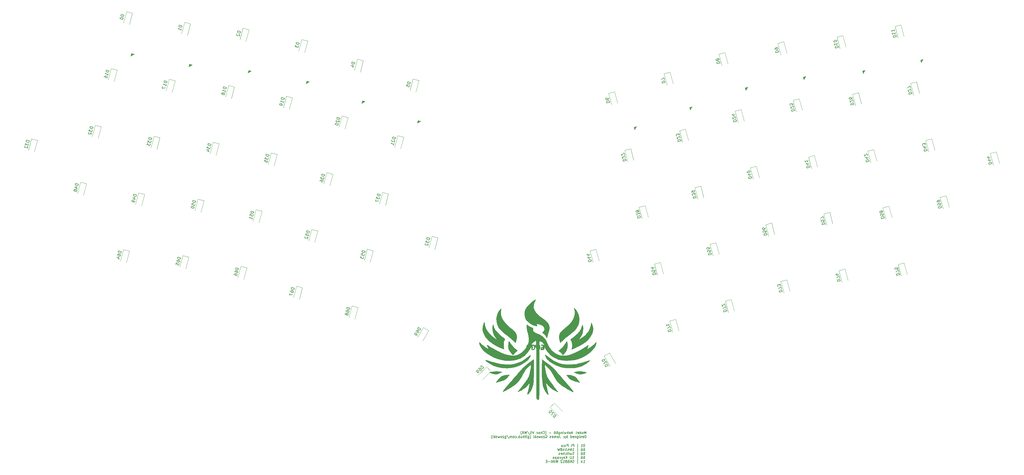
<source format=gbo>
G04 #@! TF.GenerationSoftware,KiCad,Pcbnew,8.0.2*
G04 #@! TF.CreationDate,2024-05-24T22:26:47+01:00*
G04 #@! TF.ProjectId,Phoenixia3,50686f65-6e69-4786-9961-332e6b696361,1*
G04 #@! TF.SameCoordinates,Original*
G04 #@! TF.FileFunction,Legend,Bot*
G04 #@! TF.FilePolarity,Positive*
%FSLAX46Y46*%
G04 Gerber Fmt 4.6, Leading zero omitted, Abs format (unit mm)*
G04 Created by KiCad (PCBNEW 8.0.2) date 2024-05-24 22:26:47*
%MOMM*%
%LPD*%
G01*
G04 APERTURE LIST*
G04 Aperture macros list*
%AMRoundRect*
0 Rectangle with rounded corners*
0 $1 Rounding radius*
0 $2 $3 $4 $5 $6 $7 $8 $9 X,Y pos of 4 corners*
0 Add a 4 corners polygon primitive as box body*
4,1,4,$2,$3,$4,$5,$6,$7,$8,$9,$2,$3,0*
0 Add four circle primitives for the rounded corners*
1,1,$1+$1,$2,$3*
1,1,$1+$1,$4,$5*
1,1,$1+$1,$6,$7*
1,1,$1+$1,$8,$9*
0 Add four rect primitives between the rounded corners*
20,1,$1+$1,$2,$3,$4,$5,0*
20,1,$1+$1,$4,$5,$6,$7,0*
20,1,$1+$1,$6,$7,$8,$9,0*
20,1,$1+$1,$8,$9,$2,$3,0*%
%AMHorizOval*
0 Thick line with rounded ends*
0 $1 width*
0 $2 $3 position (X,Y) of the first rounded end (center of the circle)*
0 $4 $5 position (X,Y) of the second rounded end (center of the circle)*
0 Add line between two ends*
20,1,$1,$2,$3,$4,$5,0*
0 Add two circle primitives to create the rounded ends*
1,1,$1,$2,$3*
1,1,$1,$4,$5*%
G04 Aperture macros list end*
%ADD10C,0.150000*%
%ADD11C,0.300000*%
%ADD12C,0.100000*%
%ADD13C,0.120000*%
%ADD14C,0.000000*%
%ADD15C,1.700000*%
%ADD16C,1.750000*%
%ADD17C,4.000000*%
%ADD18C,2.250000*%
%ADD19C,2.000000*%
%ADD20HorizOval,2.250000X0.000000X0.000000X0.000000X0.000000X0*%
%ADD21HorizOval,2.250000X0.000000X0.000000X0.000000X0.000000X0*%
%ADD22RoundRect,0.082000X0.608642X-0.502656X0.778427X0.130992X-0.608642X0.502656X-0.778427X-0.130992X0*%
%ADD23RoundRect,0.082000X0.778427X-0.130992X0.608642X0.502656X-0.778427X0.130992X-0.608642X-0.502656X0*%
%ADD24C,4.400000*%
%ADD25HorizOval,2.250000X0.000000X0.000000X0.000000X0.000000X0*%
%ADD26HorizOval,2.250000X0.000000X0.000000X0.000000X0.000000X0*%
%ADD27O,1.700000X1.700000*%
%ADD28R,1.700000X1.700000*%
%ADD29HorizOval,2.250000X0.000000X0.000000X0.000000X0.000000X0*%
%ADD30HorizOval,2.250000X0.000000X0.000000X0.000000X0.000000X0*%
%ADD31RoundRect,0.250000X-0.212132X0.367423X-0.367423X-0.212132X0.212132X-0.367423X0.367423X0.212132X0*%
%ADD32RoundRect,0.250000X-0.367423X0.212132X-0.212132X-0.367423X0.367423X-0.212132X0.212132X0.367423X0*%
%ADD33RoundRect,0.250000X-0.409808X0.109808X-0.109808X-0.409808X0.409808X-0.109808X0.109808X0.409808X0*%
%ADD34RoundRect,0.250000X-0.424264X0.000000X0.000000X-0.424264X0.424264X0.000000X0.000000X0.424264X0*%
%ADD35RoundRect,0.250000X-0.109808X0.409808X-0.409808X-0.109808X0.109808X-0.409808X0.409808X0.109808X0*%
%ADD36RoundRect,0.250000X0.000000X0.424264X-0.424264X0.000000X0.000000X-0.424264X0.424264X0.000000X0*%
G04 APERTURE END LIST*
D10*
X222182010Y-221653392D02*
X222105820Y-221653392D01*
X222105820Y-221653392D02*
X222029629Y-221691487D01*
X222029629Y-221691487D02*
X221991534Y-221729582D01*
X221991534Y-221729582D02*
X221953439Y-221805773D01*
X221953439Y-221805773D02*
X221915344Y-221958154D01*
X221915344Y-221958154D02*
X221915344Y-222148630D01*
X221915344Y-222148630D02*
X221953439Y-222301011D01*
X221953439Y-222301011D02*
X221991534Y-222377201D01*
X221991534Y-222377201D02*
X222029629Y-222415297D01*
X222029629Y-222415297D02*
X222105820Y-222453392D01*
X222105820Y-222453392D02*
X222182010Y-222453392D01*
X222182010Y-222453392D02*
X222258201Y-222415297D01*
X222258201Y-222415297D02*
X222296296Y-222377201D01*
X222296296Y-222377201D02*
X222334391Y-222301011D01*
X222334391Y-222301011D02*
X222372487Y-222148630D01*
X222372487Y-222148630D02*
X222372487Y-221958154D01*
X222372487Y-221958154D02*
X222334391Y-221805773D01*
X222334391Y-221805773D02*
X222296296Y-221729582D01*
X222296296Y-221729582D02*
X222258201Y-221691487D01*
X222258201Y-221691487D02*
X222182010Y-221653392D01*
X221153439Y-222453392D02*
X221610582Y-222453392D01*
X221382010Y-222453392D02*
X221382010Y-221653392D01*
X221382010Y-221653392D02*
X221458201Y-221767677D01*
X221458201Y-221767677D02*
X221534391Y-221843868D01*
X221534391Y-221843868D02*
X221610582Y-221881963D01*
X220010581Y-222720058D02*
X220010581Y-221577201D01*
X218829628Y-222453392D02*
X218829628Y-221653392D01*
X218829628Y-221653392D02*
X218524866Y-221653392D01*
X218524866Y-221653392D02*
X218448676Y-221691487D01*
X218448676Y-221691487D02*
X218410581Y-221729582D01*
X218410581Y-221729582D02*
X218372485Y-221805773D01*
X218372485Y-221805773D02*
X218372485Y-221920058D01*
X218372485Y-221920058D02*
X218410581Y-221996249D01*
X218410581Y-221996249D02*
X218448676Y-222034344D01*
X218448676Y-222034344D02*
X218524866Y-222072439D01*
X218524866Y-222072439D02*
X218829628Y-222072439D01*
X218029628Y-222453392D02*
X218029628Y-221920058D01*
X218029628Y-221653392D02*
X218067724Y-221691487D01*
X218067724Y-221691487D02*
X218029628Y-221729582D01*
X218029628Y-221729582D02*
X217991533Y-221691487D01*
X217991533Y-221691487D02*
X218029628Y-221653392D01*
X218029628Y-221653392D02*
X218029628Y-221729582D01*
X217039152Y-222453392D02*
X217039152Y-221653392D01*
X217039152Y-221653392D02*
X216734390Y-221653392D01*
X216734390Y-221653392D02*
X216658200Y-221691487D01*
X216658200Y-221691487D02*
X216620105Y-221729582D01*
X216620105Y-221729582D02*
X216582009Y-221805773D01*
X216582009Y-221805773D02*
X216582009Y-221920058D01*
X216582009Y-221920058D02*
X216620105Y-221996249D01*
X216620105Y-221996249D02*
X216658200Y-222034344D01*
X216658200Y-222034344D02*
X216734390Y-222072439D01*
X216734390Y-222072439D02*
X217039152Y-222072439D01*
X216239152Y-222453392D02*
X216239152Y-221920058D01*
X216239152Y-221653392D02*
X216277248Y-221691487D01*
X216277248Y-221691487D02*
X216239152Y-221729582D01*
X216239152Y-221729582D02*
X216201057Y-221691487D01*
X216201057Y-221691487D02*
X216239152Y-221653392D01*
X216239152Y-221653392D02*
X216239152Y-221729582D01*
X215515343Y-222415297D02*
X215591534Y-222453392D01*
X215591534Y-222453392D02*
X215743915Y-222453392D01*
X215743915Y-222453392D02*
X215820105Y-222415297D01*
X215820105Y-222415297D02*
X215858200Y-222377201D01*
X215858200Y-222377201D02*
X215896296Y-222301011D01*
X215896296Y-222301011D02*
X215896296Y-222072439D01*
X215896296Y-222072439D02*
X215858200Y-221996249D01*
X215858200Y-221996249D02*
X215820105Y-221958154D01*
X215820105Y-221958154D02*
X215743915Y-221920058D01*
X215743915Y-221920058D02*
X215591534Y-221920058D01*
X215591534Y-221920058D02*
X215515343Y-221958154D01*
X215058201Y-222453392D02*
X215134391Y-222415297D01*
X215134391Y-222415297D02*
X215172486Y-222377201D01*
X215172486Y-222377201D02*
X215210582Y-222301011D01*
X215210582Y-222301011D02*
X215210582Y-222072439D01*
X215210582Y-222072439D02*
X215172486Y-221996249D01*
X215172486Y-221996249D02*
X215134391Y-221958154D01*
X215134391Y-221958154D02*
X215058201Y-221920058D01*
X215058201Y-221920058D02*
X214943915Y-221920058D01*
X214943915Y-221920058D02*
X214867724Y-221958154D01*
X214867724Y-221958154D02*
X214829629Y-221996249D01*
X214829629Y-221996249D02*
X214791534Y-222072439D01*
X214791534Y-222072439D02*
X214791534Y-222301011D01*
X214791534Y-222301011D02*
X214829629Y-222377201D01*
X214829629Y-222377201D02*
X214867724Y-222415297D01*
X214867724Y-222415297D02*
X214943915Y-222453392D01*
X214943915Y-222453392D02*
X215058201Y-222453392D01*
X221991534Y-222941347D02*
X222143915Y-222941347D01*
X222143915Y-222941347D02*
X222220106Y-222979442D01*
X222220106Y-222979442D02*
X222258201Y-223017537D01*
X222258201Y-223017537D02*
X222334391Y-223131823D01*
X222334391Y-223131823D02*
X222372487Y-223284204D01*
X222372487Y-223284204D02*
X222372487Y-223588966D01*
X222372487Y-223588966D02*
X222334391Y-223665156D01*
X222334391Y-223665156D02*
X222296296Y-223703252D01*
X222296296Y-223703252D02*
X222220106Y-223741347D01*
X222220106Y-223741347D02*
X222067725Y-223741347D01*
X222067725Y-223741347D02*
X221991534Y-223703252D01*
X221991534Y-223703252D02*
X221953439Y-223665156D01*
X221953439Y-223665156D02*
X221915344Y-223588966D01*
X221915344Y-223588966D02*
X221915344Y-223398490D01*
X221915344Y-223398490D02*
X221953439Y-223322299D01*
X221953439Y-223322299D02*
X221991534Y-223284204D01*
X221991534Y-223284204D02*
X222067725Y-223246109D01*
X222067725Y-223246109D02*
X222220106Y-223246109D01*
X222220106Y-223246109D02*
X222296296Y-223284204D01*
X222296296Y-223284204D02*
X222334391Y-223322299D01*
X222334391Y-223322299D02*
X222372487Y-223398490D01*
X221229629Y-222941347D02*
X221382010Y-222941347D01*
X221382010Y-222941347D02*
X221458201Y-222979442D01*
X221458201Y-222979442D02*
X221496296Y-223017537D01*
X221496296Y-223017537D02*
X221572486Y-223131823D01*
X221572486Y-223131823D02*
X221610582Y-223284204D01*
X221610582Y-223284204D02*
X221610582Y-223588966D01*
X221610582Y-223588966D02*
X221572486Y-223665156D01*
X221572486Y-223665156D02*
X221534391Y-223703252D01*
X221534391Y-223703252D02*
X221458201Y-223741347D01*
X221458201Y-223741347D02*
X221305820Y-223741347D01*
X221305820Y-223741347D02*
X221229629Y-223703252D01*
X221229629Y-223703252D02*
X221191534Y-223665156D01*
X221191534Y-223665156D02*
X221153439Y-223588966D01*
X221153439Y-223588966D02*
X221153439Y-223398490D01*
X221153439Y-223398490D02*
X221191534Y-223322299D01*
X221191534Y-223322299D02*
X221229629Y-223284204D01*
X221229629Y-223284204D02*
X221305820Y-223246109D01*
X221305820Y-223246109D02*
X221458201Y-223246109D01*
X221458201Y-223246109D02*
X221534391Y-223284204D01*
X221534391Y-223284204D02*
X221572486Y-223322299D01*
X221572486Y-223322299D02*
X221610582Y-223398490D01*
X220010581Y-224008013D02*
X220010581Y-222865156D01*
X218410581Y-223741347D02*
X218867724Y-223741347D01*
X218639152Y-223741347D02*
X218639152Y-222941347D01*
X218639152Y-222941347D02*
X218715343Y-223055632D01*
X218715343Y-223055632D02*
X218791533Y-223131823D01*
X218791533Y-223131823D02*
X218867724Y-223169918D01*
X218067723Y-223741347D02*
X218067723Y-222941347D01*
X218067723Y-222941347D02*
X217610580Y-223741347D01*
X217610580Y-223741347D02*
X217610580Y-222941347D01*
X216886771Y-223208013D02*
X216886771Y-223741347D01*
X217077247Y-222903252D02*
X217267724Y-223474680D01*
X217267724Y-223474680D02*
X216772485Y-223474680D01*
X216048676Y-223741347D02*
X216505819Y-223741347D01*
X216277247Y-223741347D02*
X216277247Y-222941347D01*
X216277247Y-222941347D02*
X216353438Y-223055632D01*
X216353438Y-223055632D02*
X216429628Y-223131823D01*
X216429628Y-223131823D02*
X216505819Y-223169918D01*
X215362961Y-223208013D02*
X215362961Y-223741347D01*
X215553437Y-222903252D02*
X215743914Y-223474680D01*
X215743914Y-223474680D02*
X215248675Y-223474680D01*
X214829628Y-223284204D02*
X214905818Y-223246109D01*
X214905818Y-223246109D02*
X214943913Y-223208013D01*
X214943913Y-223208013D02*
X214982009Y-223131823D01*
X214982009Y-223131823D02*
X214982009Y-223093728D01*
X214982009Y-223093728D02*
X214943913Y-223017537D01*
X214943913Y-223017537D02*
X214905818Y-222979442D01*
X214905818Y-222979442D02*
X214829628Y-222941347D01*
X214829628Y-222941347D02*
X214677247Y-222941347D01*
X214677247Y-222941347D02*
X214601056Y-222979442D01*
X214601056Y-222979442D02*
X214562961Y-223017537D01*
X214562961Y-223017537D02*
X214524866Y-223093728D01*
X214524866Y-223093728D02*
X214524866Y-223131823D01*
X214524866Y-223131823D02*
X214562961Y-223208013D01*
X214562961Y-223208013D02*
X214601056Y-223246109D01*
X214601056Y-223246109D02*
X214677247Y-223284204D01*
X214677247Y-223284204D02*
X214829628Y-223284204D01*
X214829628Y-223284204D02*
X214905818Y-223322299D01*
X214905818Y-223322299D02*
X214943913Y-223360394D01*
X214943913Y-223360394D02*
X214982009Y-223436585D01*
X214982009Y-223436585D02*
X214982009Y-223588966D01*
X214982009Y-223588966D02*
X214943913Y-223665156D01*
X214943913Y-223665156D02*
X214905818Y-223703252D01*
X214905818Y-223703252D02*
X214829628Y-223741347D01*
X214829628Y-223741347D02*
X214677247Y-223741347D01*
X214677247Y-223741347D02*
X214601056Y-223703252D01*
X214601056Y-223703252D02*
X214562961Y-223665156D01*
X214562961Y-223665156D02*
X214524866Y-223588966D01*
X214524866Y-223588966D02*
X214524866Y-223436585D01*
X214524866Y-223436585D02*
X214562961Y-223360394D01*
X214562961Y-223360394D02*
X214601056Y-223322299D01*
X214601056Y-223322299D02*
X214677247Y-223284204D01*
X214258199Y-222941347D02*
X214067723Y-223741347D01*
X214067723Y-223741347D02*
X213915342Y-223169918D01*
X213915342Y-223169918D02*
X213762961Y-223741347D01*
X213762961Y-223741347D02*
X213572485Y-222941347D01*
X221991534Y-224229302D02*
X222143915Y-224229302D01*
X222143915Y-224229302D02*
X222220106Y-224267397D01*
X222220106Y-224267397D02*
X222258201Y-224305492D01*
X222258201Y-224305492D02*
X222334391Y-224419778D01*
X222334391Y-224419778D02*
X222372487Y-224572159D01*
X222372487Y-224572159D02*
X222372487Y-224876921D01*
X222372487Y-224876921D02*
X222334391Y-224953111D01*
X222334391Y-224953111D02*
X222296296Y-224991207D01*
X222296296Y-224991207D02*
X222220106Y-225029302D01*
X222220106Y-225029302D02*
X222067725Y-225029302D01*
X222067725Y-225029302D02*
X221991534Y-224991207D01*
X221991534Y-224991207D02*
X221953439Y-224953111D01*
X221953439Y-224953111D02*
X221915344Y-224876921D01*
X221915344Y-224876921D02*
X221915344Y-224686445D01*
X221915344Y-224686445D02*
X221953439Y-224610254D01*
X221953439Y-224610254D02*
X221991534Y-224572159D01*
X221991534Y-224572159D02*
X222067725Y-224534064D01*
X222067725Y-224534064D02*
X222220106Y-224534064D01*
X222220106Y-224534064D02*
X222296296Y-224572159D01*
X222296296Y-224572159D02*
X222334391Y-224610254D01*
X222334391Y-224610254D02*
X222372487Y-224686445D01*
X221229629Y-224229302D02*
X221382010Y-224229302D01*
X221382010Y-224229302D02*
X221458201Y-224267397D01*
X221458201Y-224267397D02*
X221496296Y-224305492D01*
X221496296Y-224305492D02*
X221572486Y-224419778D01*
X221572486Y-224419778D02*
X221610582Y-224572159D01*
X221610582Y-224572159D02*
X221610582Y-224876921D01*
X221610582Y-224876921D02*
X221572486Y-224953111D01*
X221572486Y-224953111D02*
X221534391Y-224991207D01*
X221534391Y-224991207D02*
X221458201Y-225029302D01*
X221458201Y-225029302D02*
X221305820Y-225029302D01*
X221305820Y-225029302D02*
X221229629Y-224991207D01*
X221229629Y-224991207D02*
X221191534Y-224953111D01*
X221191534Y-224953111D02*
X221153439Y-224876921D01*
X221153439Y-224876921D02*
X221153439Y-224686445D01*
X221153439Y-224686445D02*
X221191534Y-224610254D01*
X221191534Y-224610254D02*
X221229629Y-224572159D01*
X221229629Y-224572159D02*
X221305820Y-224534064D01*
X221305820Y-224534064D02*
X221458201Y-224534064D01*
X221458201Y-224534064D02*
X221534391Y-224572159D01*
X221534391Y-224572159D02*
X221572486Y-224610254D01*
X221572486Y-224610254D02*
X221610582Y-224686445D01*
X220010581Y-225295968D02*
X220010581Y-224153111D01*
X218867724Y-224991207D02*
X218753438Y-225029302D01*
X218753438Y-225029302D02*
X218562962Y-225029302D01*
X218562962Y-225029302D02*
X218486771Y-224991207D01*
X218486771Y-224991207D02*
X218448676Y-224953111D01*
X218448676Y-224953111D02*
X218410581Y-224876921D01*
X218410581Y-224876921D02*
X218410581Y-224800730D01*
X218410581Y-224800730D02*
X218448676Y-224724540D01*
X218448676Y-224724540D02*
X218486771Y-224686445D01*
X218486771Y-224686445D02*
X218562962Y-224648349D01*
X218562962Y-224648349D02*
X218715343Y-224610254D01*
X218715343Y-224610254D02*
X218791533Y-224572159D01*
X218791533Y-224572159D02*
X218829628Y-224534064D01*
X218829628Y-224534064D02*
X218867724Y-224457873D01*
X218867724Y-224457873D02*
X218867724Y-224381683D01*
X218867724Y-224381683D02*
X218829628Y-224305492D01*
X218829628Y-224305492D02*
X218791533Y-224267397D01*
X218791533Y-224267397D02*
X218715343Y-224229302D01*
X218715343Y-224229302D02*
X218524866Y-224229302D01*
X218524866Y-224229302D02*
X218410581Y-224267397D01*
X218143914Y-224495968D02*
X217991533Y-225029302D01*
X217991533Y-225029302D02*
X217839152Y-224648349D01*
X217839152Y-224648349D02*
X217686771Y-225029302D01*
X217686771Y-225029302D02*
X217534390Y-224495968D01*
X217229628Y-225029302D02*
X217229628Y-224495968D01*
X217229628Y-224229302D02*
X217267724Y-224267397D01*
X217267724Y-224267397D02*
X217229628Y-224305492D01*
X217229628Y-224305492D02*
X217191533Y-224267397D01*
X217191533Y-224267397D02*
X217229628Y-224229302D01*
X217229628Y-224229302D02*
X217229628Y-224305492D01*
X216962962Y-224495968D02*
X216658200Y-224495968D01*
X216848676Y-224229302D02*
X216848676Y-224915016D01*
X216848676Y-224915016D02*
X216810581Y-224991207D01*
X216810581Y-224991207D02*
X216734391Y-225029302D01*
X216734391Y-225029302D02*
X216658200Y-225029302D01*
X216048676Y-224991207D02*
X216124867Y-225029302D01*
X216124867Y-225029302D02*
X216277248Y-225029302D01*
X216277248Y-225029302D02*
X216353438Y-224991207D01*
X216353438Y-224991207D02*
X216391533Y-224953111D01*
X216391533Y-224953111D02*
X216429629Y-224876921D01*
X216429629Y-224876921D02*
X216429629Y-224648349D01*
X216429629Y-224648349D02*
X216391533Y-224572159D01*
X216391533Y-224572159D02*
X216353438Y-224534064D01*
X216353438Y-224534064D02*
X216277248Y-224495968D01*
X216277248Y-224495968D02*
X216124867Y-224495968D01*
X216124867Y-224495968D02*
X216048676Y-224534064D01*
X215705819Y-225029302D02*
X215705819Y-224229302D01*
X215362962Y-225029302D02*
X215362962Y-224610254D01*
X215362962Y-224610254D02*
X215401057Y-224534064D01*
X215401057Y-224534064D02*
X215477248Y-224495968D01*
X215477248Y-224495968D02*
X215591534Y-224495968D01*
X215591534Y-224495968D02*
X215667724Y-224534064D01*
X215667724Y-224534064D02*
X215705819Y-224572159D01*
X214677247Y-224991207D02*
X214753438Y-225029302D01*
X214753438Y-225029302D02*
X214905819Y-225029302D01*
X214905819Y-225029302D02*
X214982009Y-224991207D01*
X214982009Y-224991207D02*
X215020105Y-224915016D01*
X215020105Y-224915016D02*
X215020105Y-224610254D01*
X215020105Y-224610254D02*
X214982009Y-224534064D01*
X214982009Y-224534064D02*
X214905819Y-224495968D01*
X214905819Y-224495968D02*
X214753438Y-224495968D01*
X214753438Y-224495968D02*
X214677247Y-224534064D01*
X214677247Y-224534064D02*
X214639152Y-224610254D01*
X214639152Y-224610254D02*
X214639152Y-224686445D01*
X214639152Y-224686445D02*
X215020105Y-224762635D01*
X214334391Y-224991207D02*
X214258200Y-225029302D01*
X214258200Y-225029302D02*
X214105819Y-225029302D01*
X214105819Y-225029302D02*
X214029629Y-224991207D01*
X214029629Y-224991207D02*
X213991533Y-224915016D01*
X213991533Y-224915016D02*
X213991533Y-224876921D01*
X213991533Y-224876921D02*
X214029629Y-224800730D01*
X214029629Y-224800730D02*
X214105819Y-224762635D01*
X214105819Y-224762635D02*
X214220105Y-224762635D01*
X214220105Y-224762635D02*
X214296295Y-224724540D01*
X214296295Y-224724540D02*
X214334391Y-224648349D01*
X214334391Y-224648349D02*
X214334391Y-224610254D01*
X214334391Y-224610254D02*
X214296295Y-224534064D01*
X214296295Y-224534064D02*
X214220105Y-224495968D01*
X214220105Y-224495968D02*
X214105819Y-224495968D01*
X214105819Y-224495968D02*
X214029629Y-224534064D01*
X221991534Y-225517257D02*
X222143915Y-225517257D01*
X222143915Y-225517257D02*
X222220106Y-225555352D01*
X222220106Y-225555352D02*
X222258201Y-225593447D01*
X222258201Y-225593447D02*
X222334391Y-225707733D01*
X222334391Y-225707733D02*
X222372487Y-225860114D01*
X222372487Y-225860114D02*
X222372487Y-226164876D01*
X222372487Y-226164876D02*
X222334391Y-226241066D01*
X222334391Y-226241066D02*
X222296296Y-226279162D01*
X222296296Y-226279162D02*
X222220106Y-226317257D01*
X222220106Y-226317257D02*
X222067725Y-226317257D01*
X222067725Y-226317257D02*
X221991534Y-226279162D01*
X221991534Y-226279162D02*
X221953439Y-226241066D01*
X221953439Y-226241066D02*
X221915344Y-226164876D01*
X221915344Y-226164876D02*
X221915344Y-225974400D01*
X221915344Y-225974400D02*
X221953439Y-225898209D01*
X221953439Y-225898209D02*
X221991534Y-225860114D01*
X221991534Y-225860114D02*
X222067725Y-225822019D01*
X222067725Y-225822019D02*
X222220106Y-225822019D01*
X222220106Y-225822019D02*
X222296296Y-225860114D01*
X222296296Y-225860114D02*
X222334391Y-225898209D01*
X222334391Y-225898209D02*
X222372487Y-225974400D01*
X221229629Y-225517257D02*
X221382010Y-225517257D01*
X221382010Y-225517257D02*
X221458201Y-225555352D01*
X221458201Y-225555352D02*
X221496296Y-225593447D01*
X221496296Y-225593447D02*
X221572486Y-225707733D01*
X221572486Y-225707733D02*
X221610582Y-225860114D01*
X221610582Y-225860114D02*
X221610582Y-226164876D01*
X221610582Y-226164876D02*
X221572486Y-226241066D01*
X221572486Y-226241066D02*
X221534391Y-226279162D01*
X221534391Y-226279162D02*
X221458201Y-226317257D01*
X221458201Y-226317257D02*
X221305820Y-226317257D01*
X221305820Y-226317257D02*
X221229629Y-226279162D01*
X221229629Y-226279162D02*
X221191534Y-226241066D01*
X221191534Y-226241066D02*
X221153439Y-226164876D01*
X221153439Y-226164876D02*
X221153439Y-225974400D01*
X221153439Y-225974400D02*
X221191534Y-225898209D01*
X221191534Y-225898209D02*
X221229629Y-225860114D01*
X221229629Y-225860114D02*
X221305820Y-225822019D01*
X221305820Y-225822019D02*
X221458201Y-225822019D01*
X221458201Y-225822019D02*
X221534391Y-225860114D01*
X221534391Y-225860114D02*
X221572486Y-225898209D01*
X221572486Y-225898209D02*
X221610582Y-225974400D01*
X220010581Y-226583923D02*
X220010581Y-225441066D01*
X218410581Y-226317257D02*
X218867724Y-226317257D01*
X218639152Y-226317257D02*
X218639152Y-225517257D01*
X218639152Y-225517257D02*
X218715343Y-225631542D01*
X218715343Y-225631542D02*
X218791533Y-225707733D01*
X218791533Y-225707733D02*
X218867724Y-225745828D01*
X218067723Y-225517257D02*
X218067723Y-226164876D01*
X218067723Y-226164876D02*
X218029628Y-226241066D01*
X218029628Y-226241066D02*
X217991533Y-226279162D01*
X217991533Y-226279162D02*
X217915342Y-226317257D01*
X217915342Y-226317257D02*
X217762961Y-226317257D01*
X217762961Y-226317257D02*
X217686771Y-226279162D01*
X217686771Y-226279162D02*
X217648676Y-226241066D01*
X217648676Y-226241066D02*
X217610580Y-226164876D01*
X217610580Y-226164876D02*
X217610580Y-225517257D01*
X216620104Y-226317257D02*
X216620104Y-225517257D01*
X216162961Y-226317257D02*
X216505819Y-225860114D01*
X216162961Y-225517257D02*
X216620104Y-225974400D01*
X215515342Y-226279162D02*
X215591533Y-226317257D01*
X215591533Y-226317257D02*
X215743914Y-226317257D01*
X215743914Y-226317257D02*
X215820104Y-226279162D01*
X215820104Y-226279162D02*
X215858200Y-226202971D01*
X215858200Y-226202971D02*
X215858200Y-225898209D01*
X215858200Y-225898209D02*
X215820104Y-225822019D01*
X215820104Y-225822019D02*
X215743914Y-225783923D01*
X215743914Y-225783923D02*
X215591533Y-225783923D01*
X215591533Y-225783923D02*
X215515342Y-225822019D01*
X215515342Y-225822019D02*
X215477247Y-225898209D01*
X215477247Y-225898209D02*
X215477247Y-225974400D01*
X215477247Y-225974400D02*
X215858200Y-226050590D01*
X215210581Y-225783923D02*
X215020105Y-226317257D01*
X214829628Y-225783923D02*
X215020105Y-226317257D01*
X215020105Y-226317257D02*
X215096295Y-226507733D01*
X215096295Y-226507733D02*
X215134390Y-226545828D01*
X215134390Y-226545828D02*
X215210581Y-226583923D01*
X214182009Y-226279162D02*
X214258200Y-226317257D01*
X214258200Y-226317257D02*
X214410581Y-226317257D01*
X214410581Y-226317257D02*
X214486771Y-226279162D01*
X214486771Y-226279162D02*
X214524866Y-226241066D01*
X214524866Y-226241066D02*
X214562962Y-226164876D01*
X214562962Y-226164876D02*
X214562962Y-225936304D01*
X214562962Y-225936304D02*
X214524866Y-225860114D01*
X214524866Y-225860114D02*
X214486771Y-225822019D01*
X214486771Y-225822019D02*
X214410581Y-225783923D01*
X214410581Y-225783923D02*
X214258200Y-225783923D01*
X214258200Y-225783923D02*
X214182009Y-225822019D01*
X213496295Y-226317257D02*
X213496295Y-225898209D01*
X213496295Y-225898209D02*
X213534390Y-225822019D01*
X213534390Y-225822019D02*
X213610581Y-225783923D01*
X213610581Y-225783923D02*
X213762962Y-225783923D01*
X213762962Y-225783923D02*
X213839152Y-225822019D01*
X213496295Y-226279162D02*
X213572486Y-226317257D01*
X213572486Y-226317257D02*
X213762962Y-226317257D01*
X213762962Y-226317257D02*
X213839152Y-226279162D01*
X213839152Y-226279162D02*
X213877248Y-226202971D01*
X213877248Y-226202971D02*
X213877248Y-226126781D01*
X213877248Y-226126781D02*
X213839152Y-226050590D01*
X213839152Y-226050590D02*
X213762962Y-226012495D01*
X213762962Y-226012495D02*
X213572486Y-226012495D01*
X213572486Y-226012495D02*
X213496295Y-225974400D01*
X213115342Y-225783923D02*
X213115342Y-226583923D01*
X213115342Y-225822019D02*
X213039152Y-225783923D01*
X213039152Y-225783923D02*
X212886771Y-225783923D01*
X212886771Y-225783923D02*
X212810580Y-225822019D01*
X212810580Y-225822019D02*
X212772485Y-225860114D01*
X212772485Y-225860114D02*
X212734390Y-225936304D01*
X212734390Y-225936304D02*
X212734390Y-226164876D01*
X212734390Y-226164876D02*
X212772485Y-226241066D01*
X212772485Y-226241066D02*
X212810580Y-226279162D01*
X212810580Y-226279162D02*
X212886771Y-226317257D01*
X212886771Y-226317257D02*
X213039152Y-226317257D01*
X213039152Y-226317257D02*
X213115342Y-226279162D01*
X212429628Y-226279162D02*
X212353437Y-226317257D01*
X212353437Y-226317257D02*
X212201056Y-226317257D01*
X212201056Y-226317257D02*
X212124866Y-226279162D01*
X212124866Y-226279162D02*
X212086770Y-226202971D01*
X212086770Y-226202971D02*
X212086770Y-226164876D01*
X212086770Y-226164876D02*
X212124866Y-226088685D01*
X212124866Y-226088685D02*
X212201056Y-226050590D01*
X212201056Y-226050590D02*
X212315342Y-226050590D01*
X212315342Y-226050590D02*
X212391532Y-226012495D01*
X212391532Y-226012495D02*
X212429628Y-225936304D01*
X212429628Y-225936304D02*
X212429628Y-225898209D01*
X212429628Y-225898209D02*
X212391532Y-225822019D01*
X212391532Y-225822019D02*
X212315342Y-225783923D01*
X212315342Y-225783923D02*
X212201056Y-225783923D01*
X212201056Y-225783923D02*
X212124866Y-225822019D01*
X221915344Y-227605212D02*
X222372487Y-227605212D01*
X222143915Y-227605212D02*
X222143915Y-226805212D01*
X222143915Y-226805212D02*
X222220106Y-226919497D01*
X222220106Y-226919497D02*
X222296296Y-226995688D01*
X222296296Y-226995688D02*
X222372487Y-227033783D01*
X221229629Y-227071878D02*
X221229629Y-227605212D01*
X221420105Y-226767117D02*
X221610582Y-227338545D01*
X221610582Y-227338545D02*
X221115343Y-227338545D01*
X220010581Y-227871878D02*
X220010581Y-226729021D01*
X218867724Y-227567117D02*
X218753438Y-227605212D01*
X218753438Y-227605212D02*
X218562962Y-227605212D01*
X218562962Y-227605212D02*
X218486771Y-227567117D01*
X218486771Y-227567117D02*
X218448676Y-227529021D01*
X218448676Y-227529021D02*
X218410581Y-227452831D01*
X218410581Y-227452831D02*
X218410581Y-227376640D01*
X218410581Y-227376640D02*
X218448676Y-227300450D01*
X218448676Y-227300450D02*
X218486771Y-227262355D01*
X218486771Y-227262355D02*
X218562962Y-227224259D01*
X218562962Y-227224259D02*
X218715343Y-227186164D01*
X218715343Y-227186164D02*
X218791533Y-227148069D01*
X218791533Y-227148069D02*
X218829628Y-227109974D01*
X218829628Y-227109974D02*
X218867724Y-227033783D01*
X218867724Y-227033783D02*
X218867724Y-226957593D01*
X218867724Y-226957593D02*
X218829628Y-226881402D01*
X218829628Y-226881402D02*
X218791533Y-226843307D01*
X218791533Y-226843307D02*
X218715343Y-226805212D01*
X218715343Y-226805212D02*
X218524866Y-226805212D01*
X218524866Y-226805212D02*
X218410581Y-226843307D01*
X218067723Y-227605212D02*
X218067723Y-226805212D01*
X217610580Y-227605212D02*
X217953438Y-227148069D01*
X217610580Y-226805212D02*
X218067723Y-227262355D01*
X216924866Y-226805212D02*
X217077247Y-226805212D01*
X217077247Y-226805212D02*
X217153438Y-226843307D01*
X217153438Y-226843307D02*
X217191533Y-226881402D01*
X217191533Y-226881402D02*
X217267723Y-226995688D01*
X217267723Y-226995688D02*
X217305819Y-227148069D01*
X217305819Y-227148069D02*
X217305819Y-227452831D01*
X217305819Y-227452831D02*
X217267723Y-227529021D01*
X217267723Y-227529021D02*
X217229628Y-227567117D01*
X217229628Y-227567117D02*
X217153438Y-227605212D01*
X217153438Y-227605212D02*
X217001057Y-227605212D01*
X217001057Y-227605212D02*
X216924866Y-227567117D01*
X216924866Y-227567117D02*
X216886771Y-227529021D01*
X216886771Y-227529021D02*
X216848676Y-227452831D01*
X216848676Y-227452831D02*
X216848676Y-227262355D01*
X216848676Y-227262355D02*
X216886771Y-227186164D01*
X216886771Y-227186164D02*
X216924866Y-227148069D01*
X216924866Y-227148069D02*
X217001057Y-227109974D01*
X217001057Y-227109974D02*
X217153438Y-227109974D01*
X217153438Y-227109974D02*
X217229628Y-227148069D01*
X217229628Y-227148069D02*
X217267723Y-227186164D01*
X217267723Y-227186164D02*
X217305819Y-227262355D01*
X216391533Y-227148069D02*
X216467723Y-227109974D01*
X216467723Y-227109974D02*
X216505818Y-227071878D01*
X216505818Y-227071878D02*
X216543914Y-226995688D01*
X216543914Y-226995688D02*
X216543914Y-226957593D01*
X216543914Y-226957593D02*
X216505818Y-226881402D01*
X216505818Y-226881402D02*
X216467723Y-226843307D01*
X216467723Y-226843307D02*
X216391533Y-226805212D01*
X216391533Y-226805212D02*
X216239152Y-226805212D01*
X216239152Y-226805212D02*
X216162961Y-226843307D01*
X216162961Y-226843307D02*
X216124866Y-226881402D01*
X216124866Y-226881402D02*
X216086771Y-226957593D01*
X216086771Y-226957593D02*
X216086771Y-226995688D01*
X216086771Y-226995688D02*
X216124866Y-227071878D01*
X216124866Y-227071878D02*
X216162961Y-227109974D01*
X216162961Y-227109974D02*
X216239152Y-227148069D01*
X216239152Y-227148069D02*
X216391533Y-227148069D01*
X216391533Y-227148069D02*
X216467723Y-227186164D01*
X216467723Y-227186164D02*
X216505818Y-227224259D01*
X216505818Y-227224259D02*
X216543914Y-227300450D01*
X216543914Y-227300450D02*
X216543914Y-227452831D01*
X216543914Y-227452831D02*
X216505818Y-227529021D01*
X216505818Y-227529021D02*
X216467723Y-227567117D01*
X216467723Y-227567117D02*
X216391533Y-227605212D01*
X216391533Y-227605212D02*
X216239152Y-227605212D01*
X216239152Y-227605212D02*
X216162961Y-227567117D01*
X216162961Y-227567117D02*
X216124866Y-227529021D01*
X216124866Y-227529021D02*
X216086771Y-227452831D01*
X216086771Y-227452831D02*
X216086771Y-227300450D01*
X216086771Y-227300450D02*
X216124866Y-227224259D01*
X216124866Y-227224259D02*
X216162961Y-227186164D01*
X216162961Y-227186164D02*
X216239152Y-227148069D01*
X215324866Y-227605212D02*
X215782009Y-227605212D01*
X215553437Y-227605212D02*
X215553437Y-226805212D01*
X215553437Y-226805212D02*
X215629628Y-226919497D01*
X215629628Y-226919497D02*
X215705818Y-226995688D01*
X215705818Y-226995688D02*
X215782009Y-227033783D01*
X215020104Y-226881402D02*
X214982008Y-226843307D01*
X214982008Y-226843307D02*
X214905818Y-226805212D01*
X214905818Y-226805212D02*
X214715342Y-226805212D01*
X214715342Y-226805212D02*
X214639151Y-226843307D01*
X214639151Y-226843307D02*
X214601056Y-226881402D01*
X214601056Y-226881402D02*
X214562961Y-226957593D01*
X214562961Y-226957593D02*
X214562961Y-227033783D01*
X214562961Y-227033783D02*
X214601056Y-227148069D01*
X214601056Y-227148069D02*
X215058199Y-227605212D01*
X215058199Y-227605212D02*
X214562961Y-227605212D01*
X213610579Y-227605212D02*
X213610579Y-226805212D01*
X213610579Y-226805212D02*
X213343913Y-227376640D01*
X213343913Y-227376640D02*
X213077246Y-226805212D01*
X213077246Y-226805212D02*
X213077246Y-227605212D01*
X212696293Y-227605212D02*
X212696293Y-226805212D01*
X212315341Y-227605212D02*
X212315341Y-226805212D01*
X212315341Y-226805212D02*
X211858198Y-227605212D01*
X211858198Y-227605212D02*
X211858198Y-226805212D01*
X211477246Y-227605212D02*
X211477246Y-226805212D01*
X211096294Y-227300450D02*
X210486771Y-227300450D01*
X210105818Y-227186164D02*
X209839152Y-227186164D01*
X209724866Y-227605212D02*
X210105818Y-227605212D01*
X210105818Y-227605212D02*
X210105818Y-226805212D01*
X210105818Y-226805212D02*
X209724866Y-226805212D01*
X222759391Y-218267257D02*
X222759391Y-217467257D01*
X222759391Y-217467257D02*
X222492725Y-218038685D01*
X222492725Y-218038685D02*
X222226058Y-217467257D01*
X222226058Y-217467257D02*
X222226058Y-218267257D01*
X221730820Y-218267257D02*
X221807010Y-218229162D01*
X221807010Y-218229162D02*
X221845105Y-218191066D01*
X221845105Y-218191066D02*
X221883201Y-218114876D01*
X221883201Y-218114876D02*
X221883201Y-217886304D01*
X221883201Y-217886304D02*
X221845105Y-217810114D01*
X221845105Y-217810114D02*
X221807010Y-217772019D01*
X221807010Y-217772019D02*
X221730820Y-217733923D01*
X221730820Y-217733923D02*
X221616534Y-217733923D01*
X221616534Y-217733923D02*
X221540343Y-217772019D01*
X221540343Y-217772019D02*
X221502248Y-217810114D01*
X221502248Y-217810114D02*
X221464153Y-217886304D01*
X221464153Y-217886304D02*
X221464153Y-218114876D01*
X221464153Y-218114876D02*
X221502248Y-218191066D01*
X221502248Y-218191066D02*
X221540343Y-218229162D01*
X221540343Y-218229162D02*
X221616534Y-218267257D01*
X221616534Y-218267257D02*
X221730820Y-218267257D01*
X220778438Y-218267257D02*
X220778438Y-217467257D01*
X220778438Y-218229162D02*
X220854629Y-218267257D01*
X220854629Y-218267257D02*
X221007010Y-218267257D01*
X221007010Y-218267257D02*
X221083200Y-218229162D01*
X221083200Y-218229162D02*
X221121295Y-218191066D01*
X221121295Y-218191066D02*
X221159391Y-218114876D01*
X221159391Y-218114876D02*
X221159391Y-217886304D01*
X221159391Y-217886304D02*
X221121295Y-217810114D01*
X221121295Y-217810114D02*
X221083200Y-217772019D01*
X221083200Y-217772019D02*
X221007010Y-217733923D01*
X221007010Y-217733923D02*
X220854629Y-217733923D01*
X220854629Y-217733923D02*
X220778438Y-217772019D01*
X220092723Y-218229162D02*
X220168914Y-218267257D01*
X220168914Y-218267257D02*
X220321295Y-218267257D01*
X220321295Y-218267257D02*
X220397485Y-218229162D01*
X220397485Y-218229162D02*
X220435581Y-218152971D01*
X220435581Y-218152971D02*
X220435581Y-217848209D01*
X220435581Y-217848209D02*
X220397485Y-217772019D01*
X220397485Y-217772019D02*
X220321295Y-217733923D01*
X220321295Y-217733923D02*
X220168914Y-217733923D01*
X220168914Y-217733923D02*
X220092723Y-217772019D01*
X220092723Y-217772019D02*
X220054628Y-217848209D01*
X220054628Y-217848209D02*
X220054628Y-217924400D01*
X220054628Y-217924400D02*
X220435581Y-218000590D01*
X219597486Y-218267257D02*
X219673676Y-218229162D01*
X219673676Y-218229162D02*
X219711771Y-218152971D01*
X219711771Y-218152971D02*
X219711771Y-217467257D01*
X219292723Y-218191066D02*
X219254628Y-218229162D01*
X219254628Y-218229162D02*
X219292723Y-218267257D01*
X219292723Y-218267257D02*
X219330819Y-218229162D01*
X219330819Y-218229162D02*
X219292723Y-218191066D01*
X219292723Y-218191066D02*
X219292723Y-218267257D01*
X219292723Y-217772019D02*
X219254628Y-217810114D01*
X219254628Y-217810114D02*
X219292723Y-217848209D01*
X219292723Y-217848209D02*
X219330819Y-217810114D01*
X219330819Y-217810114D02*
X219292723Y-217772019D01*
X219292723Y-217772019D02*
X219292723Y-217848209D01*
X218340343Y-218038685D02*
X217959390Y-218038685D01*
X218416533Y-218267257D02*
X218149866Y-217467257D01*
X218149866Y-217467257D02*
X217883200Y-218267257D01*
X217654629Y-218229162D02*
X217578438Y-218267257D01*
X217578438Y-218267257D02*
X217426057Y-218267257D01*
X217426057Y-218267257D02*
X217349867Y-218229162D01*
X217349867Y-218229162D02*
X217311771Y-218152971D01*
X217311771Y-218152971D02*
X217311771Y-218114876D01*
X217311771Y-218114876D02*
X217349867Y-218038685D01*
X217349867Y-218038685D02*
X217426057Y-218000590D01*
X217426057Y-218000590D02*
X217540343Y-218000590D01*
X217540343Y-218000590D02*
X217616533Y-217962495D01*
X217616533Y-217962495D02*
X217654629Y-217886304D01*
X217654629Y-217886304D02*
X217654629Y-217848209D01*
X217654629Y-217848209D02*
X217616533Y-217772019D01*
X217616533Y-217772019D02*
X217540343Y-217733923D01*
X217540343Y-217733923D02*
X217426057Y-217733923D01*
X217426057Y-217733923D02*
X217349867Y-217772019D01*
X216968914Y-218267257D02*
X216968914Y-217467257D01*
X216626057Y-218267257D02*
X216626057Y-217848209D01*
X216626057Y-217848209D02*
X216664152Y-217772019D01*
X216664152Y-217772019D02*
X216740343Y-217733923D01*
X216740343Y-217733923D02*
X216854629Y-217733923D01*
X216854629Y-217733923D02*
X216930819Y-217772019D01*
X216930819Y-217772019D02*
X216968914Y-217810114D01*
X216321295Y-217733923D02*
X216168914Y-218267257D01*
X216168914Y-218267257D02*
X216016533Y-217886304D01*
X216016533Y-217886304D02*
X215864152Y-218267257D01*
X215864152Y-218267257D02*
X215711771Y-217733923D01*
X215407009Y-218267257D02*
X215407009Y-217733923D01*
X215407009Y-217467257D02*
X215445105Y-217505352D01*
X215445105Y-217505352D02*
X215407009Y-217543447D01*
X215407009Y-217543447D02*
X215368914Y-217505352D01*
X215368914Y-217505352D02*
X215407009Y-217467257D01*
X215407009Y-217467257D02*
X215407009Y-217543447D01*
X215026057Y-217733923D02*
X215026057Y-218267257D01*
X215026057Y-217810114D02*
X214987962Y-217772019D01*
X214987962Y-217772019D02*
X214911772Y-217733923D01*
X214911772Y-217733923D02*
X214797486Y-217733923D01*
X214797486Y-217733923D02*
X214721295Y-217772019D01*
X214721295Y-217772019D02*
X214683200Y-217848209D01*
X214683200Y-217848209D02*
X214683200Y-218267257D01*
X213959390Y-217733923D02*
X213959390Y-218381542D01*
X213959390Y-218381542D02*
X213997485Y-218457733D01*
X213997485Y-218457733D02*
X214035581Y-218495828D01*
X214035581Y-218495828D02*
X214111771Y-218533923D01*
X214111771Y-218533923D02*
X214226057Y-218533923D01*
X214226057Y-218533923D02*
X214302247Y-218495828D01*
X213959390Y-218229162D02*
X214035581Y-218267257D01*
X214035581Y-218267257D02*
X214187962Y-218267257D01*
X214187962Y-218267257D02*
X214264152Y-218229162D01*
X214264152Y-218229162D02*
X214302247Y-218191066D01*
X214302247Y-218191066D02*
X214340343Y-218114876D01*
X214340343Y-218114876D02*
X214340343Y-217886304D01*
X214340343Y-217886304D02*
X214302247Y-217810114D01*
X214302247Y-217810114D02*
X214264152Y-217772019D01*
X214264152Y-217772019D02*
X214187962Y-217733923D01*
X214187962Y-217733923D02*
X214035581Y-217733923D01*
X214035581Y-217733923D02*
X213959390Y-217772019D01*
X213235580Y-217467257D02*
X213387961Y-217467257D01*
X213387961Y-217467257D02*
X213464152Y-217505352D01*
X213464152Y-217505352D02*
X213502247Y-217543447D01*
X213502247Y-217543447D02*
X213578437Y-217657733D01*
X213578437Y-217657733D02*
X213616533Y-217810114D01*
X213616533Y-217810114D02*
X213616533Y-218114876D01*
X213616533Y-218114876D02*
X213578437Y-218191066D01*
X213578437Y-218191066D02*
X213540342Y-218229162D01*
X213540342Y-218229162D02*
X213464152Y-218267257D01*
X213464152Y-218267257D02*
X213311771Y-218267257D01*
X213311771Y-218267257D02*
X213235580Y-218229162D01*
X213235580Y-218229162D02*
X213197485Y-218191066D01*
X213197485Y-218191066D02*
X213159390Y-218114876D01*
X213159390Y-218114876D02*
X213159390Y-217924400D01*
X213159390Y-217924400D02*
X213197485Y-217848209D01*
X213197485Y-217848209D02*
X213235580Y-217810114D01*
X213235580Y-217810114D02*
X213311771Y-217772019D01*
X213311771Y-217772019D02*
X213464152Y-217772019D01*
X213464152Y-217772019D02*
X213540342Y-217810114D01*
X213540342Y-217810114D02*
X213578437Y-217848209D01*
X213578437Y-217848209D02*
X213616533Y-217924400D01*
X212473675Y-217467257D02*
X212626056Y-217467257D01*
X212626056Y-217467257D02*
X212702247Y-217505352D01*
X212702247Y-217505352D02*
X212740342Y-217543447D01*
X212740342Y-217543447D02*
X212816532Y-217657733D01*
X212816532Y-217657733D02*
X212854628Y-217810114D01*
X212854628Y-217810114D02*
X212854628Y-218114876D01*
X212854628Y-218114876D02*
X212816532Y-218191066D01*
X212816532Y-218191066D02*
X212778437Y-218229162D01*
X212778437Y-218229162D02*
X212702247Y-218267257D01*
X212702247Y-218267257D02*
X212549866Y-218267257D01*
X212549866Y-218267257D02*
X212473675Y-218229162D01*
X212473675Y-218229162D02*
X212435580Y-218191066D01*
X212435580Y-218191066D02*
X212397485Y-218114876D01*
X212397485Y-218114876D02*
X212397485Y-217924400D01*
X212397485Y-217924400D02*
X212435580Y-217848209D01*
X212435580Y-217848209D02*
X212473675Y-217810114D01*
X212473675Y-217810114D02*
X212549866Y-217772019D01*
X212549866Y-217772019D02*
X212702247Y-217772019D01*
X212702247Y-217772019D02*
X212778437Y-217810114D01*
X212778437Y-217810114D02*
X212816532Y-217848209D01*
X212816532Y-217848209D02*
X212854628Y-217924400D01*
X211445103Y-217962495D02*
X210835580Y-217962495D01*
X209616532Y-218572019D02*
X209654627Y-218533923D01*
X209654627Y-218533923D02*
X209730818Y-218419638D01*
X209730818Y-218419638D02*
X209768913Y-218343447D01*
X209768913Y-218343447D02*
X209807008Y-218229162D01*
X209807008Y-218229162D02*
X209845103Y-218038685D01*
X209845103Y-218038685D02*
X209845103Y-217886304D01*
X209845103Y-217886304D02*
X209807008Y-217695828D01*
X209807008Y-217695828D02*
X209768913Y-217581542D01*
X209768913Y-217581542D02*
X209730818Y-217505352D01*
X209730818Y-217505352D02*
X209654627Y-217391066D01*
X209654627Y-217391066D02*
X209616532Y-217352971D01*
X208854627Y-218191066D02*
X208892723Y-218229162D01*
X208892723Y-218229162D02*
X209007008Y-218267257D01*
X209007008Y-218267257D02*
X209083199Y-218267257D01*
X209083199Y-218267257D02*
X209197485Y-218229162D01*
X209197485Y-218229162D02*
X209273675Y-218152971D01*
X209273675Y-218152971D02*
X209311770Y-218076781D01*
X209311770Y-218076781D02*
X209349866Y-217924400D01*
X209349866Y-217924400D02*
X209349866Y-217810114D01*
X209349866Y-217810114D02*
X209311770Y-217657733D01*
X209311770Y-217657733D02*
X209273675Y-217581542D01*
X209273675Y-217581542D02*
X209197485Y-217505352D01*
X209197485Y-217505352D02*
X209083199Y-217467257D01*
X209083199Y-217467257D02*
X209007008Y-217467257D01*
X209007008Y-217467257D02*
X208892723Y-217505352D01*
X208892723Y-217505352D02*
X208854627Y-217543447D01*
X208511770Y-218267257D02*
X208511770Y-217467257D01*
X208168913Y-218267257D02*
X208168913Y-217848209D01*
X208168913Y-217848209D02*
X208207008Y-217772019D01*
X208207008Y-217772019D02*
X208283199Y-217733923D01*
X208283199Y-217733923D02*
X208397485Y-217733923D01*
X208397485Y-217733923D02*
X208473675Y-217772019D01*
X208473675Y-217772019D02*
X208511770Y-217810114D01*
X207673675Y-218267257D02*
X207749865Y-218229162D01*
X207749865Y-218229162D02*
X207787960Y-218191066D01*
X207787960Y-218191066D02*
X207826056Y-218114876D01*
X207826056Y-218114876D02*
X207826056Y-217886304D01*
X207826056Y-217886304D02*
X207787960Y-217810114D01*
X207787960Y-217810114D02*
X207749865Y-217772019D01*
X207749865Y-217772019D02*
X207673675Y-217733923D01*
X207673675Y-217733923D02*
X207559389Y-217733923D01*
X207559389Y-217733923D02*
X207483198Y-217772019D01*
X207483198Y-217772019D02*
X207445103Y-217810114D01*
X207445103Y-217810114D02*
X207407008Y-217886304D01*
X207407008Y-217886304D02*
X207407008Y-218114876D01*
X207407008Y-218114876D02*
X207445103Y-218191066D01*
X207445103Y-218191066D02*
X207483198Y-218229162D01*
X207483198Y-218229162D02*
X207559389Y-218267257D01*
X207559389Y-218267257D02*
X207673675Y-218267257D01*
X206721293Y-218229162D02*
X206797484Y-218267257D01*
X206797484Y-218267257D02*
X206949865Y-218267257D01*
X206949865Y-218267257D02*
X207026055Y-218229162D01*
X207026055Y-218229162D02*
X207064150Y-218191066D01*
X207064150Y-218191066D02*
X207102246Y-218114876D01*
X207102246Y-218114876D02*
X207102246Y-217886304D01*
X207102246Y-217886304D02*
X207064150Y-217810114D01*
X207064150Y-217810114D02*
X207026055Y-217772019D01*
X207026055Y-217772019D02*
X206949865Y-217733923D01*
X206949865Y-217733923D02*
X206797484Y-217733923D01*
X206797484Y-217733923D02*
X206721293Y-217772019D01*
X205883198Y-217467257D02*
X205616531Y-218267257D01*
X205616531Y-218267257D02*
X205349865Y-217467257D01*
X204664151Y-218267257D02*
X205121294Y-218267257D01*
X204892722Y-218267257D02*
X204892722Y-217467257D01*
X204892722Y-217467257D02*
X204968913Y-217581542D01*
X204968913Y-217581542D02*
X205045103Y-217657733D01*
X205045103Y-217657733D02*
X205121294Y-217695828D01*
X203749865Y-217429162D02*
X204435579Y-218457733D01*
X203483198Y-218267257D02*
X203483198Y-217467257D01*
X203483198Y-217467257D02*
X203216532Y-218038685D01*
X203216532Y-218038685D02*
X202949865Y-217467257D01*
X202949865Y-217467257D02*
X202949865Y-218267257D01*
X202645103Y-217467257D02*
X202111769Y-218267257D01*
X202111769Y-217467257D02*
X202645103Y-218267257D01*
X201883198Y-218572019D02*
X201845103Y-218533923D01*
X201845103Y-218533923D02*
X201768912Y-218419638D01*
X201768912Y-218419638D02*
X201730817Y-218343447D01*
X201730817Y-218343447D02*
X201692722Y-218229162D01*
X201692722Y-218229162D02*
X201654626Y-218038685D01*
X201654626Y-218038685D02*
X201654626Y-217886304D01*
X201654626Y-217886304D02*
X201692722Y-217695828D01*
X201692722Y-217695828D02*
X201730817Y-217581542D01*
X201730817Y-217581542D02*
X201768912Y-217505352D01*
X201768912Y-217505352D02*
X201845103Y-217391066D01*
X201845103Y-217391066D02*
X201883198Y-217352971D01*
X222759391Y-219555212D02*
X222759391Y-218755212D01*
X222759391Y-218755212D02*
X222568915Y-218755212D01*
X222568915Y-218755212D02*
X222454629Y-218793307D01*
X222454629Y-218793307D02*
X222378439Y-218869497D01*
X222378439Y-218869497D02*
X222340344Y-218945688D01*
X222340344Y-218945688D02*
X222302248Y-219098069D01*
X222302248Y-219098069D02*
X222302248Y-219212355D01*
X222302248Y-219212355D02*
X222340344Y-219364736D01*
X222340344Y-219364736D02*
X222378439Y-219440926D01*
X222378439Y-219440926D02*
X222454629Y-219517117D01*
X222454629Y-219517117D02*
X222568915Y-219555212D01*
X222568915Y-219555212D02*
X222759391Y-219555212D01*
X221654629Y-219517117D02*
X221730820Y-219555212D01*
X221730820Y-219555212D02*
X221883201Y-219555212D01*
X221883201Y-219555212D02*
X221959391Y-219517117D01*
X221959391Y-219517117D02*
X221997487Y-219440926D01*
X221997487Y-219440926D02*
X221997487Y-219136164D01*
X221997487Y-219136164D02*
X221959391Y-219059974D01*
X221959391Y-219059974D02*
X221883201Y-219021878D01*
X221883201Y-219021878D02*
X221730820Y-219021878D01*
X221730820Y-219021878D02*
X221654629Y-219059974D01*
X221654629Y-219059974D02*
X221616534Y-219136164D01*
X221616534Y-219136164D02*
X221616534Y-219212355D01*
X221616534Y-219212355D02*
X221997487Y-219288545D01*
X221311773Y-219517117D02*
X221235582Y-219555212D01*
X221235582Y-219555212D02*
X221083201Y-219555212D01*
X221083201Y-219555212D02*
X221007011Y-219517117D01*
X221007011Y-219517117D02*
X220968915Y-219440926D01*
X220968915Y-219440926D02*
X220968915Y-219402831D01*
X220968915Y-219402831D02*
X221007011Y-219326640D01*
X221007011Y-219326640D02*
X221083201Y-219288545D01*
X221083201Y-219288545D02*
X221197487Y-219288545D01*
X221197487Y-219288545D02*
X221273677Y-219250450D01*
X221273677Y-219250450D02*
X221311773Y-219174259D01*
X221311773Y-219174259D02*
X221311773Y-219136164D01*
X221311773Y-219136164D02*
X221273677Y-219059974D01*
X221273677Y-219059974D02*
X221197487Y-219021878D01*
X221197487Y-219021878D02*
X221083201Y-219021878D01*
X221083201Y-219021878D02*
X221007011Y-219059974D01*
X220626058Y-219555212D02*
X220626058Y-219021878D01*
X220626058Y-218755212D02*
X220664154Y-218793307D01*
X220664154Y-218793307D02*
X220626058Y-218831402D01*
X220626058Y-218831402D02*
X220587963Y-218793307D01*
X220587963Y-218793307D02*
X220626058Y-218755212D01*
X220626058Y-218755212D02*
X220626058Y-218831402D01*
X219902249Y-219021878D02*
X219902249Y-219669497D01*
X219902249Y-219669497D02*
X219940344Y-219745688D01*
X219940344Y-219745688D02*
X219978440Y-219783783D01*
X219978440Y-219783783D02*
X220054630Y-219821878D01*
X220054630Y-219821878D02*
X220168916Y-219821878D01*
X220168916Y-219821878D02*
X220245106Y-219783783D01*
X219902249Y-219517117D02*
X219978440Y-219555212D01*
X219978440Y-219555212D02*
X220130821Y-219555212D01*
X220130821Y-219555212D02*
X220207011Y-219517117D01*
X220207011Y-219517117D02*
X220245106Y-219479021D01*
X220245106Y-219479021D02*
X220283202Y-219402831D01*
X220283202Y-219402831D02*
X220283202Y-219174259D01*
X220283202Y-219174259D02*
X220245106Y-219098069D01*
X220245106Y-219098069D02*
X220207011Y-219059974D01*
X220207011Y-219059974D02*
X220130821Y-219021878D01*
X220130821Y-219021878D02*
X219978440Y-219021878D01*
X219978440Y-219021878D02*
X219902249Y-219059974D01*
X219521296Y-219021878D02*
X219521296Y-219555212D01*
X219521296Y-219098069D02*
X219483201Y-219059974D01*
X219483201Y-219059974D02*
X219407011Y-219021878D01*
X219407011Y-219021878D02*
X219292725Y-219021878D01*
X219292725Y-219021878D02*
X219216534Y-219059974D01*
X219216534Y-219059974D02*
X219178439Y-219136164D01*
X219178439Y-219136164D02*
X219178439Y-219555212D01*
X218492724Y-219517117D02*
X218568915Y-219555212D01*
X218568915Y-219555212D02*
X218721296Y-219555212D01*
X218721296Y-219555212D02*
X218797486Y-219517117D01*
X218797486Y-219517117D02*
X218835582Y-219440926D01*
X218835582Y-219440926D02*
X218835582Y-219136164D01*
X218835582Y-219136164D02*
X218797486Y-219059974D01*
X218797486Y-219059974D02*
X218721296Y-219021878D01*
X218721296Y-219021878D02*
X218568915Y-219021878D01*
X218568915Y-219021878D02*
X218492724Y-219059974D01*
X218492724Y-219059974D02*
X218454629Y-219136164D01*
X218454629Y-219136164D02*
X218454629Y-219212355D01*
X218454629Y-219212355D02*
X218835582Y-219288545D01*
X217768915Y-219555212D02*
X217768915Y-218755212D01*
X217768915Y-219517117D02*
X217845106Y-219555212D01*
X217845106Y-219555212D02*
X217997487Y-219555212D01*
X217997487Y-219555212D02*
X218073677Y-219517117D01*
X218073677Y-219517117D02*
X218111772Y-219479021D01*
X218111772Y-219479021D02*
X218149868Y-219402831D01*
X218149868Y-219402831D02*
X218149868Y-219174259D01*
X218149868Y-219174259D02*
X218111772Y-219098069D01*
X218111772Y-219098069D02*
X218073677Y-219059974D01*
X218073677Y-219059974D02*
X217997487Y-219021878D01*
X217997487Y-219021878D02*
X217845106Y-219021878D01*
X217845106Y-219021878D02*
X217768915Y-219059974D01*
X216778438Y-219555212D02*
X216778438Y-218755212D01*
X216778438Y-219059974D02*
X216702248Y-219021878D01*
X216702248Y-219021878D02*
X216549867Y-219021878D01*
X216549867Y-219021878D02*
X216473676Y-219059974D01*
X216473676Y-219059974D02*
X216435581Y-219098069D01*
X216435581Y-219098069D02*
X216397486Y-219174259D01*
X216397486Y-219174259D02*
X216397486Y-219402831D01*
X216397486Y-219402831D02*
X216435581Y-219479021D01*
X216435581Y-219479021D02*
X216473676Y-219517117D01*
X216473676Y-219517117D02*
X216549867Y-219555212D01*
X216549867Y-219555212D02*
X216702248Y-219555212D01*
X216702248Y-219555212D02*
X216778438Y-219517117D01*
X216130819Y-219021878D02*
X215940343Y-219555212D01*
X215749866Y-219021878D02*
X215940343Y-219555212D01*
X215940343Y-219555212D02*
X216016533Y-219745688D01*
X216016533Y-219745688D02*
X216054628Y-219783783D01*
X216054628Y-219783783D02*
X216130819Y-219821878D01*
X215445104Y-219479021D02*
X215407009Y-219517117D01*
X215407009Y-219517117D02*
X215445104Y-219555212D01*
X215445104Y-219555212D02*
X215483200Y-219517117D01*
X215483200Y-219517117D02*
X215445104Y-219479021D01*
X215445104Y-219479021D02*
X215445104Y-219555212D01*
X215445104Y-219059974D02*
X215407009Y-219098069D01*
X215407009Y-219098069D02*
X215445104Y-219136164D01*
X215445104Y-219136164D02*
X215483200Y-219098069D01*
X215483200Y-219098069D02*
X215445104Y-219059974D01*
X215445104Y-219059974D02*
X215445104Y-219136164D01*
X214226057Y-218755212D02*
X214226057Y-219326640D01*
X214226057Y-219326640D02*
X214264152Y-219440926D01*
X214264152Y-219440926D02*
X214340343Y-219517117D01*
X214340343Y-219517117D02*
X214454628Y-219555212D01*
X214454628Y-219555212D02*
X214530819Y-219555212D01*
X213502247Y-219555212D02*
X213502247Y-219136164D01*
X213502247Y-219136164D02*
X213540342Y-219059974D01*
X213540342Y-219059974D02*
X213616533Y-219021878D01*
X213616533Y-219021878D02*
X213768914Y-219021878D01*
X213768914Y-219021878D02*
X213845104Y-219059974D01*
X213502247Y-219517117D02*
X213578438Y-219555212D01*
X213578438Y-219555212D02*
X213768914Y-219555212D01*
X213768914Y-219555212D02*
X213845104Y-219517117D01*
X213845104Y-219517117D02*
X213883200Y-219440926D01*
X213883200Y-219440926D02*
X213883200Y-219364736D01*
X213883200Y-219364736D02*
X213845104Y-219288545D01*
X213845104Y-219288545D02*
X213768914Y-219250450D01*
X213768914Y-219250450D02*
X213578438Y-219250450D01*
X213578438Y-219250450D02*
X213502247Y-219212355D01*
X213121294Y-219555212D02*
X213121294Y-219021878D01*
X213121294Y-219098069D02*
X213083199Y-219059974D01*
X213083199Y-219059974D02*
X213007009Y-219021878D01*
X213007009Y-219021878D02*
X212892723Y-219021878D01*
X212892723Y-219021878D02*
X212816532Y-219059974D01*
X212816532Y-219059974D02*
X212778437Y-219136164D01*
X212778437Y-219136164D02*
X212778437Y-219555212D01*
X212778437Y-219136164D02*
X212740342Y-219059974D01*
X212740342Y-219059974D02*
X212664151Y-219021878D01*
X212664151Y-219021878D02*
X212549866Y-219021878D01*
X212549866Y-219021878D02*
X212473675Y-219059974D01*
X212473675Y-219059974D02*
X212435580Y-219136164D01*
X212435580Y-219136164D02*
X212435580Y-219555212D01*
X211749865Y-219517117D02*
X211826056Y-219555212D01*
X211826056Y-219555212D02*
X211978437Y-219555212D01*
X211978437Y-219555212D02*
X212054627Y-219517117D01*
X212054627Y-219517117D02*
X212092723Y-219440926D01*
X212092723Y-219440926D02*
X212092723Y-219136164D01*
X212092723Y-219136164D02*
X212054627Y-219059974D01*
X212054627Y-219059974D02*
X211978437Y-219021878D01*
X211978437Y-219021878D02*
X211826056Y-219021878D01*
X211826056Y-219021878D02*
X211749865Y-219059974D01*
X211749865Y-219059974D02*
X211711770Y-219136164D01*
X211711770Y-219136164D02*
X211711770Y-219212355D01*
X211711770Y-219212355D02*
X212092723Y-219288545D01*
X211407009Y-219517117D02*
X211330818Y-219555212D01*
X211330818Y-219555212D02*
X211178437Y-219555212D01*
X211178437Y-219555212D02*
X211102247Y-219517117D01*
X211102247Y-219517117D02*
X211064151Y-219440926D01*
X211064151Y-219440926D02*
X211064151Y-219402831D01*
X211064151Y-219402831D02*
X211102247Y-219326640D01*
X211102247Y-219326640D02*
X211178437Y-219288545D01*
X211178437Y-219288545D02*
X211292723Y-219288545D01*
X211292723Y-219288545D02*
X211368913Y-219250450D01*
X211368913Y-219250450D02*
X211407009Y-219174259D01*
X211407009Y-219174259D02*
X211407009Y-219136164D01*
X211407009Y-219136164D02*
X211368913Y-219059974D01*
X211368913Y-219059974D02*
X211292723Y-219021878D01*
X211292723Y-219021878D02*
X211178437Y-219021878D01*
X211178437Y-219021878D02*
X211102247Y-219059974D01*
X209692723Y-218793307D02*
X209768913Y-218755212D01*
X209768913Y-218755212D02*
X209883199Y-218755212D01*
X209883199Y-218755212D02*
X209997485Y-218793307D01*
X209997485Y-218793307D02*
X210073675Y-218869497D01*
X210073675Y-218869497D02*
X210111770Y-218945688D01*
X210111770Y-218945688D02*
X210149866Y-219098069D01*
X210149866Y-219098069D02*
X210149866Y-219212355D01*
X210149866Y-219212355D02*
X210111770Y-219364736D01*
X210111770Y-219364736D02*
X210073675Y-219440926D01*
X210073675Y-219440926D02*
X209997485Y-219517117D01*
X209997485Y-219517117D02*
X209883199Y-219555212D01*
X209883199Y-219555212D02*
X209807008Y-219555212D01*
X209807008Y-219555212D02*
X209692723Y-219517117D01*
X209692723Y-219517117D02*
X209654627Y-219479021D01*
X209654627Y-219479021D02*
X209654627Y-219212355D01*
X209654627Y-219212355D02*
X209807008Y-219212355D01*
X209387961Y-219021878D02*
X208968913Y-219021878D01*
X208968913Y-219021878D02*
X209387961Y-219555212D01*
X209387961Y-219555212D02*
X208968913Y-219555212D01*
X208549866Y-219555212D02*
X208626056Y-219517117D01*
X208626056Y-219517117D02*
X208664151Y-219479021D01*
X208664151Y-219479021D02*
X208702247Y-219402831D01*
X208702247Y-219402831D02*
X208702247Y-219174259D01*
X208702247Y-219174259D02*
X208664151Y-219098069D01*
X208664151Y-219098069D02*
X208626056Y-219059974D01*
X208626056Y-219059974D02*
X208549866Y-219021878D01*
X208549866Y-219021878D02*
X208435580Y-219021878D01*
X208435580Y-219021878D02*
X208359389Y-219059974D01*
X208359389Y-219059974D02*
X208321294Y-219098069D01*
X208321294Y-219098069D02*
X208283199Y-219174259D01*
X208283199Y-219174259D02*
X208283199Y-219402831D01*
X208283199Y-219402831D02*
X208321294Y-219479021D01*
X208321294Y-219479021D02*
X208359389Y-219517117D01*
X208359389Y-219517117D02*
X208435580Y-219555212D01*
X208435580Y-219555212D02*
X208549866Y-219555212D01*
X208016532Y-219021878D02*
X207864151Y-219555212D01*
X207864151Y-219555212D02*
X207711770Y-219174259D01*
X207711770Y-219174259D02*
X207559389Y-219555212D01*
X207559389Y-219555212D02*
X207407008Y-219021878D01*
X207140342Y-219517117D02*
X207064151Y-219555212D01*
X207064151Y-219555212D02*
X206911770Y-219555212D01*
X206911770Y-219555212D02*
X206835580Y-219517117D01*
X206835580Y-219517117D02*
X206797484Y-219440926D01*
X206797484Y-219440926D02*
X206797484Y-219402831D01*
X206797484Y-219402831D02*
X206835580Y-219326640D01*
X206835580Y-219326640D02*
X206911770Y-219288545D01*
X206911770Y-219288545D02*
X207026056Y-219288545D01*
X207026056Y-219288545D02*
X207102246Y-219250450D01*
X207102246Y-219250450D02*
X207140342Y-219174259D01*
X207140342Y-219174259D02*
X207140342Y-219136164D01*
X207140342Y-219136164D02*
X207102246Y-219059974D01*
X207102246Y-219059974D02*
X207026056Y-219021878D01*
X207026056Y-219021878D02*
X206911770Y-219021878D01*
X206911770Y-219021878D02*
X206835580Y-219059974D01*
X206454627Y-219555212D02*
X206454627Y-218755212D01*
X206378437Y-219250450D02*
X206149865Y-219555212D01*
X206149865Y-219021878D02*
X206454627Y-219326640D01*
X205807008Y-219555212D02*
X205807008Y-219021878D01*
X205807008Y-218755212D02*
X205845104Y-218793307D01*
X205845104Y-218793307D02*
X205807008Y-218831402D01*
X205807008Y-218831402D02*
X205768913Y-218793307D01*
X205768913Y-218793307D02*
X205807008Y-218755212D01*
X205807008Y-218755212D02*
X205807008Y-218831402D01*
X204587961Y-219859974D02*
X204626056Y-219821878D01*
X204626056Y-219821878D02*
X204702247Y-219707593D01*
X204702247Y-219707593D02*
X204740342Y-219631402D01*
X204740342Y-219631402D02*
X204778437Y-219517117D01*
X204778437Y-219517117D02*
X204816532Y-219326640D01*
X204816532Y-219326640D02*
X204816532Y-219174259D01*
X204816532Y-219174259D02*
X204778437Y-218983783D01*
X204778437Y-218983783D02*
X204740342Y-218869497D01*
X204740342Y-218869497D02*
X204702247Y-218793307D01*
X204702247Y-218793307D02*
X204626056Y-218679021D01*
X204626056Y-218679021D02*
X204587961Y-218640926D01*
X203940342Y-219021878D02*
X203940342Y-219669497D01*
X203940342Y-219669497D02*
X203978437Y-219745688D01*
X203978437Y-219745688D02*
X204016533Y-219783783D01*
X204016533Y-219783783D02*
X204092723Y-219821878D01*
X204092723Y-219821878D02*
X204207009Y-219821878D01*
X204207009Y-219821878D02*
X204283199Y-219783783D01*
X203940342Y-219517117D02*
X204016533Y-219555212D01*
X204016533Y-219555212D02*
X204168914Y-219555212D01*
X204168914Y-219555212D02*
X204245104Y-219517117D01*
X204245104Y-219517117D02*
X204283199Y-219479021D01*
X204283199Y-219479021D02*
X204321295Y-219402831D01*
X204321295Y-219402831D02*
X204321295Y-219174259D01*
X204321295Y-219174259D02*
X204283199Y-219098069D01*
X204283199Y-219098069D02*
X204245104Y-219059974D01*
X204245104Y-219059974D02*
X204168914Y-219021878D01*
X204168914Y-219021878D02*
X204016533Y-219021878D01*
X204016533Y-219021878D02*
X203940342Y-219059974D01*
X203559389Y-219555212D02*
X203559389Y-219021878D01*
X203559389Y-218755212D02*
X203597485Y-218793307D01*
X203597485Y-218793307D02*
X203559389Y-218831402D01*
X203559389Y-218831402D02*
X203521294Y-218793307D01*
X203521294Y-218793307D02*
X203559389Y-218755212D01*
X203559389Y-218755212D02*
X203559389Y-218831402D01*
X203292723Y-219021878D02*
X202987961Y-219021878D01*
X203178437Y-218755212D02*
X203178437Y-219440926D01*
X203178437Y-219440926D02*
X203140342Y-219517117D01*
X203140342Y-219517117D02*
X203064152Y-219555212D01*
X203064152Y-219555212D02*
X202987961Y-219555212D01*
X202721294Y-219555212D02*
X202721294Y-218755212D01*
X202378437Y-219555212D02*
X202378437Y-219136164D01*
X202378437Y-219136164D02*
X202416532Y-219059974D01*
X202416532Y-219059974D02*
X202492723Y-219021878D01*
X202492723Y-219021878D02*
X202607009Y-219021878D01*
X202607009Y-219021878D02*
X202683199Y-219059974D01*
X202683199Y-219059974D02*
X202721294Y-219098069D01*
X201654627Y-219021878D02*
X201654627Y-219555212D01*
X201997484Y-219021878D02*
X201997484Y-219440926D01*
X201997484Y-219440926D02*
X201959389Y-219517117D01*
X201959389Y-219517117D02*
X201883199Y-219555212D01*
X201883199Y-219555212D02*
X201768913Y-219555212D01*
X201768913Y-219555212D02*
X201692722Y-219517117D01*
X201692722Y-219517117D02*
X201654627Y-219479021D01*
X201273674Y-219555212D02*
X201273674Y-218755212D01*
X201273674Y-219059974D02*
X201197484Y-219021878D01*
X201197484Y-219021878D02*
X201045103Y-219021878D01*
X201045103Y-219021878D02*
X200968912Y-219059974D01*
X200968912Y-219059974D02*
X200930817Y-219098069D01*
X200930817Y-219098069D02*
X200892722Y-219174259D01*
X200892722Y-219174259D02*
X200892722Y-219402831D01*
X200892722Y-219402831D02*
X200930817Y-219479021D01*
X200930817Y-219479021D02*
X200968912Y-219517117D01*
X200968912Y-219517117D02*
X201045103Y-219555212D01*
X201045103Y-219555212D02*
X201197484Y-219555212D01*
X201197484Y-219555212D02*
X201273674Y-219517117D01*
X200549864Y-219479021D02*
X200511769Y-219517117D01*
X200511769Y-219517117D02*
X200549864Y-219555212D01*
X200549864Y-219555212D02*
X200587960Y-219517117D01*
X200587960Y-219517117D02*
X200549864Y-219479021D01*
X200549864Y-219479021D02*
X200549864Y-219555212D01*
X199826055Y-219517117D02*
X199902246Y-219555212D01*
X199902246Y-219555212D02*
X200054627Y-219555212D01*
X200054627Y-219555212D02*
X200130817Y-219517117D01*
X200130817Y-219517117D02*
X200168912Y-219479021D01*
X200168912Y-219479021D02*
X200207008Y-219402831D01*
X200207008Y-219402831D02*
X200207008Y-219174259D01*
X200207008Y-219174259D02*
X200168912Y-219098069D01*
X200168912Y-219098069D02*
X200130817Y-219059974D01*
X200130817Y-219059974D02*
X200054627Y-219021878D01*
X200054627Y-219021878D02*
X199902246Y-219021878D01*
X199902246Y-219021878D02*
X199826055Y-219059974D01*
X199368913Y-219555212D02*
X199445103Y-219517117D01*
X199445103Y-219517117D02*
X199483198Y-219479021D01*
X199483198Y-219479021D02*
X199521294Y-219402831D01*
X199521294Y-219402831D02*
X199521294Y-219174259D01*
X199521294Y-219174259D02*
X199483198Y-219098069D01*
X199483198Y-219098069D02*
X199445103Y-219059974D01*
X199445103Y-219059974D02*
X199368913Y-219021878D01*
X199368913Y-219021878D02*
X199254627Y-219021878D01*
X199254627Y-219021878D02*
X199178436Y-219059974D01*
X199178436Y-219059974D02*
X199140341Y-219098069D01*
X199140341Y-219098069D02*
X199102246Y-219174259D01*
X199102246Y-219174259D02*
X199102246Y-219402831D01*
X199102246Y-219402831D02*
X199140341Y-219479021D01*
X199140341Y-219479021D02*
X199178436Y-219517117D01*
X199178436Y-219517117D02*
X199254627Y-219555212D01*
X199254627Y-219555212D02*
X199368913Y-219555212D01*
X198759388Y-219555212D02*
X198759388Y-219021878D01*
X198759388Y-219098069D02*
X198721293Y-219059974D01*
X198721293Y-219059974D02*
X198645103Y-219021878D01*
X198645103Y-219021878D02*
X198530817Y-219021878D01*
X198530817Y-219021878D02*
X198454626Y-219059974D01*
X198454626Y-219059974D02*
X198416531Y-219136164D01*
X198416531Y-219136164D02*
X198416531Y-219555212D01*
X198416531Y-219136164D02*
X198378436Y-219059974D01*
X198378436Y-219059974D02*
X198302245Y-219021878D01*
X198302245Y-219021878D02*
X198187960Y-219021878D01*
X198187960Y-219021878D02*
X198111769Y-219059974D01*
X198111769Y-219059974D02*
X198073674Y-219136164D01*
X198073674Y-219136164D02*
X198073674Y-219555212D01*
X197121293Y-218717117D02*
X197807007Y-219745688D01*
X196511769Y-219021878D02*
X196511769Y-219669497D01*
X196511769Y-219669497D02*
X196549864Y-219745688D01*
X196549864Y-219745688D02*
X196587960Y-219783783D01*
X196587960Y-219783783D02*
X196664150Y-219821878D01*
X196664150Y-219821878D02*
X196778436Y-219821878D01*
X196778436Y-219821878D02*
X196854626Y-219783783D01*
X196511769Y-219517117D02*
X196587960Y-219555212D01*
X196587960Y-219555212D02*
X196740341Y-219555212D01*
X196740341Y-219555212D02*
X196816531Y-219517117D01*
X196816531Y-219517117D02*
X196854626Y-219479021D01*
X196854626Y-219479021D02*
X196892722Y-219402831D01*
X196892722Y-219402831D02*
X196892722Y-219174259D01*
X196892722Y-219174259D02*
X196854626Y-219098069D01*
X196854626Y-219098069D02*
X196816531Y-219059974D01*
X196816531Y-219059974D02*
X196740341Y-219021878D01*
X196740341Y-219021878D02*
X196587960Y-219021878D01*
X196587960Y-219021878D02*
X196511769Y-219059974D01*
X196207007Y-219021878D02*
X195787959Y-219021878D01*
X195787959Y-219021878D02*
X196207007Y-219555212D01*
X196207007Y-219555212D02*
X195787959Y-219555212D01*
X195368912Y-219555212D02*
X195445102Y-219517117D01*
X195445102Y-219517117D02*
X195483197Y-219479021D01*
X195483197Y-219479021D02*
X195521293Y-219402831D01*
X195521293Y-219402831D02*
X195521293Y-219174259D01*
X195521293Y-219174259D02*
X195483197Y-219098069D01*
X195483197Y-219098069D02*
X195445102Y-219059974D01*
X195445102Y-219059974D02*
X195368912Y-219021878D01*
X195368912Y-219021878D02*
X195254626Y-219021878D01*
X195254626Y-219021878D02*
X195178435Y-219059974D01*
X195178435Y-219059974D02*
X195140340Y-219098069D01*
X195140340Y-219098069D02*
X195102245Y-219174259D01*
X195102245Y-219174259D02*
X195102245Y-219402831D01*
X195102245Y-219402831D02*
X195140340Y-219479021D01*
X195140340Y-219479021D02*
X195178435Y-219517117D01*
X195178435Y-219517117D02*
X195254626Y-219555212D01*
X195254626Y-219555212D02*
X195368912Y-219555212D01*
X194835578Y-219021878D02*
X194683197Y-219555212D01*
X194683197Y-219555212D02*
X194530816Y-219174259D01*
X194530816Y-219174259D02*
X194378435Y-219555212D01*
X194378435Y-219555212D02*
X194226054Y-219021878D01*
X193959388Y-219517117D02*
X193883197Y-219555212D01*
X193883197Y-219555212D02*
X193730816Y-219555212D01*
X193730816Y-219555212D02*
X193654626Y-219517117D01*
X193654626Y-219517117D02*
X193616530Y-219440926D01*
X193616530Y-219440926D02*
X193616530Y-219402831D01*
X193616530Y-219402831D02*
X193654626Y-219326640D01*
X193654626Y-219326640D02*
X193730816Y-219288545D01*
X193730816Y-219288545D02*
X193845102Y-219288545D01*
X193845102Y-219288545D02*
X193921292Y-219250450D01*
X193921292Y-219250450D02*
X193959388Y-219174259D01*
X193959388Y-219174259D02*
X193959388Y-219136164D01*
X193959388Y-219136164D02*
X193921292Y-219059974D01*
X193921292Y-219059974D02*
X193845102Y-219021878D01*
X193845102Y-219021878D02*
X193730816Y-219021878D01*
X193730816Y-219021878D02*
X193654626Y-219059974D01*
X193273673Y-219555212D02*
X193273673Y-218755212D01*
X193197483Y-219250450D02*
X192968911Y-219555212D01*
X192968911Y-219021878D02*
X193273673Y-219326640D01*
X192626054Y-219555212D02*
X192626054Y-219021878D01*
X192626054Y-218755212D02*
X192664150Y-218793307D01*
X192664150Y-218793307D02*
X192626054Y-218831402D01*
X192626054Y-218831402D02*
X192587959Y-218793307D01*
X192587959Y-218793307D02*
X192626054Y-218755212D01*
X192626054Y-218755212D02*
X192626054Y-218831402D01*
X192321293Y-219859974D02*
X192283198Y-219821878D01*
X192283198Y-219821878D02*
X192207007Y-219707593D01*
X192207007Y-219707593D02*
X192168912Y-219631402D01*
X192168912Y-219631402D02*
X192130817Y-219517117D01*
X192130817Y-219517117D02*
X192092721Y-219326640D01*
X192092721Y-219326640D02*
X192092721Y-219174259D01*
X192092721Y-219174259D02*
X192130817Y-218983783D01*
X192130817Y-218983783D02*
X192168912Y-218869497D01*
X192168912Y-218869497D02*
X192207007Y-218793307D01*
X192207007Y-218793307D02*
X192283198Y-218679021D01*
X192283198Y-218679021D02*
X192321293Y-218640926D01*
X82190546Y-122493377D02*
X81224620Y-122234558D01*
X81224620Y-122234558D02*
X81162997Y-122464541D01*
X81162997Y-122464541D02*
X81172019Y-122614855D01*
X81172019Y-122614855D02*
X81239363Y-122731497D01*
X81239363Y-122731497D02*
X81319031Y-122802143D01*
X81319031Y-122802143D02*
X81490692Y-122897438D01*
X81490692Y-122897438D02*
X81628681Y-122934413D01*
X81628681Y-122934413D02*
X81824992Y-122937715D01*
X81824992Y-122937715D02*
X81929310Y-122916368D01*
X81929310Y-122916368D02*
X82045952Y-122849024D01*
X82045952Y-122849024D02*
X82128923Y-122723360D01*
X82128923Y-122723360D02*
X82190546Y-122493377D01*
X80990451Y-123108491D02*
X80830229Y-123706445D01*
X80830229Y-123706445D02*
X81284474Y-123483068D01*
X81284474Y-123483068D02*
X81247500Y-123621057D01*
X81247500Y-123621057D02*
X81268847Y-123725375D01*
X81268847Y-123725375D02*
X81302519Y-123783696D01*
X81302519Y-123783696D02*
X81382187Y-123854342D01*
X81382187Y-123854342D02*
X81612169Y-123915965D01*
X81612169Y-123915965D02*
X81716487Y-123894618D01*
X81716487Y-123894618D02*
X81774808Y-123860947D01*
X81774808Y-123860947D02*
X81845454Y-123781278D01*
X81845454Y-123781278D02*
X81919402Y-123505300D01*
X81919402Y-123505300D02*
X81898055Y-123400982D01*
X81898055Y-123400982D02*
X81864384Y-123342661D01*
X80743956Y-124028421D02*
X80583735Y-124626375D01*
X80583735Y-124626375D02*
X81037980Y-124402997D01*
X81037980Y-124402997D02*
X81001006Y-124540987D01*
X81001006Y-124540987D02*
X81022353Y-124645304D01*
X81022353Y-124645304D02*
X81056025Y-124703625D01*
X81056025Y-124703625D02*
X81135693Y-124774271D01*
X81135693Y-124774271D02*
X81365675Y-124835895D01*
X81365675Y-124835895D02*
X81469993Y-124814548D01*
X81469993Y-124814548D02*
X81528314Y-124780876D01*
X81528314Y-124780876D02*
X81598960Y-124701208D01*
X81598960Y-124701208D02*
X81672908Y-124425229D01*
X81672908Y-124425229D02*
X81651561Y-124320911D01*
X81651561Y-124320911D02*
X81617889Y-124262590D01*
X244453423Y-166763599D02*
X245419349Y-166504780D01*
X245419349Y-166504780D02*
X245357726Y-166274798D01*
X245357726Y-166274798D02*
X245274755Y-166149133D01*
X245274755Y-166149133D02*
X245158113Y-166081790D01*
X245158113Y-166081790D02*
X245053795Y-166060443D01*
X245053795Y-166060443D02*
X244857484Y-166063745D01*
X244857484Y-166063745D02*
X244719495Y-166100719D01*
X244719495Y-166100719D02*
X244547834Y-166196015D01*
X244547834Y-166196015D02*
X244468166Y-166266660D01*
X244468166Y-166266660D02*
X244400822Y-166383303D01*
X244400822Y-166383303D02*
X244391800Y-166533617D01*
X244391800Y-166533617D02*
X244453423Y-166763599D01*
X245037283Y-165078890D02*
X245160530Y-165538854D01*
X245160530Y-165538854D02*
X244712890Y-165708098D01*
X244712890Y-165708098D02*
X244746562Y-165649777D01*
X244746562Y-165649777D02*
X244767909Y-165545459D01*
X244767909Y-165545459D02*
X244706285Y-165315477D01*
X244706285Y-165315477D02*
X244635639Y-165235809D01*
X244635639Y-165235809D02*
X244577318Y-165202137D01*
X244577318Y-165202137D02*
X244473001Y-165180790D01*
X244473001Y-165180790D02*
X244243018Y-165242413D01*
X244243018Y-165242413D02*
X244163350Y-165313059D01*
X244163350Y-165313059D02*
X244129678Y-165371381D01*
X244129678Y-165371381D02*
X244108331Y-165475698D01*
X244108331Y-165475698D02*
X244169955Y-165705681D01*
X244169955Y-165705681D02*
X244240601Y-165785349D01*
X244240601Y-165785349D02*
X244298922Y-165819021D01*
X244481138Y-164291230D02*
X243837187Y-164463776D01*
X244910733Y-164422614D02*
X244282410Y-164837468D01*
X244282410Y-164837468D02*
X244122189Y-164239513D01*
X87121051Y-104092500D02*
X86155125Y-103833681D01*
X86155125Y-103833681D02*
X86093502Y-104063664D01*
X86093502Y-104063664D02*
X86102524Y-104213978D01*
X86102524Y-104213978D02*
X86169868Y-104330620D01*
X86169868Y-104330620D02*
X86249536Y-104401266D01*
X86249536Y-104401266D02*
X86421197Y-104496561D01*
X86421197Y-104496561D02*
X86559186Y-104533536D01*
X86559186Y-104533536D02*
X86755497Y-104536838D01*
X86755497Y-104536838D02*
X86859815Y-104515491D01*
X86859815Y-104515491D02*
X86976457Y-104448147D01*
X86976457Y-104448147D02*
X87059428Y-104322483D01*
X87059428Y-104322483D02*
X87121051Y-104092500D01*
X86726660Y-105564387D02*
X86874557Y-105012430D01*
X86800609Y-105288409D02*
X85834683Y-105029589D01*
X85834683Y-105029589D02*
X85997322Y-104974571D01*
X85997322Y-104974571D02*
X86113964Y-104907227D01*
X86113964Y-104907227D02*
X86184610Y-104827559D01*
X85674461Y-105627544D02*
X85501915Y-106271494D01*
X85501915Y-106271494D02*
X86578764Y-106116345D01*
X229086378Y-196580320D02*
X229952403Y-196080320D01*
X229952403Y-196080320D02*
X229833355Y-195874124D01*
X229833355Y-195874124D02*
X229720687Y-195774215D01*
X229720687Y-195774215D02*
X229590590Y-195739356D01*
X229590590Y-195739356D02*
X229484302Y-195745736D01*
X229484302Y-195745736D02*
X229295535Y-195799734D01*
X229295535Y-195799734D02*
X229171817Y-195871163D01*
X229171817Y-195871163D02*
X229030669Y-196007640D01*
X229030669Y-196007640D02*
X228972000Y-196096499D01*
X228972000Y-196096499D02*
X228937141Y-196226596D01*
X228937141Y-196226596D02*
X228967330Y-196374124D01*
X228967330Y-196374124D02*
X229086378Y-196580320D01*
X229500022Y-195296774D02*
X229166689Y-194719423D01*
X229166689Y-194719423D02*
X228514949Y-195590577D01*
X228880974Y-194224552D02*
X228833355Y-194142073D01*
X228833355Y-194142073D02*
X228744497Y-194083404D01*
X228744497Y-194083404D02*
X228679448Y-194065974D01*
X228679448Y-194065974D02*
X228573160Y-194072354D01*
X228573160Y-194072354D02*
X228384393Y-194126353D01*
X228384393Y-194126353D02*
X228178197Y-194245400D01*
X228178197Y-194245400D02*
X228037049Y-194381878D01*
X228037049Y-194381878D02*
X227978380Y-194470736D01*
X227978380Y-194470736D02*
X227960950Y-194535785D01*
X227960950Y-194535785D02*
X227967330Y-194642073D01*
X227967330Y-194642073D02*
X228014949Y-194724552D01*
X228014949Y-194724552D02*
X228103807Y-194783221D01*
X228103807Y-194783221D02*
X228168856Y-194800650D01*
X228168856Y-194800650D02*
X228275144Y-194794271D01*
X228275144Y-194794271D02*
X228463911Y-194740272D01*
X228463911Y-194740272D02*
X228670108Y-194621224D01*
X228670108Y-194621224D02*
X228811255Y-194484747D01*
X228811255Y-194484747D02*
X228869924Y-194395889D01*
X228869924Y-194395889D02*
X228887354Y-194330840D01*
X228887354Y-194330840D02*
X228880974Y-194224552D01*
X91979629Y-86056619D02*
X91013703Y-85797799D01*
X91013703Y-85797799D02*
X90952080Y-86027782D01*
X90952080Y-86027782D02*
X90961102Y-86178096D01*
X90961102Y-86178096D02*
X91028445Y-86294738D01*
X91028445Y-86294738D02*
X91108114Y-86365384D01*
X91108114Y-86365384D02*
X91279775Y-86460680D01*
X91279775Y-86460680D02*
X91417764Y-86497654D01*
X91417764Y-86497654D02*
X91614075Y-86500956D01*
X91614075Y-86500956D02*
X91718392Y-86479609D01*
X91718392Y-86479609D02*
X91835035Y-86412266D01*
X91835035Y-86412266D02*
X91918005Y-86286601D01*
X91918005Y-86286601D02*
X91979629Y-86056619D01*
X91585238Y-87528506D02*
X91733135Y-86976548D01*
X91659186Y-87252527D02*
X90693260Y-86993708D01*
X90693260Y-86993708D02*
X90855899Y-86938689D01*
X90855899Y-86938689D02*
X90972542Y-86871345D01*
X90972542Y-86871345D02*
X91043188Y-86791677D01*
X285374735Y-172387646D02*
X286340661Y-172128827D01*
X286340661Y-172128827D02*
X286279038Y-171898845D01*
X286279038Y-171898845D02*
X286196067Y-171773180D01*
X286196067Y-171773180D02*
X286079425Y-171705837D01*
X286079425Y-171705837D02*
X285975107Y-171684490D01*
X285975107Y-171684490D02*
X285778796Y-171687792D01*
X285778796Y-171687792D02*
X285640807Y-171724766D01*
X285640807Y-171724766D02*
X285469146Y-171820062D01*
X285469146Y-171820062D02*
X285389478Y-171890707D01*
X285389478Y-171890707D02*
X285322134Y-172007350D01*
X285322134Y-172007350D02*
X285313112Y-172157664D01*
X285313112Y-172157664D02*
X285374735Y-172387646D01*
X286106492Y-171254894D02*
X285933946Y-170610944D01*
X285933946Y-170610944D02*
X285078942Y-171283731D01*
X285859997Y-170334965D02*
X285699776Y-169737011D01*
X285699776Y-169737011D02*
X285418077Y-170157584D01*
X285418077Y-170157584D02*
X285381103Y-170019594D01*
X285381103Y-170019594D02*
X285310457Y-169939926D01*
X285310457Y-169939926D02*
X285252136Y-169906255D01*
X285252136Y-169906255D02*
X285147818Y-169884907D01*
X285147818Y-169884907D02*
X284917836Y-169946531D01*
X284917836Y-169946531D02*
X284838168Y-170017177D01*
X284838168Y-170017177D02*
X284804496Y-170075498D01*
X284804496Y-170075498D02*
X284783149Y-170179816D01*
X284783149Y-170179816D02*
X284857097Y-170455795D01*
X284857097Y-170455795D02*
X284927743Y-170535463D01*
X284927743Y-170535463D02*
X284986064Y-170569135D01*
X294309059Y-132127432D02*
X295274985Y-131868613D01*
X295274985Y-131868613D02*
X295213362Y-131638631D01*
X295213362Y-131638631D02*
X295130391Y-131512966D01*
X295130391Y-131512966D02*
X295013749Y-131445623D01*
X295013749Y-131445623D02*
X294909431Y-131424276D01*
X294909431Y-131424276D02*
X294713120Y-131427578D01*
X294713120Y-131427578D02*
X294575131Y-131464552D01*
X294575131Y-131464552D02*
X294403470Y-131559848D01*
X294403470Y-131559848D02*
X294323802Y-131630493D01*
X294323802Y-131630493D02*
X294256458Y-131747136D01*
X294256458Y-131747136D02*
X294247436Y-131897450D01*
X294247436Y-131897450D02*
X294309059Y-132127432D01*
X294583268Y-130574992D02*
X293939318Y-130747538D01*
X295012864Y-130706377D02*
X294384540Y-131121230D01*
X294384540Y-131121230D02*
X294224319Y-130523276D01*
X293668174Y-129735616D02*
X293816071Y-130287574D01*
X293742122Y-130011595D02*
X294708048Y-129752776D01*
X294708048Y-129752776D02*
X294594708Y-129881743D01*
X294594708Y-129881743D02*
X294527365Y-129998385D01*
X294527365Y-129998385D02*
X294506018Y-130102703D01*
X133261011Y-152731018D02*
X132295085Y-152472199D01*
X132295085Y-152472199D02*
X132233462Y-152702182D01*
X132233462Y-152702182D02*
X132242484Y-152852496D01*
X132242484Y-152852496D02*
X132309828Y-152969138D01*
X132309828Y-152969138D02*
X132389496Y-153039784D01*
X132389496Y-153039784D02*
X132561157Y-153135079D01*
X132561157Y-153135079D02*
X132699146Y-153172054D01*
X132699146Y-153172054D02*
X132895457Y-153175356D01*
X132895457Y-153175356D02*
X132999775Y-153154009D01*
X132999775Y-153154009D02*
X133116417Y-153086665D01*
X133116417Y-153086665D02*
X133199388Y-152961001D01*
X133199388Y-152961001D02*
X133261011Y-152731018D01*
X131913019Y-153898090D02*
X132036266Y-153438125D01*
X132036266Y-153438125D02*
X132508556Y-153515376D01*
X132508556Y-153515376D02*
X132450235Y-153549048D01*
X132450235Y-153549048D02*
X132379589Y-153628716D01*
X132379589Y-153628716D02*
X132317965Y-153858698D01*
X132317965Y-153858698D02*
X132339312Y-153963016D01*
X132339312Y-153963016D02*
X132372984Y-154021337D01*
X132372984Y-154021337D02*
X132452652Y-154091983D01*
X132452652Y-154091983D02*
X132682634Y-154153606D01*
X132682634Y-154153606D02*
X132786952Y-154132259D01*
X132786952Y-154132259D02*
X132845273Y-154098588D01*
X132845273Y-154098588D02*
X132915919Y-154018919D01*
X132915919Y-154018919D02*
X132977543Y-153788937D01*
X132977543Y-153788937D02*
X132956196Y-153684619D01*
X132956196Y-153684619D02*
X132922524Y-153626298D01*
X131894090Y-154336708D02*
X131835769Y-154370379D01*
X131835769Y-154370379D02*
X131765123Y-154450047D01*
X131765123Y-154450047D02*
X131703499Y-154680030D01*
X131703499Y-154680030D02*
X131724846Y-154784347D01*
X131724846Y-154784347D02*
X131758518Y-154842669D01*
X131758518Y-154842669D02*
X131838186Y-154913315D01*
X131838186Y-154913315D02*
X131930179Y-154937964D01*
X131930179Y-154937964D02*
X132080493Y-154928942D01*
X132080493Y-154928942D02*
X132780347Y-154524881D01*
X132780347Y-154524881D02*
X132620126Y-155122835D01*
X223577986Y-162515637D02*
X224543912Y-162256818D01*
X224543912Y-162256818D02*
X224482289Y-162026836D01*
X224482289Y-162026836D02*
X224399318Y-161901171D01*
X224399318Y-161901171D02*
X224282676Y-161833828D01*
X224282676Y-161833828D02*
X224178358Y-161812481D01*
X224178358Y-161812481D02*
X223982047Y-161815783D01*
X223982047Y-161815783D02*
X223844058Y-161852757D01*
X223844058Y-161852757D02*
X223672397Y-161948053D01*
X223672397Y-161948053D02*
X223592729Y-162018698D01*
X223592729Y-162018698D02*
X223525385Y-162135341D01*
X223525385Y-162135341D02*
X223516363Y-162285655D01*
X223516363Y-162285655D02*
X223577986Y-162515637D01*
X223852195Y-160963197D02*
X223208245Y-161135743D01*
X224281791Y-161094582D02*
X223653467Y-161509435D01*
X223653467Y-161509435D02*
X223493246Y-160911481D01*
X223605701Y-160043268D02*
X222961750Y-160215814D01*
X224035296Y-160174652D02*
X223406973Y-160589506D01*
X223406973Y-160589506D02*
X223246752Y-159991551D01*
X270580378Y-117198890D02*
X271546304Y-116940071D01*
X271546304Y-116940071D02*
X271484681Y-116710089D01*
X271484681Y-116710089D02*
X271401710Y-116584424D01*
X271401710Y-116584424D02*
X271285068Y-116517081D01*
X271285068Y-116517081D02*
X271180750Y-116495734D01*
X271180750Y-116495734D02*
X270984439Y-116499036D01*
X270984439Y-116499036D02*
X270846450Y-116536010D01*
X270846450Y-116536010D02*
X270674789Y-116631306D01*
X270674789Y-116631306D02*
X270595121Y-116701951D01*
X270595121Y-116701951D02*
X270527777Y-116818594D01*
X270527777Y-116818594D02*
X270518755Y-116968908D01*
X270518755Y-116968908D02*
X270580378Y-117198890D01*
X271207817Y-116044791D02*
X271241489Y-115986470D01*
X271241489Y-115986470D02*
X271262836Y-115882153D01*
X271262836Y-115882153D02*
X271201212Y-115652170D01*
X271201212Y-115652170D02*
X271130566Y-115572502D01*
X271130566Y-115572502D02*
X271072245Y-115538830D01*
X271072245Y-115538830D02*
X270967927Y-115517483D01*
X270967927Y-115517483D02*
X270875934Y-115542133D01*
X270875934Y-115542133D02*
X270750270Y-115625103D01*
X270750270Y-115625103D02*
X270346209Y-116324957D01*
X270346209Y-116324957D02*
X270185987Y-115727003D01*
X270608093Y-114726521D02*
X269964142Y-114899067D01*
X271037688Y-114857905D02*
X270409365Y-115272759D01*
X270409365Y-115272759D02*
X270249144Y-114674804D01*
X212436579Y-212996262D02*
X213143685Y-212289155D01*
X213143685Y-212289155D02*
X212975327Y-212120796D01*
X212975327Y-212120796D02*
X212840640Y-212053453D01*
X212840640Y-212053453D02*
X212705953Y-212053453D01*
X212705953Y-212053453D02*
X212604937Y-212087125D01*
X212604937Y-212087125D02*
X212436579Y-212188140D01*
X212436579Y-212188140D02*
X212335563Y-212289155D01*
X212335563Y-212289155D02*
X212234548Y-212457514D01*
X212234548Y-212457514D02*
X212200876Y-212558529D01*
X212200876Y-212558529D02*
X212200876Y-212693216D01*
X212200876Y-212693216D02*
X212268220Y-212827903D01*
X212268220Y-212827903D02*
X212436579Y-212996262D01*
X212503922Y-211649392D02*
X212032518Y-211177987D01*
X212032518Y-211177987D02*
X211628457Y-212188140D01*
X211628456Y-210773926D02*
X211561113Y-210706583D01*
X211561113Y-210706583D02*
X211460098Y-210672911D01*
X211460098Y-210672911D02*
X211392754Y-210672911D01*
X211392754Y-210672911D02*
X211291739Y-210706583D01*
X211291739Y-210706583D02*
X211123380Y-210807598D01*
X211123380Y-210807598D02*
X210955021Y-210975957D01*
X210955021Y-210975957D02*
X210854006Y-211144315D01*
X210854006Y-211144315D02*
X210820334Y-211245331D01*
X210820334Y-211245331D02*
X210820334Y-211312674D01*
X210820334Y-211312674D02*
X210854006Y-211413689D01*
X210854006Y-211413689D02*
X210921350Y-211481033D01*
X210921350Y-211481033D02*
X211022365Y-211514705D01*
X211022365Y-211514705D02*
X211089708Y-211514705D01*
X211089708Y-211514705D02*
X211190724Y-211481033D01*
X211190724Y-211481033D02*
X211359082Y-211380018D01*
X211359082Y-211380018D02*
X211527441Y-211211659D01*
X211527441Y-211211659D02*
X211628456Y-211043300D01*
X211628456Y-211043300D02*
X211662128Y-210942285D01*
X211662128Y-210942285D02*
X211662128Y-210874941D01*
X211662128Y-210874941D02*
X211628456Y-210773926D01*
X313495975Y-130154983D02*
X314461901Y-129896164D01*
X314461901Y-129896164D02*
X314400278Y-129666182D01*
X314400278Y-129666182D02*
X314317307Y-129540517D01*
X314317307Y-129540517D02*
X314200665Y-129473174D01*
X314200665Y-129473174D02*
X314096347Y-129451827D01*
X314096347Y-129451827D02*
X313900036Y-129455129D01*
X313900036Y-129455129D02*
X313762047Y-129492103D01*
X313762047Y-129492103D02*
X313590386Y-129587399D01*
X313590386Y-129587399D02*
X313510718Y-129658044D01*
X313510718Y-129658044D02*
X313443374Y-129774687D01*
X313443374Y-129774687D02*
X313434352Y-129925001D01*
X313434352Y-129925001D02*
X313495975Y-130154983D01*
X313770184Y-128602543D02*
X313126234Y-128775089D01*
X314199780Y-128733928D02*
X313571456Y-129148781D01*
X313571456Y-129148781D02*
X313411235Y-128550827D01*
X313876920Y-128080955D02*
X313910591Y-128022634D01*
X313910591Y-128022634D02*
X313931938Y-127918316D01*
X313931938Y-127918316D02*
X313870315Y-127688334D01*
X313870315Y-127688334D02*
X313799669Y-127608666D01*
X313799669Y-127608666D02*
X313741348Y-127574994D01*
X313741348Y-127574994D02*
X313637030Y-127553647D01*
X313637030Y-127553647D02*
X313545037Y-127578296D01*
X313545037Y-127578296D02*
X313419372Y-127661267D01*
X313419372Y-127661267D02*
X313015311Y-128361121D01*
X313015311Y-128361121D02*
X312855090Y-127763167D01*
X146343167Y-177511294D02*
X145377241Y-177252475D01*
X145377241Y-177252475D02*
X145315618Y-177482458D01*
X145315618Y-177482458D02*
X145324640Y-177632772D01*
X145324640Y-177632772D02*
X145391984Y-177749414D01*
X145391984Y-177749414D02*
X145471652Y-177820060D01*
X145471652Y-177820060D02*
X145643313Y-177915355D01*
X145643313Y-177915355D02*
X145781302Y-177952330D01*
X145781302Y-177952330D02*
X145977613Y-177955632D01*
X145977613Y-177955632D02*
X146081931Y-177934285D01*
X146081931Y-177934285D02*
X146198573Y-177866941D01*
X146198573Y-177866941D02*
X146281544Y-177741277D01*
X146281544Y-177741277D02*
X146343167Y-177511294D01*
X145007500Y-178632369D02*
X145056799Y-178448383D01*
X145056799Y-178448383D02*
X145127445Y-178368715D01*
X145127445Y-178368715D02*
X145185766Y-178335044D01*
X145185766Y-178335044D02*
X145348405Y-178280025D01*
X145348405Y-178280025D02*
X145544715Y-178283327D01*
X145544715Y-178283327D02*
X145912687Y-178381925D01*
X145912687Y-178381925D02*
X145992355Y-178452571D01*
X145992355Y-178452571D02*
X146026027Y-178510892D01*
X146026027Y-178510892D02*
X146047374Y-178615210D01*
X146047374Y-178615210D02*
X145998075Y-178799195D01*
X145998075Y-178799195D02*
X145927429Y-178878864D01*
X145927429Y-178878864D02*
X145869108Y-178912535D01*
X145869108Y-178912535D02*
X145764790Y-178933882D01*
X145764790Y-178933882D02*
X145534808Y-178872259D01*
X145534808Y-178872259D02*
X145455140Y-178801613D01*
X145455140Y-178801613D02*
X145421468Y-178743292D01*
X145421468Y-178743292D02*
X145400121Y-178638974D01*
X145400121Y-178638974D02*
X145449420Y-178454988D01*
X145449420Y-178454988D02*
X145520066Y-178375320D01*
X145520066Y-178375320D02*
X145578387Y-178341648D01*
X145578387Y-178341648D02*
X145682705Y-178320301D01*
X145248922Y-179387242D02*
X145227575Y-179282925D01*
X145227575Y-179282925D02*
X145193903Y-179224604D01*
X145193903Y-179224604D02*
X145114235Y-179153958D01*
X145114235Y-179153958D02*
X145068239Y-179141633D01*
X145068239Y-179141633D02*
X144963921Y-179162980D01*
X144963921Y-179162980D02*
X144905600Y-179196652D01*
X144905600Y-179196652D02*
X144834954Y-179276320D01*
X144834954Y-179276320D02*
X144785655Y-179460306D01*
X144785655Y-179460306D02*
X144807002Y-179564623D01*
X144807002Y-179564623D02*
X144840674Y-179622945D01*
X144840674Y-179622945D02*
X144920342Y-179693591D01*
X144920342Y-179693591D02*
X144966338Y-179705915D01*
X144966338Y-179705915D02*
X145070656Y-179684568D01*
X145070656Y-179684568D02*
X145128977Y-179650896D01*
X145128977Y-179650896D02*
X145199623Y-179571228D01*
X145199623Y-179571228D02*
X145248922Y-179387242D01*
X145248922Y-179387242D02*
X145319568Y-179307574D01*
X145319568Y-179307574D02*
X145377889Y-179273902D01*
X145377889Y-179273902D02*
X145482207Y-179252555D01*
X145482207Y-179252555D02*
X145666193Y-179301854D01*
X145666193Y-179301854D02*
X145745861Y-179372500D01*
X145745861Y-179372500D02*
X145779533Y-179430821D01*
X145779533Y-179430821D02*
X145800880Y-179535139D01*
X145800880Y-179535139D02*
X145751581Y-179719125D01*
X145751581Y-179719125D02*
X145680935Y-179798793D01*
X145680935Y-179798793D02*
X145622614Y-179832465D01*
X145622614Y-179832465D02*
X145518296Y-179853812D01*
X145518296Y-179853812D02*
X145334310Y-179804513D01*
X145334310Y-179804513D02*
X145254642Y-179733867D01*
X145254642Y-179733867D02*
X145220970Y-179675546D01*
X145220970Y-179675546D02*
X145199623Y-179571228D01*
X120175643Y-127938173D02*
X119209717Y-127679354D01*
X119209717Y-127679354D02*
X119148094Y-127909337D01*
X119148094Y-127909337D02*
X119157116Y-128059651D01*
X119157116Y-128059651D02*
X119224460Y-128176293D01*
X119224460Y-128176293D02*
X119304128Y-128246939D01*
X119304128Y-128246939D02*
X119475789Y-128342234D01*
X119475789Y-128342234D02*
X119613778Y-128379209D01*
X119613778Y-128379209D02*
X119810089Y-128382511D01*
X119810089Y-128382511D02*
X119914407Y-128361164D01*
X119914407Y-128361164D02*
X120031049Y-128293820D01*
X120031049Y-128293820D02*
X120114020Y-128168156D01*
X120114020Y-128168156D02*
X120175643Y-127938173D01*
X118975548Y-128553287D02*
X118815326Y-129151241D01*
X118815326Y-129151241D02*
X119269571Y-128927864D01*
X119269571Y-128927864D02*
X119232597Y-129065853D01*
X119232597Y-129065853D02*
X119253944Y-129170171D01*
X119253944Y-129170171D02*
X119287616Y-129228492D01*
X119287616Y-129228492D02*
X119367284Y-129299138D01*
X119367284Y-129299138D02*
X119597266Y-129360761D01*
X119597266Y-129360761D02*
X119701584Y-129339414D01*
X119701584Y-129339414D02*
X119759905Y-129305743D01*
X119759905Y-129305743D02*
X119830551Y-129226074D01*
X119830551Y-129226074D02*
X119904499Y-128950096D01*
X119904499Y-128950096D02*
X119883152Y-128845778D01*
X119883152Y-128845778D02*
X119849481Y-128787457D01*
X118581157Y-130025174D02*
X118704404Y-129565210D01*
X118704404Y-129565210D02*
X119176693Y-129642460D01*
X119176693Y-129642460D02*
X119118372Y-129676132D01*
X119118372Y-129676132D02*
X119047726Y-129755800D01*
X119047726Y-129755800D02*
X118986103Y-129985783D01*
X118986103Y-129985783D02*
X119007450Y-130090100D01*
X119007450Y-130090100D02*
X119041122Y-130148421D01*
X119041122Y-130148421D02*
X119120790Y-130219067D01*
X119120790Y-130219067D02*
X119350772Y-130280691D01*
X119350772Y-130280691D02*
X119455090Y-130259344D01*
X119455090Y-130259344D02*
X119513411Y-130225672D01*
X119513411Y-130225672D02*
X119584057Y-130146004D01*
X119584057Y-130146004D02*
X119645680Y-129916022D01*
X119645680Y-129916022D02*
X119624333Y-129811704D01*
X119624333Y-129811704D02*
X119590662Y-129753383D01*
X229475235Y-111030813D02*
X230441161Y-110771994D01*
X230441161Y-110771994D02*
X230379537Y-110542012D01*
X230379537Y-110542012D02*
X230296567Y-110416347D01*
X230296567Y-110416347D02*
X230179924Y-110349004D01*
X230179924Y-110349004D02*
X230075607Y-110327657D01*
X230075607Y-110327657D02*
X229879296Y-110330959D01*
X229879296Y-110330959D02*
X229741307Y-110367933D01*
X229741307Y-110367933D02*
X229569645Y-110463228D01*
X229569645Y-110463228D02*
X229489977Y-110533874D01*
X229489977Y-110533874D02*
X229422634Y-110650517D01*
X229422634Y-110650517D02*
X229413611Y-110800831D01*
X229413611Y-110800831D02*
X229475235Y-111030813D01*
X230071419Y-109392100D02*
X230120718Y-109576086D01*
X230120718Y-109576086D02*
X230099371Y-109680404D01*
X230099371Y-109680404D02*
X230065699Y-109738725D01*
X230065699Y-109738725D02*
X229952359Y-109867692D01*
X229952359Y-109867692D02*
X229780698Y-109962987D01*
X229780698Y-109962987D02*
X229412727Y-110061585D01*
X229412727Y-110061585D02*
X229308409Y-110040238D01*
X229308409Y-110040238D02*
X229250088Y-110006566D01*
X229250088Y-110006566D02*
X229179442Y-109926898D01*
X229179442Y-109926898D02*
X229130143Y-109742912D01*
X229130143Y-109742912D02*
X229151490Y-109638594D01*
X229151490Y-109638594D02*
X229185162Y-109580273D01*
X229185162Y-109580273D02*
X229264830Y-109509627D01*
X229264830Y-109509627D02*
X229494812Y-109448004D01*
X229494812Y-109448004D02*
X229599130Y-109469351D01*
X229599130Y-109469351D02*
X229657451Y-109503022D01*
X229657451Y-109503022D02*
X229728097Y-109582691D01*
X229728097Y-109582691D02*
X229777396Y-109766677D01*
X229777396Y-109766677D02*
X229756049Y-109870994D01*
X229756049Y-109870994D02*
X229722377Y-109929315D01*
X229722377Y-109929315D02*
X229642709Y-109999961D01*
X303545074Y-93266728D02*
X304511000Y-93007909D01*
X304511000Y-93007909D02*
X304449377Y-92777927D01*
X304449377Y-92777927D02*
X304366406Y-92652262D01*
X304366406Y-92652262D02*
X304249764Y-92584919D01*
X304249764Y-92584919D02*
X304145446Y-92563572D01*
X304145446Y-92563572D02*
X303949135Y-92566874D01*
X303949135Y-92566874D02*
X303811146Y-92603848D01*
X303811146Y-92603848D02*
X303639485Y-92699144D01*
X303639485Y-92699144D02*
X303559817Y-92769789D01*
X303559817Y-92769789D02*
X303492473Y-92886432D01*
X303492473Y-92886432D02*
X303483451Y-93036746D01*
X303483451Y-93036746D02*
X303545074Y-93266728D01*
X303150683Y-91794841D02*
X303298580Y-92346799D01*
X303224632Y-92070820D02*
X304190558Y-91812001D01*
X304190558Y-91812001D02*
X304077218Y-91940968D01*
X304077218Y-91940968D02*
X304009874Y-92057611D01*
X304009874Y-92057611D02*
X303988527Y-92161928D01*
X303956388Y-90938068D02*
X303931738Y-90846075D01*
X303931738Y-90846075D02*
X303861093Y-90766407D01*
X303861093Y-90766407D02*
X303802771Y-90732735D01*
X303802771Y-90732735D02*
X303698454Y-90711388D01*
X303698454Y-90711388D02*
X303502143Y-90714691D01*
X303502143Y-90714691D02*
X303272161Y-90776314D01*
X303272161Y-90776314D02*
X303100500Y-90871610D01*
X303100500Y-90871610D02*
X303020831Y-90942255D01*
X303020831Y-90942255D02*
X302987160Y-91000577D01*
X302987160Y-91000577D02*
X302965813Y-91104894D01*
X302965813Y-91104894D02*
X302990462Y-91196887D01*
X302990462Y-91196887D02*
X303061108Y-91276555D01*
X303061108Y-91276555D02*
X303119429Y-91310227D01*
X303119429Y-91310227D02*
X303223747Y-91331574D01*
X303223747Y-91331574D02*
X303420057Y-91328272D01*
X303420057Y-91328272D02*
X303650040Y-91266648D01*
X303650040Y-91266648D02*
X303821701Y-91171353D01*
X303821701Y-91171353D02*
X303901369Y-91100707D01*
X303901369Y-91100707D02*
X303935041Y-91042386D01*
X303935041Y-91042386D02*
X303956388Y-90938068D01*
X284234902Y-94779206D02*
X285200828Y-94520387D01*
X285200828Y-94520387D02*
X285139204Y-94290405D01*
X285139204Y-94290405D02*
X285056234Y-94164740D01*
X285056234Y-94164740D02*
X284939591Y-94097397D01*
X284939591Y-94097397D02*
X284835274Y-94076050D01*
X284835274Y-94076050D02*
X284638963Y-94079352D01*
X284638963Y-94079352D02*
X284500974Y-94116326D01*
X284500974Y-94116326D02*
X284329312Y-94211621D01*
X284329312Y-94211621D02*
X284249644Y-94282267D01*
X284249644Y-94282267D02*
X284182301Y-94398910D01*
X284182301Y-94398910D02*
X284173278Y-94549224D01*
X284173278Y-94549224D02*
X284234902Y-94779206D01*
X283963758Y-93767284D02*
X283914459Y-93583298D01*
X283914459Y-93583298D02*
X283935806Y-93478980D01*
X283935806Y-93478980D02*
X283969478Y-93420659D01*
X283969478Y-93420659D02*
X284082818Y-93291692D01*
X284082818Y-93291692D02*
X284254479Y-93196397D01*
X284254479Y-93196397D02*
X284622451Y-93097799D01*
X284622451Y-93097799D02*
X284726769Y-93119146D01*
X284726769Y-93119146D02*
X284785090Y-93152818D01*
X284785090Y-93152818D02*
X284855736Y-93232486D01*
X284855736Y-93232486D02*
X284905035Y-93416472D01*
X284905035Y-93416472D02*
X284883688Y-93520790D01*
X284883688Y-93520790D02*
X284850016Y-93579111D01*
X284850016Y-93579111D02*
X284770348Y-93649757D01*
X284770348Y-93649757D02*
X284540365Y-93711380D01*
X284540365Y-93711380D02*
X284436048Y-93690033D01*
X284436048Y-93690033D02*
X284377726Y-93656361D01*
X284377726Y-93656361D02*
X284307081Y-93576693D01*
X284307081Y-93576693D02*
X284257782Y-93392707D01*
X284257782Y-93392707D02*
X284279129Y-93288390D01*
X284279129Y-93288390D02*
X284312800Y-93230068D01*
X284312800Y-93230068D02*
X284392469Y-93159423D01*
X304167779Y-168901251D02*
X305133705Y-168642432D01*
X305133705Y-168642432D02*
X305072082Y-168412450D01*
X305072082Y-168412450D02*
X304989111Y-168286785D01*
X304989111Y-168286785D02*
X304872469Y-168219442D01*
X304872469Y-168219442D02*
X304768151Y-168198095D01*
X304768151Y-168198095D02*
X304571840Y-168201397D01*
X304571840Y-168201397D02*
X304433851Y-168238371D01*
X304433851Y-168238371D02*
X304262190Y-168333667D01*
X304262190Y-168333667D02*
X304182522Y-168404312D01*
X304182522Y-168404312D02*
X304115178Y-168520955D01*
X304115178Y-168520955D02*
X304106156Y-168671269D01*
X304106156Y-168671269D02*
X304167779Y-168901251D01*
X304899536Y-167768499D02*
X304726990Y-167124549D01*
X304726990Y-167124549D02*
X303871986Y-167797336D01*
X304195494Y-166428882D02*
X303551543Y-166601428D01*
X304625089Y-166560266D02*
X303996766Y-166975120D01*
X303996766Y-166975120D02*
X303836545Y-166377165D01*
X318426478Y-148555872D02*
X319392404Y-148297053D01*
X319392404Y-148297053D02*
X319330781Y-148067071D01*
X319330781Y-148067071D02*
X319247810Y-147941406D01*
X319247810Y-147941406D02*
X319131168Y-147874063D01*
X319131168Y-147874063D02*
X319026850Y-147852716D01*
X319026850Y-147852716D02*
X318830539Y-147856018D01*
X318830539Y-147856018D02*
X318692550Y-147892992D01*
X318692550Y-147892992D02*
X318520889Y-147988288D01*
X318520889Y-147988288D02*
X318441221Y-148058933D01*
X318441221Y-148058933D02*
X318373877Y-148175576D01*
X318373877Y-148175576D02*
X318364855Y-148325890D01*
X318364855Y-148325890D02*
X318426478Y-148555872D01*
X319010338Y-146871163D02*
X319133585Y-147331127D01*
X319133585Y-147331127D02*
X318685945Y-147500371D01*
X318685945Y-147500371D02*
X318719617Y-147442050D01*
X318719617Y-147442050D02*
X318740964Y-147337732D01*
X318740964Y-147337732D02*
X318679340Y-147107750D01*
X318679340Y-147107750D02*
X318608694Y-147028082D01*
X318608694Y-147028082D02*
X318550373Y-146994410D01*
X318550373Y-146994410D02*
X318446056Y-146973063D01*
X318446056Y-146973063D02*
X318216073Y-147034686D01*
X318216073Y-147034686D02*
X318136405Y-147105332D01*
X318136405Y-147105332D02*
X318102733Y-147163654D01*
X318102733Y-147163654D02*
X318081386Y-147267971D01*
X318081386Y-147267971D02*
X318143010Y-147497954D01*
X318143010Y-147497954D02*
X318213656Y-147577622D01*
X318213656Y-147577622D02*
X318271977Y-147611294D01*
X318436148Y-146384131D02*
X318506794Y-146463799D01*
X318506794Y-146463799D02*
X318565115Y-146497471D01*
X318565115Y-146497471D02*
X318669433Y-146518818D01*
X318669433Y-146518818D02*
X318715430Y-146506493D01*
X318715430Y-146506493D02*
X318795098Y-146435847D01*
X318795098Y-146435847D02*
X318828770Y-146377526D01*
X318828770Y-146377526D02*
X318850117Y-146273209D01*
X318850117Y-146273209D02*
X318800818Y-146089223D01*
X318800818Y-146089223D02*
X318730172Y-146009555D01*
X318730172Y-146009555D02*
X318671851Y-145975883D01*
X318671851Y-145975883D02*
X318567533Y-145954536D01*
X318567533Y-145954536D02*
X318521537Y-145966860D01*
X318521537Y-145966860D02*
X318441868Y-146037506D01*
X318441868Y-146037506D02*
X318408197Y-146095828D01*
X318408197Y-146095828D02*
X318386850Y-146200145D01*
X318386850Y-146200145D02*
X318436148Y-146384131D01*
X318436148Y-146384131D02*
X318414801Y-146488449D01*
X318414801Y-146488449D02*
X318381130Y-146546770D01*
X318381130Y-146546770D02*
X318301461Y-146617416D01*
X318301461Y-146617416D02*
X318117476Y-146666715D01*
X318117476Y-146666715D02*
X318013158Y-146645368D01*
X318013158Y-146645368D02*
X317954837Y-146611696D01*
X317954837Y-146611696D02*
X317884191Y-146532028D01*
X317884191Y-146532028D02*
X317834892Y-146348042D01*
X317834892Y-146348042D02*
X317856239Y-146243724D01*
X317856239Y-146243724D02*
X317889911Y-146185403D01*
X317889911Y-146185403D02*
X317969579Y-146114757D01*
X317969579Y-146114757D02*
X318153565Y-146065458D01*
X318153565Y-146065458D02*
X318257882Y-146086805D01*
X318257882Y-146086805D02*
X318316204Y-146120477D01*
X318316204Y-146120477D02*
X318386850Y-146200145D01*
X161128460Y-122331812D02*
X160162534Y-122072993D01*
X160162534Y-122072993D02*
X160100911Y-122302976D01*
X160100911Y-122302976D02*
X160109933Y-122453290D01*
X160109933Y-122453290D02*
X160177277Y-122569932D01*
X160177277Y-122569932D02*
X160256945Y-122640578D01*
X160256945Y-122640578D02*
X160428606Y-122735873D01*
X160428606Y-122735873D02*
X160566595Y-122772848D01*
X160566595Y-122772848D02*
X160762906Y-122776150D01*
X160762906Y-122776150D02*
X160867224Y-122754803D01*
X160867224Y-122754803D02*
X160983866Y-122687459D01*
X160983866Y-122687459D02*
X161066837Y-122561795D01*
X161066837Y-122561795D02*
X161128460Y-122331812D01*
X160008033Y-123017572D02*
X159949712Y-123051244D01*
X159949712Y-123051244D02*
X159879066Y-123130912D01*
X159879066Y-123130912D02*
X159817442Y-123360894D01*
X159817442Y-123360894D02*
X159838789Y-123465212D01*
X159838789Y-123465212D02*
X159872461Y-123523533D01*
X159872461Y-123523533D02*
X159952129Y-123594179D01*
X159952129Y-123594179D02*
X160044122Y-123618829D01*
X160044122Y-123618829D02*
X160194436Y-123609806D01*
X160194436Y-123609806D02*
X160894291Y-123205745D01*
X160894291Y-123205745D02*
X160734069Y-123803699D01*
X160487575Y-124723629D02*
X160635472Y-124171671D01*
X160561523Y-124447650D02*
X159595597Y-124188831D01*
X159595597Y-124188831D02*
X159758236Y-124133812D01*
X159758236Y-124133812D02*
X159874879Y-124066469D01*
X159874879Y-124066469D02*
X159945525Y-123986800D01*
X165953395Y-104421508D02*
X164987469Y-104162688D01*
X164987469Y-104162688D02*
X164925846Y-104392671D01*
X164925846Y-104392671D02*
X164934868Y-104542985D01*
X164934868Y-104542985D02*
X165002211Y-104659627D01*
X165002211Y-104659627D02*
X165081880Y-104730273D01*
X165081880Y-104730273D02*
X165253541Y-104825569D01*
X165253541Y-104825569D02*
X165391530Y-104862543D01*
X165391530Y-104862543D02*
X165587841Y-104865845D01*
X165587841Y-104865845D02*
X165692158Y-104844498D01*
X165692158Y-104844498D02*
X165808801Y-104777155D01*
X165808801Y-104777155D02*
X165891771Y-104651490D01*
X165891771Y-104651490D02*
X165953395Y-104421508D01*
X164605403Y-105588579D02*
X164728650Y-105128614D01*
X164728650Y-105128614D02*
X165200939Y-105205865D01*
X165200939Y-105205865D02*
X165142618Y-105239537D01*
X165142618Y-105239537D02*
X165071972Y-105319205D01*
X165071972Y-105319205D02*
X165010349Y-105549187D01*
X165010349Y-105549187D02*
X165031696Y-105653505D01*
X165031696Y-105653505D02*
X165065368Y-105711826D01*
X165065368Y-105711826D02*
X165145036Y-105782472D01*
X165145036Y-105782472D02*
X165375018Y-105844096D01*
X165375018Y-105844096D02*
X165479336Y-105822749D01*
X165479336Y-105822749D02*
X165537657Y-105789077D01*
X165537657Y-105789077D02*
X165608303Y-105709409D01*
X165608303Y-105709409D02*
X165669926Y-105479426D01*
X165669926Y-105479426D02*
X165648579Y-105375109D01*
X165648579Y-105375109D02*
X165614908Y-105316787D01*
X239522921Y-148362717D02*
X240488847Y-148103898D01*
X240488847Y-148103898D02*
X240427224Y-147873916D01*
X240427224Y-147873916D02*
X240344253Y-147748251D01*
X240344253Y-147748251D02*
X240227611Y-147680908D01*
X240227611Y-147680908D02*
X240123293Y-147659561D01*
X240123293Y-147659561D02*
X239926982Y-147662863D01*
X239926982Y-147662863D02*
X239788993Y-147699837D01*
X239788993Y-147699837D02*
X239617332Y-147795133D01*
X239617332Y-147795133D02*
X239537664Y-147865778D01*
X239537664Y-147865778D02*
X239470320Y-147982421D01*
X239470320Y-147982421D02*
X239461298Y-148132735D01*
X239461298Y-148132735D02*
X239522921Y-148362717D01*
X240254678Y-147229965D02*
X240094456Y-146632011D01*
X240094456Y-146632011D02*
X239812757Y-147052584D01*
X239812757Y-147052584D02*
X239775783Y-146914595D01*
X239775783Y-146914595D02*
X239705137Y-146834927D01*
X239705137Y-146834927D02*
X239646816Y-146801255D01*
X239646816Y-146801255D02*
X239542499Y-146779908D01*
X239542499Y-146779908D02*
X239312516Y-146841531D01*
X239312516Y-146841531D02*
X239232848Y-146912177D01*
X239232848Y-146912177D02*
X239199176Y-146970499D01*
X239199176Y-146970499D02*
X239177829Y-147074816D01*
X239177829Y-147074816D02*
X239251778Y-147350795D01*
X239251778Y-147350795D02*
X239322423Y-147430463D01*
X239322423Y-147430463D02*
X239380745Y-147464135D01*
X239532591Y-146190976D02*
X239603237Y-146270644D01*
X239603237Y-146270644D02*
X239661558Y-146304316D01*
X239661558Y-146304316D02*
X239765876Y-146325663D01*
X239765876Y-146325663D02*
X239811873Y-146313338D01*
X239811873Y-146313338D02*
X239891541Y-146242692D01*
X239891541Y-146242692D02*
X239925213Y-146184371D01*
X239925213Y-146184371D02*
X239946560Y-146080054D01*
X239946560Y-146080054D02*
X239897261Y-145896068D01*
X239897261Y-145896068D02*
X239826615Y-145816400D01*
X239826615Y-145816400D02*
X239768294Y-145782728D01*
X239768294Y-145782728D02*
X239663976Y-145761381D01*
X239663976Y-145761381D02*
X239617980Y-145773705D01*
X239617980Y-145773705D02*
X239538311Y-145844351D01*
X239538311Y-145844351D02*
X239504640Y-145902673D01*
X239504640Y-145902673D02*
X239483293Y-146006990D01*
X239483293Y-146006990D02*
X239532591Y-146190976D01*
X239532591Y-146190976D02*
X239511244Y-146295294D01*
X239511244Y-146295294D02*
X239477573Y-146353615D01*
X239477573Y-146353615D02*
X239397904Y-146424261D01*
X239397904Y-146424261D02*
X239213919Y-146473560D01*
X239213919Y-146473560D02*
X239109601Y-146452213D01*
X239109601Y-146452213D02*
X239051280Y-146418541D01*
X239051280Y-146418541D02*
X238980634Y-146338873D01*
X238980634Y-146338873D02*
X238931335Y-146154887D01*
X238931335Y-146154887D02*
X238952682Y-146050569D01*
X238952682Y-146050569D02*
X238986354Y-145992248D01*
X238986354Y-145992248D02*
X239066022Y-145921602D01*
X239066022Y-145921602D02*
X239250008Y-145872303D01*
X239250008Y-145872303D02*
X239354325Y-145893650D01*
X239354325Y-145893650D02*
X239412647Y-145927322D01*
X239412647Y-145927322D02*
X239483293Y-146006990D01*
X322334524Y-89786362D02*
X323300450Y-89527543D01*
X323300450Y-89527543D02*
X323238827Y-89297561D01*
X323238827Y-89297561D02*
X323155856Y-89171896D01*
X323155856Y-89171896D02*
X323039214Y-89104553D01*
X323039214Y-89104553D02*
X322934896Y-89083206D01*
X322934896Y-89083206D02*
X322738585Y-89086508D01*
X322738585Y-89086508D02*
X322600596Y-89123482D01*
X322600596Y-89123482D02*
X322428935Y-89218778D01*
X322428935Y-89218778D02*
X322349267Y-89289423D01*
X322349267Y-89289423D02*
X322281923Y-89406066D01*
X322281923Y-89406066D02*
X322272901Y-89556380D01*
X322272901Y-89556380D02*
X322334524Y-89786362D01*
X321940133Y-88314475D02*
X322088030Y-88866433D01*
X322014082Y-88590454D02*
X322980008Y-88331635D01*
X322980008Y-88331635D02*
X322866668Y-88460602D01*
X322866668Y-88460602D02*
X322799324Y-88577245D01*
X322799324Y-88577245D02*
X322777977Y-88681562D01*
X321693639Y-87394546D02*
X321841536Y-87946504D01*
X321767587Y-87670525D02*
X322733513Y-87411706D01*
X322733513Y-87411706D02*
X322620173Y-87540673D01*
X322620173Y-87540673D02*
X322552830Y-87657315D01*
X322552830Y-87657315D02*
X322531483Y-87761633D01*
X72345176Y-159261352D02*
X71379250Y-159002533D01*
X71379250Y-159002533D02*
X71317627Y-159232516D01*
X71317627Y-159232516D02*
X71326649Y-159382830D01*
X71326649Y-159382830D02*
X71393993Y-159499472D01*
X71393993Y-159499472D02*
X71473661Y-159570118D01*
X71473661Y-159570118D02*
X71645322Y-159665413D01*
X71645322Y-159665413D02*
X71783311Y-159702388D01*
X71783311Y-159702388D02*
X71979622Y-159705690D01*
X71979622Y-159705690D02*
X72083940Y-159684343D01*
X72083940Y-159684343D02*
X72200582Y-159616999D01*
X72200582Y-159616999D02*
X72283553Y-159491335D01*
X72283553Y-159491335D02*
X72345176Y-159261352D01*
X71009509Y-160382427D02*
X71058808Y-160198441D01*
X71058808Y-160198441D02*
X71129454Y-160118773D01*
X71129454Y-160118773D02*
X71187775Y-160085102D01*
X71187775Y-160085102D02*
X71350414Y-160030083D01*
X71350414Y-160030083D02*
X71546724Y-160033385D01*
X71546724Y-160033385D02*
X71914696Y-160131983D01*
X71914696Y-160131983D02*
X71994364Y-160202629D01*
X71994364Y-160202629D02*
X72028036Y-160260950D01*
X72028036Y-160260950D02*
X72049383Y-160365268D01*
X72049383Y-160365268D02*
X72000084Y-160549253D01*
X72000084Y-160549253D02*
X71929438Y-160628922D01*
X71929438Y-160628922D02*
X71871117Y-160662593D01*
X71871117Y-160662593D02*
X71766799Y-160683940D01*
X71766799Y-160683940D02*
X71536817Y-160622317D01*
X71536817Y-160622317D02*
X71457149Y-160551671D01*
X71457149Y-160551671D02*
X71423477Y-160493350D01*
X71423477Y-160493350D02*
X71402130Y-160389032D01*
X71402130Y-160389032D02*
X71451429Y-160205046D01*
X71451429Y-160205046D02*
X71522075Y-160125378D01*
X71522075Y-160125378D02*
X71580396Y-160091706D01*
X71580396Y-160091706D02*
X71684714Y-160070359D01*
X71084990Y-161388630D02*
X71728940Y-161561176D01*
X70778642Y-161060050D02*
X71530212Y-161014938D01*
X71530212Y-161014938D02*
X71369991Y-161612892D01*
X265191382Y-98317291D02*
X266157308Y-98058472D01*
X266157308Y-98058472D02*
X266095684Y-97828490D01*
X266095684Y-97828490D02*
X266012714Y-97702825D01*
X266012714Y-97702825D02*
X265896071Y-97635482D01*
X265896071Y-97635482D02*
X265791754Y-97614135D01*
X265791754Y-97614135D02*
X265595443Y-97617437D01*
X265595443Y-97617437D02*
X265457454Y-97654411D01*
X265457454Y-97654411D02*
X265285792Y-97749706D01*
X265285792Y-97749706D02*
X265206124Y-97820352D01*
X265206124Y-97820352D02*
X265138781Y-97936995D01*
X265138781Y-97936995D02*
X265129758Y-98087309D01*
X265129758Y-98087309D02*
X265191382Y-98317291D01*
X265447546Y-97065479D02*
X265518192Y-97145148D01*
X265518192Y-97145148D02*
X265576514Y-97178819D01*
X265576514Y-97178819D02*
X265680831Y-97200166D01*
X265680831Y-97200166D02*
X265726828Y-97187842D01*
X265726828Y-97187842D02*
X265806496Y-97117196D01*
X265806496Y-97117196D02*
X265840168Y-97058875D01*
X265840168Y-97058875D02*
X265861515Y-96954557D01*
X265861515Y-96954557D02*
X265812216Y-96770571D01*
X265812216Y-96770571D02*
X265741570Y-96690903D01*
X265741570Y-96690903D02*
X265683249Y-96657231D01*
X265683249Y-96657231D02*
X265578931Y-96635884D01*
X265578931Y-96635884D02*
X265532935Y-96648209D01*
X265532935Y-96648209D02*
X265453266Y-96718855D01*
X265453266Y-96718855D02*
X265419595Y-96777176D01*
X265419595Y-96777176D02*
X265398248Y-96881493D01*
X265398248Y-96881493D02*
X265447546Y-97065479D01*
X265447546Y-97065479D02*
X265426199Y-97169797D01*
X265426199Y-97169797D02*
X265392528Y-97228118D01*
X265392528Y-97228118D02*
X265312859Y-97298764D01*
X265312859Y-97298764D02*
X265128874Y-97348063D01*
X265128874Y-97348063D02*
X265024556Y-97326716D01*
X265024556Y-97326716D02*
X264966235Y-97293044D01*
X264966235Y-97293044D02*
X264895589Y-97213376D01*
X264895589Y-97213376D02*
X264846290Y-97029390D01*
X264846290Y-97029390D02*
X264867637Y-96925072D01*
X264867637Y-96925072D02*
X264901309Y-96866751D01*
X264901309Y-96866751D02*
X264980977Y-96796105D01*
X264980977Y-96796105D02*
X265164963Y-96746806D01*
X265164963Y-96746806D02*
X265269280Y-96768153D01*
X265269280Y-96768153D02*
X265327602Y-96801825D01*
X265327602Y-96801825D02*
X265398248Y-96881493D01*
X267385542Y-178792548D02*
X268351468Y-178533729D01*
X268351468Y-178533729D02*
X268289845Y-178303747D01*
X268289845Y-178303747D02*
X268206874Y-178178082D01*
X268206874Y-178178082D02*
X268090232Y-178110739D01*
X268090232Y-178110739D02*
X267985914Y-178089392D01*
X267985914Y-178089392D02*
X267789603Y-178092694D01*
X267789603Y-178092694D02*
X267651614Y-178129668D01*
X267651614Y-178129668D02*
X267479953Y-178224964D01*
X267479953Y-178224964D02*
X267400285Y-178295609D01*
X267400285Y-178295609D02*
X267332941Y-178412252D01*
X267332941Y-178412252D02*
X267323919Y-178562566D01*
X267323919Y-178562566D02*
X267385542Y-178792548D01*
X268117299Y-177659796D02*
X267944753Y-177015846D01*
X267944753Y-177015846D02*
X267089749Y-177688633D01*
X267766487Y-176718520D02*
X267800158Y-176660199D01*
X267800158Y-176660199D02*
X267821505Y-176555881D01*
X267821505Y-176555881D02*
X267759882Y-176325899D01*
X267759882Y-176325899D02*
X267689236Y-176246231D01*
X267689236Y-176246231D02*
X267630915Y-176212559D01*
X267630915Y-176212559D02*
X267526597Y-176191212D01*
X267526597Y-176191212D02*
X267434604Y-176215861D01*
X267434604Y-176215861D02*
X267308939Y-176298832D01*
X267308939Y-176298832D02*
X266904878Y-176998686D01*
X266904878Y-176998686D02*
X266744657Y-176400732D01*
X169265168Y-184294437D02*
X168399143Y-183794437D01*
X168399143Y-183794437D02*
X168280095Y-184000633D01*
X168280095Y-184000633D02*
X168249906Y-184148161D01*
X168249906Y-184148161D02*
X168284766Y-184278258D01*
X168284766Y-184278258D02*
X168343435Y-184367117D01*
X168343435Y-184367117D02*
X168484582Y-184503594D01*
X168484582Y-184503594D02*
X168608300Y-184575023D01*
X168608300Y-184575023D02*
X168797067Y-184629021D01*
X168797067Y-184629021D02*
X168903355Y-184635401D01*
X168903355Y-184635401D02*
X169033453Y-184600542D01*
X169033453Y-184600542D02*
X169146121Y-184500633D01*
X169146121Y-184500633D02*
X169265168Y-184294437D01*
X167684857Y-185031616D02*
X167780095Y-184866659D01*
X167780095Y-184866659D02*
X167868954Y-184807990D01*
X167868954Y-184807990D02*
X167934002Y-184790560D01*
X167934002Y-184790560D02*
X168105339Y-184779510D01*
X168105339Y-184779510D02*
X168294106Y-184833509D01*
X168294106Y-184833509D02*
X168624021Y-185023985D01*
X168624021Y-185023985D02*
X168682690Y-185112843D01*
X168682690Y-185112843D02*
X168700119Y-185177892D01*
X168700119Y-185177892D02*
X168693740Y-185284180D01*
X168693740Y-185284180D02*
X168598502Y-185449137D01*
X168598502Y-185449137D02*
X168509643Y-185507806D01*
X168509643Y-185507806D02*
X168444594Y-185525236D01*
X168444594Y-185525236D02*
X168338306Y-185518856D01*
X168338306Y-185518856D02*
X168132110Y-185399809D01*
X168132110Y-185399809D02*
X168073441Y-185310950D01*
X168073441Y-185310950D02*
X168056011Y-185245902D01*
X168056011Y-185245902D02*
X168062391Y-185139613D01*
X168062391Y-185139613D02*
X168157629Y-184974656D01*
X168157629Y-184974656D02*
X168246487Y-184915987D01*
X168246487Y-184915987D02*
X168311536Y-184898557D01*
X168311536Y-184898557D02*
X168417824Y-184904937D01*
X168265168Y-186026488D02*
X168169930Y-186191445D01*
X168169930Y-186191445D02*
X168081072Y-186250114D01*
X168081072Y-186250114D02*
X168016023Y-186267544D01*
X168016023Y-186267544D02*
X167844686Y-186278594D01*
X167844686Y-186278594D02*
X167655919Y-186224595D01*
X167655919Y-186224595D02*
X167326005Y-186034119D01*
X167326005Y-186034119D02*
X167267336Y-185945260D01*
X167267336Y-185945260D02*
X167249906Y-185880212D01*
X167249906Y-185880212D02*
X167256286Y-185773923D01*
X167256286Y-185773923D02*
X167351524Y-185608966D01*
X167351524Y-185608966D02*
X167440382Y-185550297D01*
X167440382Y-185550297D02*
X167505431Y-185532867D01*
X167505431Y-185532867D02*
X167611719Y-185539247D01*
X167611719Y-185539247D02*
X167817916Y-185658295D01*
X167817916Y-185658295D02*
X167876585Y-185747153D01*
X167876585Y-185747153D02*
X167894014Y-185812202D01*
X167894014Y-185812202D02*
X167887635Y-185918490D01*
X167887635Y-185918490D02*
X167792397Y-186083447D01*
X167792397Y-186083447D02*
X167703538Y-186142116D01*
X167703538Y-186142116D02*
X167638489Y-186159546D01*
X167638489Y-186159546D02*
X167532201Y-186153166D01*
X189627308Y-196851665D02*
X188920201Y-196144559D01*
X188920201Y-196144559D02*
X188751842Y-196312917D01*
X188751842Y-196312917D02*
X188684499Y-196447604D01*
X188684499Y-196447604D02*
X188684499Y-196582291D01*
X188684499Y-196582291D02*
X188718171Y-196683307D01*
X188718171Y-196683307D02*
X188819186Y-196851665D01*
X188819186Y-196851665D02*
X188920201Y-196952681D01*
X188920201Y-196952681D02*
X189088560Y-197053696D01*
X189088560Y-197053696D02*
X189189575Y-197087368D01*
X189189575Y-197087368D02*
X189324262Y-197087368D01*
X189324262Y-197087368D02*
X189458949Y-197020024D01*
X189458949Y-197020024D02*
X189627308Y-196851665D01*
X187910049Y-197154711D02*
X188044736Y-197020024D01*
X188044736Y-197020024D02*
X188145751Y-196986352D01*
X188145751Y-196986352D02*
X188213094Y-196986352D01*
X188213094Y-196986352D02*
X188381453Y-197020024D01*
X188381453Y-197020024D02*
X188549812Y-197121039D01*
X188549812Y-197121039D02*
X188819186Y-197390413D01*
X188819186Y-197390413D02*
X188852858Y-197491429D01*
X188852858Y-197491429D02*
X188852858Y-197558772D01*
X188852858Y-197558772D02*
X188819186Y-197659787D01*
X188819186Y-197659787D02*
X188684499Y-197794474D01*
X188684499Y-197794474D02*
X188583484Y-197828146D01*
X188583484Y-197828146D02*
X188516140Y-197828146D01*
X188516140Y-197828146D02*
X188415125Y-197794474D01*
X188415125Y-197794474D02*
X188246766Y-197626116D01*
X188246766Y-197626116D02*
X188213094Y-197525100D01*
X188213094Y-197525100D02*
X188213094Y-197457757D01*
X188213094Y-197457757D02*
X188246766Y-197356742D01*
X188246766Y-197356742D02*
X188381453Y-197222055D01*
X188381453Y-197222055D02*
X188482468Y-197188383D01*
X188482468Y-197188383D02*
X188549812Y-197188383D01*
X188549812Y-197188383D02*
X188650827Y-197222055D01*
X188213094Y-198265879D02*
X188078407Y-198400566D01*
X188078407Y-198400566D02*
X187977392Y-198434238D01*
X187977392Y-198434238D02*
X187910048Y-198434238D01*
X187910048Y-198434238D02*
X187741690Y-198400566D01*
X187741690Y-198400566D02*
X187573331Y-198299551D01*
X187573331Y-198299551D02*
X187303957Y-198030177D01*
X187303957Y-198030177D02*
X187270285Y-197929162D01*
X187270285Y-197929162D02*
X187270285Y-197861818D01*
X187270285Y-197861818D02*
X187303957Y-197760803D01*
X187303957Y-197760803D02*
X187438644Y-197626116D01*
X187438644Y-197626116D02*
X187539659Y-197592444D01*
X187539659Y-197592444D02*
X187607003Y-197592444D01*
X187607003Y-197592444D02*
X187708018Y-197626116D01*
X187708018Y-197626116D02*
X187876377Y-197794475D01*
X187876377Y-197794475D02*
X187910048Y-197895490D01*
X187910048Y-197895490D02*
X187910048Y-197962833D01*
X187910048Y-197962833D02*
X187876377Y-198063849D01*
X187876377Y-198063849D02*
X187741690Y-198198536D01*
X187741690Y-198198536D02*
X187640674Y-198232207D01*
X187640674Y-198232207D02*
X187573331Y-198232207D01*
X187573331Y-198232207D02*
X187472316Y-198198536D01*
X73190174Y-82576264D02*
X72224248Y-82317444D01*
X72224248Y-82317444D02*
X72162625Y-82547427D01*
X72162625Y-82547427D02*
X72171647Y-82697741D01*
X72171647Y-82697741D02*
X72238990Y-82814383D01*
X72238990Y-82814383D02*
X72318659Y-82885029D01*
X72318659Y-82885029D02*
X72490320Y-82980325D01*
X72490320Y-82980325D02*
X72628309Y-83017299D01*
X72628309Y-83017299D02*
X72824620Y-83020601D01*
X72824620Y-83020601D02*
X72928937Y-82999254D01*
X72928937Y-82999254D02*
X73045580Y-82931911D01*
X73045580Y-82931911D02*
X73128550Y-82806246D01*
X73128550Y-82806246D02*
X73190174Y-82576264D01*
X71916130Y-83467356D02*
X71891481Y-83559349D01*
X71891481Y-83559349D02*
X71912828Y-83663667D01*
X71912828Y-83663667D02*
X71946500Y-83721988D01*
X71946500Y-83721988D02*
X72026168Y-83792634D01*
X72026168Y-83792634D02*
X72197829Y-83887929D01*
X72197829Y-83887929D02*
X72427811Y-83949553D01*
X72427811Y-83949553D02*
X72624122Y-83952855D01*
X72624122Y-83952855D02*
X72728440Y-83931508D01*
X72728440Y-83931508D02*
X72786761Y-83897836D01*
X72786761Y-83897836D02*
X72857407Y-83818168D01*
X72857407Y-83818168D02*
X72882056Y-83726175D01*
X72882056Y-83726175D02*
X72860709Y-83621858D01*
X72860709Y-83621858D02*
X72827037Y-83563536D01*
X72827037Y-83563536D02*
X72747369Y-83492890D01*
X72747369Y-83492890D02*
X72575708Y-83397595D01*
X72575708Y-83397595D02*
X72345726Y-83335972D01*
X72345726Y-83335972D02*
X72149415Y-83332669D01*
X72149415Y-83332669D02*
X72045097Y-83354016D01*
X72045097Y-83354016D02*
X71986776Y-83387688D01*
X71986776Y-83387688D02*
X71916130Y-83467356D01*
X234815679Y-129924390D02*
X235781605Y-129665571D01*
X235781605Y-129665571D02*
X235719982Y-129435589D01*
X235719982Y-129435589D02*
X235637011Y-129309924D01*
X235637011Y-129309924D02*
X235520369Y-129242581D01*
X235520369Y-129242581D02*
X235416051Y-129221234D01*
X235416051Y-129221234D02*
X235219740Y-129224536D01*
X235219740Y-129224536D02*
X235081751Y-129261510D01*
X235081751Y-129261510D02*
X234910090Y-129356806D01*
X234910090Y-129356806D02*
X234830422Y-129427451D01*
X234830422Y-129427451D02*
X234763078Y-129544094D01*
X234763078Y-129544094D02*
X234754056Y-129694408D01*
X234754056Y-129694408D02*
X234815679Y-129924390D01*
X235443118Y-128770291D02*
X235476790Y-128711970D01*
X235476790Y-128711970D02*
X235498137Y-128607653D01*
X235498137Y-128607653D02*
X235436513Y-128377670D01*
X235436513Y-128377670D02*
X235365867Y-128298002D01*
X235365867Y-128298002D02*
X235307546Y-128264330D01*
X235307546Y-128264330D02*
X235203228Y-128242983D01*
X235203228Y-128242983D02*
X235111235Y-128267633D01*
X235111235Y-128267633D02*
X234985571Y-128350603D01*
X234985571Y-128350603D02*
X234581510Y-129050457D01*
X234581510Y-129050457D02*
X234421288Y-128452503D01*
X235196624Y-127850362D02*
X235230295Y-127792041D01*
X235230295Y-127792041D02*
X235251642Y-127687723D01*
X235251642Y-127687723D02*
X235190019Y-127457741D01*
X235190019Y-127457741D02*
X235119373Y-127378073D01*
X235119373Y-127378073D02*
X235061052Y-127344401D01*
X235061052Y-127344401D02*
X234956734Y-127323054D01*
X234956734Y-127323054D02*
X234864741Y-127347703D01*
X234864741Y-127347703D02*
X234739076Y-127430674D01*
X234739076Y-127430674D02*
X234335015Y-128130528D01*
X234335015Y-128130528D02*
X234174794Y-127532574D01*
X96428876Y-142886713D02*
X95462950Y-142627894D01*
X95462950Y-142627894D02*
X95401327Y-142857877D01*
X95401327Y-142857877D02*
X95410349Y-143008191D01*
X95410349Y-143008191D02*
X95477693Y-143124833D01*
X95477693Y-143124833D02*
X95557361Y-143195479D01*
X95557361Y-143195479D02*
X95729022Y-143290774D01*
X95729022Y-143290774D02*
X95867011Y-143327749D01*
X95867011Y-143327749D02*
X96063322Y-143331051D01*
X96063322Y-143331051D02*
X96167640Y-143309704D01*
X96167640Y-143309704D02*
X96284282Y-143242360D01*
X96284282Y-143242360D02*
X96367253Y-143116696D01*
X96367253Y-143116696D02*
X96428876Y-142886713D01*
X95080884Y-144053785D02*
X95204131Y-143593820D01*
X95204131Y-143593820D02*
X95676421Y-143671071D01*
X95676421Y-143671071D02*
X95618100Y-143704743D01*
X95618100Y-143704743D02*
X95547454Y-143784411D01*
X95547454Y-143784411D02*
X95485830Y-144014393D01*
X95485830Y-144014393D02*
X95507177Y-144118711D01*
X95507177Y-144118711D02*
X95540849Y-144177032D01*
X95540849Y-144177032D02*
X95620517Y-144247678D01*
X95620517Y-144247678D02*
X95850499Y-144309301D01*
X95850499Y-144309301D02*
X95954817Y-144287954D01*
X95954817Y-144287954D02*
X96013138Y-144254283D01*
X96013138Y-144254283D02*
X96083784Y-144174614D01*
X96083784Y-144174614D02*
X96145408Y-143944632D01*
X96145408Y-143944632D02*
X96124061Y-143840314D01*
X96124061Y-143840314D02*
X96090389Y-143781993D01*
X94908338Y-144697735D02*
X94883689Y-144789728D01*
X94883689Y-144789728D02*
X94905036Y-144894046D01*
X94905036Y-144894046D02*
X94938708Y-144952367D01*
X94938708Y-144952367D02*
X95018376Y-145023013D01*
X95018376Y-145023013D02*
X95190037Y-145118308D01*
X95190037Y-145118308D02*
X95420019Y-145179932D01*
X95420019Y-145179932D02*
X95616330Y-145183234D01*
X95616330Y-145183234D02*
X95720647Y-145161887D01*
X95720647Y-145161887D02*
X95778969Y-145128216D01*
X95778969Y-145128216D02*
X95849615Y-145048547D01*
X95849615Y-145048547D02*
X95874264Y-144956554D01*
X95874264Y-144956554D02*
X95852917Y-144852237D01*
X95852917Y-144852237D02*
X95819245Y-144793916D01*
X95819245Y-144793916D02*
X95739577Y-144723270D01*
X95739577Y-144723270D02*
X95567916Y-144627974D01*
X95567916Y-144627974D02*
X95337933Y-144566351D01*
X95337933Y-144566351D02*
X95141623Y-144563048D01*
X95141623Y-144563048D02*
X95037305Y-144584395D01*
X95037305Y-144584395D02*
X94978984Y-144618067D01*
X94978984Y-144618067D02*
X94908338Y-144697735D01*
X327354925Y-108273739D02*
X328320851Y-108014920D01*
X328320851Y-108014920D02*
X328259228Y-107784938D01*
X328259228Y-107784938D02*
X328176257Y-107659273D01*
X328176257Y-107659273D02*
X328059615Y-107591930D01*
X328059615Y-107591930D02*
X327955297Y-107570583D01*
X327955297Y-107570583D02*
X327758986Y-107573885D01*
X327758986Y-107573885D02*
X327620997Y-107610859D01*
X327620997Y-107610859D02*
X327449336Y-107706155D01*
X327449336Y-107706155D02*
X327369668Y-107776800D01*
X327369668Y-107776800D02*
X327302324Y-107893443D01*
X327302324Y-107893443D02*
X327293302Y-108043757D01*
X327293302Y-108043757D02*
X327354925Y-108273739D01*
X327982364Y-107119640D02*
X328016036Y-107061319D01*
X328016036Y-107061319D02*
X328037383Y-106957002D01*
X328037383Y-106957002D02*
X327975759Y-106727019D01*
X327975759Y-106727019D02*
X327905113Y-106647351D01*
X327905113Y-106647351D02*
X327846792Y-106613679D01*
X327846792Y-106613679D02*
X327742474Y-106592332D01*
X327742474Y-106592332D02*
X327650481Y-106616982D01*
X327650481Y-106616982D02*
X327524817Y-106699952D01*
X327524817Y-106699952D02*
X327120756Y-107399806D01*
X327120756Y-107399806D02*
X326960534Y-106801852D01*
X327840187Y-106221058D02*
X327667641Y-105577107D01*
X327667641Y-105577107D02*
X326812638Y-106249895D01*
X58455943Y-137396525D02*
X57490017Y-137137706D01*
X57490017Y-137137706D02*
X57428394Y-137367689D01*
X57428394Y-137367689D02*
X57437416Y-137518003D01*
X57437416Y-137518003D02*
X57504760Y-137634645D01*
X57504760Y-137634645D02*
X57584428Y-137705291D01*
X57584428Y-137705291D02*
X57756089Y-137800586D01*
X57756089Y-137800586D02*
X57894078Y-137837561D01*
X57894078Y-137837561D02*
X58090389Y-137840863D01*
X58090389Y-137840863D02*
X58194707Y-137819516D01*
X58194707Y-137819516D02*
X58311349Y-137752172D01*
X58311349Y-137752172D02*
X58394320Y-137626508D01*
X58394320Y-137626508D02*
X58455943Y-137396525D01*
X57442251Y-138603873D02*
X58086202Y-138776419D01*
X57135903Y-138275293D02*
X57887474Y-138230182D01*
X57887474Y-138230182D02*
X57727252Y-138828136D01*
X57361698Y-139272473D02*
X57340351Y-139168156D01*
X57340351Y-139168156D02*
X57306679Y-139109835D01*
X57306679Y-139109835D02*
X57227011Y-139039189D01*
X57227011Y-139039189D02*
X57181015Y-139026864D01*
X57181015Y-139026864D02*
X57076697Y-139048211D01*
X57076697Y-139048211D02*
X57018376Y-139081883D01*
X57018376Y-139081883D02*
X56947730Y-139161551D01*
X56947730Y-139161551D02*
X56898431Y-139345537D01*
X56898431Y-139345537D02*
X56919778Y-139449854D01*
X56919778Y-139449854D02*
X56953450Y-139508176D01*
X56953450Y-139508176D02*
X57033118Y-139578822D01*
X57033118Y-139578822D02*
X57079114Y-139591146D01*
X57079114Y-139591146D02*
X57183432Y-139569799D01*
X57183432Y-139569799D02*
X57241753Y-139536127D01*
X57241753Y-139536127D02*
X57312399Y-139456459D01*
X57312399Y-139456459D02*
X57361698Y-139272473D01*
X57361698Y-139272473D02*
X57432344Y-139192805D01*
X57432344Y-139192805D02*
X57490665Y-139159133D01*
X57490665Y-139159133D02*
X57594983Y-139137786D01*
X57594983Y-139137786D02*
X57778969Y-139187085D01*
X57778969Y-139187085D02*
X57858637Y-139257731D01*
X57858637Y-139257731D02*
X57892309Y-139316052D01*
X57892309Y-139316052D02*
X57913656Y-139420370D01*
X57913656Y-139420370D02*
X57864357Y-139604356D01*
X57864357Y-139604356D02*
X57793711Y-139684024D01*
X57793711Y-139684024D02*
X57735390Y-139717696D01*
X57735390Y-139717696D02*
X57631072Y-139739043D01*
X57631072Y-139739043D02*
X57447086Y-139689744D01*
X57447086Y-139689744D02*
X57367418Y-139619098D01*
X57367418Y-139619098D02*
X57333746Y-139560777D01*
X57333746Y-139560777D02*
X57312399Y-139456459D01*
X106320236Y-106068232D02*
X105354310Y-105809413D01*
X105354310Y-105809413D02*
X105292687Y-106039396D01*
X105292687Y-106039396D02*
X105301709Y-106189710D01*
X105301709Y-106189710D02*
X105369053Y-106306352D01*
X105369053Y-106306352D02*
X105448721Y-106376998D01*
X105448721Y-106376998D02*
X105620382Y-106472293D01*
X105620382Y-106472293D02*
X105758371Y-106509268D01*
X105758371Y-106509268D02*
X105954682Y-106512570D01*
X105954682Y-106512570D02*
X106059000Y-106491223D01*
X106059000Y-106491223D02*
X106175642Y-106423879D01*
X106175642Y-106423879D02*
X106258613Y-106298215D01*
X106258613Y-106298215D02*
X106320236Y-106068232D01*
X105925845Y-107540119D02*
X106073742Y-106988162D01*
X105999794Y-107264141D02*
X105033868Y-107005321D01*
X105033868Y-107005321D02*
X105196507Y-106950303D01*
X105196507Y-106950303D02*
X105313149Y-106882959D01*
X105313149Y-106882959D02*
X105383795Y-106803291D01*
X105225991Y-107944180D02*
X105204644Y-107839863D01*
X105204644Y-107839863D02*
X105170972Y-107781542D01*
X105170972Y-107781542D02*
X105091304Y-107710896D01*
X105091304Y-107710896D02*
X105045308Y-107698571D01*
X105045308Y-107698571D02*
X104940990Y-107719918D01*
X104940990Y-107719918D02*
X104882669Y-107753590D01*
X104882669Y-107753590D02*
X104812023Y-107833258D01*
X104812023Y-107833258D02*
X104762724Y-108017244D01*
X104762724Y-108017244D02*
X104784071Y-108121561D01*
X104784071Y-108121561D02*
X104817743Y-108179883D01*
X104817743Y-108179883D02*
X104897411Y-108250529D01*
X104897411Y-108250529D02*
X104943407Y-108262853D01*
X104943407Y-108262853D02*
X105047725Y-108241506D01*
X105047725Y-108241506D02*
X105106046Y-108207834D01*
X105106046Y-108207834D02*
X105176692Y-108128166D01*
X105176692Y-108128166D02*
X105225991Y-107944180D01*
X105225991Y-107944180D02*
X105296637Y-107864512D01*
X105296637Y-107864512D02*
X105354958Y-107830840D01*
X105354958Y-107830840D02*
X105459276Y-107809493D01*
X105459276Y-107809493D02*
X105643262Y-107858792D01*
X105643262Y-107858792D02*
X105722930Y-107929438D01*
X105722930Y-107929438D02*
X105756602Y-107987759D01*
X105756602Y-107987759D02*
X105777949Y-108092077D01*
X105777949Y-108092077D02*
X105728650Y-108276063D01*
X105728650Y-108276063D02*
X105658004Y-108355731D01*
X105658004Y-108355731D02*
X105599683Y-108389403D01*
X105599683Y-108389403D02*
X105495365Y-108410750D01*
X105495365Y-108410750D02*
X105311379Y-108361451D01*
X105311379Y-108361451D02*
X105231711Y-108290805D01*
X105231711Y-108290805D02*
X105198039Y-108232484D01*
X105198039Y-108232484D02*
X105176692Y-108128166D01*
X151267453Y-159133589D02*
X150301527Y-158874770D01*
X150301527Y-158874770D02*
X150239904Y-159104753D01*
X150239904Y-159104753D02*
X150248926Y-159255067D01*
X150248926Y-159255067D02*
X150316270Y-159371709D01*
X150316270Y-159371709D02*
X150395938Y-159442355D01*
X150395938Y-159442355D02*
X150567599Y-159537650D01*
X150567599Y-159537650D02*
X150705588Y-159574625D01*
X150705588Y-159574625D02*
X150901899Y-159577927D01*
X150901899Y-159577927D02*
X151006217Y-159556580D01*
X151006217Y-159556580D02*
X151122859Y-159489236D01*
X151122859Y-159489236D02*
X151205830Y-159363572D01*
X151205830Y-159363572D02*
X151267453Y-159133589D01*
X149919461Y-160300661D02*
X150042708Y-159840696D01*
X150042708Y-159840696D02*
X150514998Y-159917947D01*
X150514998Y-159917947D02*
X150456677Y-159951619D01*
X150456677Y-159951619D02*
X150386031Y-160031287D01*
X150386031Y-160031287D02*
X150324407Y-160261269D01*
X150324407Y-160261269D02*
X150345754Y-160365587D01*
X150345754Y-160365587D02*
X150379426Y-160423908D01*
X150379426Y-160423908D02*
X150459094Y-160494554D01*
X150459094Y-160494554D02*
X150689076Y-160556177D01*
X150689076Y-160556177D02*
X150793394Y-160534830D01*
X150793394Y-160534830D02*
X150851715Y-160501159D01*
X150851715Y-160501159D02*
X150922361Y-160421490D01*
X150922361Y-160421490D02*
X150983985Y-160191508D01*
X150983985Y-160191508D02*
X150962638Y-160087190D01*
X150962638Y-160087190D02*
X150928966Y-160028869D01*
X149820863Y-160668633D02*
X149660642Y-161266587D01*
X149660642Y-161266587D02*
X150114887Y-161043209D01*
X150114887Y-161043209D02*
X150077913Y-161181199D01*
X150077913Y-161181199D02*
X150099260Y-161285516D01*
X150099260Y-161285516D02*
X150132932Y-161343837D01*
X150132932Y-161343837D02*
X150212600Y-161414483D01*
X150212600Y-161414483D02*
X150442582Y-161476107D01*
X150442582Y-161476107D02*
X150546900Y-161454760D01*
X150546900Y-161454760D02*
X150605221Y-161421088D01*
X150605221Y-161421088D02*
X150675867Y-161341420D01*
X150675867Y-161341420D02*
X150749815Y-161065441D01*
X150749815Y-161065441D02*
X150728468Y-160961123D01*
X150728468Y-160961123D02*
X150694796Y-160902802D01*
X249400914Y-185192261D02*
X250366840Y-184933442D01*
X250366840Y-184933442D02*
X250305217Y-184703460D01*
X250305217Y-184703460D02*
X250222246Y-184577795D01*
X250222246Y-184577795D02*
X250105604Y-184510452D01*
X250105604Y-184510452D02*
X250001286Y-184489105D01*
X250001286Y-184489105D02*
X249804975Y-184492407D01*
X249804975Y-184492407D02*
X249666986Y-184529381D01*
X249666986Y-184529381D02*
X249495325Y-184624677D01*
X249495325Y-184624677D02*
X249415657Y-184695322D01*
X249415657Y-184695322D02*
X249348313Y-184811965D01*
X249348313Y-184811965D02*
X249339291Y-184962279D01*
X249339291Y-184962279D02*
X249400914Y-185192261D01*
X250132671Y-184059509D02*
X249960125Y-183415559D01*
X249960125Y-183415559D02*
X249105121Y-184088346D01*
X248760029Y-182800445D02*
X248907926Y-183352403D01*
X248833977Y-183076424D02*
X249799903Y-182817605D01*
X249799903Y-182817605D02*
X249686563Y-182946572D01*
X249686563Y-182946572D02*
X249619220Y-183063214D01*
X249619220Y-183063214D02*
X249597873Y-183167532D01*
X115245132Y-146339057D02*
X114279206Y-146080238D01*
X114279206Y-146080238D02*
X114217583Y-146310221D01*
X114217583Y-146310221D02*
X114226605Y-146460535D01*
X114226605Y-146460535D02*
X114293949Y-146577177D01*
X114293949Y-146577177D02*
X114373617Y-146647823D01*
X114373617Y-146647823D02*
X114545278Y-146743118D01*
X114545278Y-146743118D02*
X114683267Y-146780093D01*
X114683267Y-146780093D02*
X114879578Y-146783395D01*
X114879578Y-146783395D02*
X114983896Y-146762048D01*
X114983896Y-146762048D02*
X115100538Y-146694704D01*
X115100538Y-146694704D02*
X115183509Y-146569040D01*
X115183509Y-146569040D02*
X115245132Y-146339057D01*
X113897140Y-147506129D02*
X114020387Y-147046164D01*
X114020387Y-147046164D02*
X114492677Y-147123415D01*
X114492677Y-147123415D02*
X114434356Y-147157087D01*
X114434356Y-147157087D02*
X114363710Y-147236755D01*
X114363710Y-147236755D02*
X114302086Y-147466737D01*
X114302086Y-147466737D02*
X114323433Y-147571055D01*
X114323433Y-147571055D02*
X114357105Y-147629376D01*
X114357105Y-147629376D02*
X114436773Y-147700022D01*
X114436773Y-147700022D02*
X114666755Y-147761645D01*
X114666755Y-147761645D02*
X114771073Y-147740298D01*
X114771073Y-147740298D02*
X114829394Y-147706627D01*
X114829394Y-147706627D02*
X114900040Y-147626958D01*
X114900040Y-147626958D02*
X114961664Y-147396976D01*
X114961664Y-147396976D02*
X114940317Y-147292658D01*
X114940317Y-147292658D02*
X114906645Y-147234337D01*
X114604247Y-148730874D02*
X114752144Y-148178916D01*
X114678195Y-148454895D02*
X113712269Y-148196076D01*
X113712269Y-148196076D02*
X113874908Y-148141057D01*
X113874908Y-148141057D02*
X113991551Y-148073714D01*
X113991551Y-148073714D02*
X114062197Y-147994045D01*
X336970581Y-145141253D02*
X337936507Y-144882434D01*
X337936507Y-144882434D02*
X337874884Y-144652452D01*
X337874884Y-144652452D02*
X337791913Y-144526787D01*
X337791913Y-144526787D02*
X337675271Y-144459444D01*
X337675271Y-144459444D02*
X337570953Y-144438097D01*
X337570953Y-144438097D02*
X337374642Y-144441399D01*
X337374642Y-144441399D02*
X337236653Y-144478373D01*
X337236653Y-144478373D02*
X337064992Y-144573669D01*
X337064992Y-144573669D02*
X336985324Y-144644314D01*
X336985324Y-144644314D02*
X336917980Y-144760957D01*
X336917980Y-144760957D02*
X336908958Y-144911271D01*
X336908958Y-144911271D02*
X336970581Y-145141253D01*
X337554441Y-143456544D02*
X337677688Y-143916508D01*
X337677688Y-143916508D02*
X337230048Y-144085752D01*
X337230048Y-144085752D02*
X337263720Y-144027431D01*
X337263720Y-144027431D02*
X337285067Y-143923113D01*
X337285067Y-143923113D02*
X337223443Y-143693131D01*
X337223443Y-143693131D02*
X337152797Y-143613463D01*
X337152797Y-143613463D02*
X337094476Y-143579791D01*
X337094476Y-143579791D02*
X336990159Y-143558444D01*
X336990159Y-143558444D02*
X336760176Y-143620067D01*
X336760176Y-143620067D02*
X336680508Y-143690713D01*
X336680508Y-143690713D02*
X336646836Y-143749035D01*
X336646836Y-143749035D02*
X336625489Y-143853352D01*
X336625489Y-143853352D02*
X336687113Y-144083335D01*
X336687113Y-144083335D02*
X336757759Y-144163003D01*
X336757759Y-144163003D02*
X336816080Y-144196675D01*
X336452943Y-143209402D02*
X336403644Y-143025416D01*
X336403644Y-143025416D02*
X336424991Y-142921098D01*
X336424991Y-142921098D02*
X336458663Y-142862777D01*
X336458663Y-142862777D02*
X336572003Y-142733810D01*
X336572003Y-142733810D02*
X336743664Y-142638514D01*
X336743664Y-142638514D02*
X337111636Y-142539917D01*
X337111636Y-142539917D02*
X337215954Y-142561264D01*
X337215954Y-142561264D02*
X337274275Y-142594936D01*
X337274275Y-142594936D02*
X337344921Y-142674604D01*
X337344921Y-142674604D02*
X337394220Y-142858590D01*
X337394220Y-142858590D02*
X337372873Y-142962907D01*
X337372873Y-142962907D02*
X337339201Y-143021228D01*
X337339201Y-143021228D02*
X337259533Y-143091874D01*
X337259533Y-143091874D02*
X337029550Y-143153498D01*
X337029550Y-143153498D02*
X336925233Y-143132151D01*
X336925233Y-143132151D02*
X336866911Y-143098479D01*
X336866911Y-143098479D02*
X336796266Y-143018811D01*
X336796266Y-143018811D02*
X336746967Y-142834825D01*
X336746967Y-142834825D02*
X336768314Y-142730507D01*
X336768314Y-142730507D02*
X336801985Y-142672186D01*
X336801985Y-142672186D02*
X336881654Y-142601540D01*
X332285425Y-126674628D02*
X333251351Y-126415809D01*
X333251351Y-126415809D02*
X333189728Y-126185827D01*
X333189728Y-126185827D02*
X333106757Y-126060162D01*
X333106757Y-126060162D02*
X332990115Y-125992819D01*
X332990115Y-125992819D02*
X332885797Y-125971472D01*
X332885797Y-125971472D02*
X332689486Y-125974774D01*
X332689486Y-125974774D02*
X332551497Y-126011748D01*
X332551497Y-126011748D02*
X332379836Y-126107044D01*
X332379836Y-126107044D02*
X332300168Y-126177689D01*
X332300168Y-126177689D02*
X332232824Y-126294332D01*
X332232824Y-126294332D02*
X332223802Y-126444646D01*
X332223802Y-126444646D02*
X332285425Y-126674628D01*
X332559634Y-125122188D02*
X331915684Y-125294734D01*
X332989230Y-125253573D02*
X332360906Y-125668426D01*
X332360906Y-125668426D02*
X332200685Y-125070472D01*
X332770687Y-124621947D02*
X332610466Y-124023993D01*
X332610466Y-124023993D02*
X332328767Y-124444566D01*
X332328767Y-124444566D02*
X332291793Y-124306576D01*
X332291793Y-124306576D02*
X332221147Y-124226908D01*
X332221147Y-124226908D02*
X332162826Y-124193237D01*
X332162826Y-124193237D02*
X332058508Y-124171889D01*
X332058508Y-124171889D02*
X331828526Y-124233513D01*
X331828526Y-124233513D02*
X331748858Y-124304159D01*
X331748858Y-124304159D02*
X331715186Y-124362480D01*
X331715186Y-124362480D02*
X331693839Y-124466798D01*
X331693839Y-124466798D02*
X331767787Y-124742777D01*
X331767787Y-124742777D02*
X331838433Y-124822445D01*
X331838433Y-124822445D02*
X331896754Y-124856117D01*
X308565473Y-111754099D02*
X309531399Y-111495280D01*
X309531399Y-111495280D02*
X309469776Y-111265298D01*
X309469776Y-111265298D02*
X309386805Y-111139633D01*
X309386805Y-111139633D02*
X309270163Y-111072290D01*
X309270163Y-111072290D02*
X309165845Y-111050943D01*
X309165845Y-111050943D02*
X308969534Y-111054245D01*
X308969534Y-111054245D02*
X308831545Y-111091219D01*
X308831545Y-111091219D02*
X308659884Y-111186515D01*
X308659884Y-111186515D02*
X308580216Y-111257160D01*
X308580216Y-111257160D02*
X308512872Y-111373803D01*
X308512872Y-111373803D02*
X308503850Y-111524117D01*
X308503850Y-111524117D02*
X308565473Y-111754099D01*
X309192912Y-110600000D02*
X309226584Y-110541679D01*
X309226584Y-110541679D02*
X309247931Y-110437362D01*
X309247931Y-110437362D02*
X309186307Y-110207379D01*
X309186307Y-110207379D02*
X309115661Y-110127711D01*
X309115661Y-110127711D02*
X309057340Y-110094039D01*
X309057340Y-110094039D02*
X308953022Y-110072692D01*
X308953022Y-110072692D02*
X308861029Y-110097342D01*
X308861029Y-110097342D02*
X308735365Y-110180312D01*
X308735365Y-110180312D02*
X308331304Y-110880166D01*
X308331304Y-110880166D02*
X308171082Y-110282212D01*
X308915163Y-109195457D02*
X308964462Y-109379443D01*
X308964462Y-109379443D02*
X308943115Y-109483760D01*
X308943115Y-109483760D02*
X308909443Y-109542082D01*
X308909443Y-109542082D02*
X308796103Y-109671049D01*
X308796103Y-109671049D02*
X308624442Y-109766344D01*
X308624442Y-109766344D02*
X308256471Y-109864942D01*
X308256471Y-109864942D02*
X308152153Y-109843595D01*
X308152153Y-109843595D02*
X308093832Y-109809923D01*
X308093832Y-109809923D02*
X308023186Y-109730255D01*
X308023186Y-109730255D02*
X307973887Y-109546269D01*
X307973887Y-109546269D02*
X307995234Y-109441951D01*
X307995234Y-109441951D02*
X308028906Y-109383630D01*
X308028906Y-109383630D02*
X308108574Y-109312984D01*
X308108574Y-109312984D02*
X308338556Y-109251360D01*
X308338556Y-109251360D02*
X308442874Y-109272708D01*
X308442874Y-109272708D02*
X308501195Y-109306379D01*
X308501195Y-109306379D02*
X308571841Y-109386047D01*
X308571841Y-109386047D02*
X308621140Y-109570033D01*
X308621140Y-109570033D02*
X308599793Y-109674351D01*
X308599793Y-109674351D02*
X308566121Y-109732672D01*
X308566121Y-109732672D02*
X308486453Y-109803318D01*
X143121936Y-115954060D02*
X142156010Y-115695241D01*
X142156010Y-115695241D02*
X142094387Y-115925224D01*
X142094387Y-115925224D02*
X142103409Y-116075538D01*
X142103409Y-116075538D02*
X142170753Y-116192180D01*
X142170753Y-116192180D02*
X142250421Y-116262826D01*
X142250421Y-116262826D02*
X142422082Y-116358121D01*
X142422082Y-116358121D02*
X142560071Y-116395096D01*
X142560071Y-116395096D02*
X142756382Y-116398398D01*
X142756382Y-116398398D02*
X142860700Y-116377051D01*
X142860700Y-116377051D02*
X142977342Y-116309707D01*
X142977342Y-116309707D02*
X143060313Y-116184043D01*
X143060313Y-116184043D02*
X143121936Y-115954060D01*
X142001509Y-116639820D02*
X141943188Y-116673492D01*
X141943188Y-116673492D02*
X141872542Y-116753160D01*
X141872542Y-116753160D02*
X141810918Y-116983142D01*
X141810918Y-116983142D02*
X141832265Y-117087460D01*
X141832265Y-117087460D02*
X141865937Y-117145781D01*
X141865937Y-117145781D02*
X141945605Y-117216427D01*
X141945605Y-117216427D02*
X142037598Y-117241077D01*
X142037598Y-117241077D02*
X142187912Y-117232054D01*
X142187912Y-117232054D02*
X142887767Y-116827993D01*
X142887767Y-116827993D02*
X142727545Y-117425947D01*
X141601398Y-117765082D02*
X141576749Y-117857075D01*
X141576749Y-117857075D02*
X141598096Y-117961393D01*
X141598096Y-117961393D02*
X141631768Y-118019714D01*
X141631768Y-118019714D02*
X141711436Y-118090360D01*
X141711436Y-118090360D02*
X141883097Y-118185655D01*
X141883097Y-118185655D02*
X142113079Y-118247279D01*
X142113079Y-118247279D02*
X142309390Y-118250581D01*
X142309390Y-118250581D02*
X142413707Y-118229234D01*
X142413707Y-118229234D02*
X142472029Y-118195563D01*
X142472029Y-118195563D02*
X142542675Y-118115894D01*
X142542675Y-118115894D02*
X142567324Y-118023901D01*
X142567324Y-118023901D02*
X142545977Y-117919584D01*
X142545977Y-117919584D02*
X142512305Y-117861263D01*
X142512305Y-117861263D02*
X142432637Y-117790617D01*
X142432637Y-117790617D02*
X142260976Y-117695321D01*
X142260976Y-117695321D02*
X142030993Y-117633698D01*
X142030993Y-117633698D02*
X141834683Y-117630395D01*
X141834683Y-117630395D02*
X141730365Y-117651742D01*
X141730365Y-117651742D02*
X141672044Y-117685414D01*
X141672044Y-117685414D02*
X141601398Y-117765082D01*
X247433128Y-104640217D02*
X248399054Y-104381398D01*
X248399054Y-104381398D02*
X248337430Y-104151416D01*
X248337430Y-104151416D02*
X248254460Y-104025751D01*
X248254460Y-104025751D02*
X248137817Y-103958408D01*
X248137817Y-103958408D02*
X248033500Y-103937061D01*
X248033500Y-103937061D02*
X247837189Y-103940363D01*
X247837189Y-103940363D02*
X247699200Y-103977337D01*
X247699200Y-103977337D02*
X247527538Y-104072632D01*
X247527538Y-104072632D02*
X247447870Y-104143278D01*
X247447870Y-104143278D02*
X247380527Y-104259921D01*
X247380527Y-104259921D02*
X247371504Y-104410235D01*
X247371504Y-104410235D02*
X247433128Y-104640217D01*
X248164884Y-103507465D02*
X247992338Y-102863515D01*
X247992338Y-102863515D02*
X247137335Y-103536302D01*
X257507279Y-141988442D02*
X258473205Y-141729623D01*
X258473205Y-141729623D02*
X258411582Y-141499641D01*
X258411582Y-141499641D02*
X258328611Y-141373976D01*
X258328611Y-141373976D02*
X258211969Y-141306633D01*
X258211969Y-141306633D02*
X258107651Y-141285286D01*
X258107651Y-141285286D02*
X257911340Y-141288588D01*
X257911340Y-141288588D02*
X257773351Y-141325562D01*
X257773351Y-141325562D02*
X257601690Y-141420858D01*
X257601690Y-141420858D02*
X257522022Y-141491503D01*
X257522022Y-141491503D02*
X257454678Y-141608146D01*
X257454678Y-141608146D02*
X257445656Y-141758460D01*
X257445656Y-141758460D02*
X257507279Y-141988442D01*
X258239036Y-140855690D02*
X258078814Y-140257736D01*
X258078814Y-140257736D02*
X257797115Y-140678309D01*
X257797115Y-140678309D02*
X257760141Y-140540320D01*
X257760141Y-140540320D02*
X257689495Y-140460652D01*
X257689495Y-140460652D02*
X257631174Y-140426980D01*
X257631174Y-140426980D02*
X257526857Y-140405633D01*
X257526857Y-140405633D02*
X257296874Y-140467256D01*
X257296874Y-140467256D02*
X257217206Y-140537902D01*
X257217206Y-140537902D02*
X257183534Y-140596224D01*
X257183534Y-140596224D02*
X257162187Y-140700541D01*
X257162187Y-140700541D02*
X257236136Y-140976520D01*
X257236136Y-140976520D02*
X257306781Y-141056188D01*
X257306781Y-141056188D02*
X257365103Y-141089860D01*
X256989641Y-140056591D02*
X256940342Y-139872605D01*
X256940342Y-139872605D02*
X256961689Y-139768287D01*
X256961689Y-139768287D02*
X256995361Y-139709966D01*
X256995361Y-139709966D02*
X257108701Y-139580999D01*
X257108701Y-139580999D02*
X257280362Y-139485703D01*
X257280362Y-139485703D02*
X257648334Y-139387106D01*
X257648334Y-139387106D02*
X257752652Y-139408453D01*
X257752652Y-139408453D02*
X257810973Y-139442125D01*
X257810973Y-139442125D02*
X257881619Y-139521793D01*
X257881619Y-139521793D02*
X257930918Y-139705779D01*
X257930918Y-139705779D02*
X257909571Y-139810096D01*
X257909571Y-139810096D02*
X257875899Y-139868417D01*
X257875899Y-139868417D02*
X257796231Y-139939063D01*
X257796231Y-139939063D02*
X257566248Y-140000687D01*
X257566248Y-140000687D02*
X257461931Y-139979340D01*
X257461931Y-139979340D02*
X257403609Y-139945668D01*
X257403609Y-139945668D02*
X257332964Y-139866000D01*
X257332964Y-139866000D02*
X257283665Y-139682014D01*
X257283665Y-139682014D02*
X257305012Y-139577696D01*
X257305012Y-139577696D02*
X257338683Y-139519375D01*
X257338683Y-139519375D02*
X257418352Y-139448729D01*
X110330273Y-164706139D02*
X109364347Y-164447320D01*
X109364347Y-164447320D02*
X109302724Y-164677303D01*
X109302724Y-164677303D02*
X109311746Y-164827617D01*
X109311746Y-164827617D02*
X109379090Y-164944259D01*
X109379090Y-164944259D02*
X109458758Y-165014905D01*
X109458758Y-165014905D02*
X109630419Y-165110200D01*
X109630419Y-165110200D02*
X109768408Y-165147175D01*
X109768408Y-165147175D02*
X109964719Y-165150477D01*
X109964719Y-165150477D02*
X110069037Y-165129130D01*
X110069037Y-165129130D02*
X110185679Y-165061786D01*
X110185679Y-165061786D02*
X110268650Y-164936122D01*
X110268650Y-164936122D02*
X110330273Y-164706139D01*
X108994606Y-165827214D02*
X109043905Y-165643228D01*
X109043905Y-165643228D02*
X109114551Y-165563560D01*
X109114551Y-165563560D02*
X109172872Y-165529889D01*
X109172872Y-165529889D02*
X109335511Y-165474870D01*
X109335511Y-165474870D02*
X109531821Y-165478172D01*
X109531821Y-165478172D02*
X109899793Y-165576770D01*
X109899793Y-165576770D02*
X109979461Y-165647416D01*
X109979461Y-165647416D02*
X110013133Y-165705737D01*
X110013133Y-165705737D02*
X110034480Y-165810055D01*
X110034480Y-165810055D02*
X109985181Y-165994040D01*
X109985181Y-165994040D02*
X109914535Y-166073709D01*
X109914535Y-166073709D02*
X109856214Y-166107380D01*
X109856214Y-166107380D02*
X109751896Y-166128727D01*
X109751896Y-166128727D02*
X109521914Y-166067104D01*
X109521914Y-166067104D02*
X109442246Y-165996458D01*
X109442246Y-165996458D02*
X109408574Y-165938137D01*
X109408574Y-165938137D02*
X109387227Y-165833819D01*
X109387227Y-165833819D02*
X109436526Y-165649833D01*
X109436526Y-165649833D02*
X109507172Y-165570165D01*
X109507172Y-165570165D02*
X109565493Y-165536493D01*
X109565493Y-165536493D02*
X109669811Y-165515146D01*
X108748112Y-166747144D02*
X108797410Y-166563158D01*
X108797410Y-166563158D02*
X108868056Y-166483490D01*
X108868056Y-166483490D02*
X108926378Y-166449818D01*
X108926378Y-166449818D02*
X109089016Y-166394799D01*
X109089016Y-166394799D02*
X109285327Y-166398102D01*
X109285327Y-166398102D02*
X109653299Y-166496699D01*
X109653299Y-166496699D02*
X109732967Y-166567345D01*
X109732967Y-166567345D02*
X109766639Y-166625666D01*
X109766639Y-166625666D02*
X109787986Y-166729984D01*
X109787986Y-166729984D02*
X109738687Y-166913970D01*
X109738687Y-166913970D02*
X109668041Y-166993638D01*
X109668041Y-166993638D02*
X109609720Y-167027310D01*
X109609720Y-167027310D02*
X109505402Y-167048657D01*
X109505402Y-167048657D02*
X109275420Y-166987033D01*
X109275420Y-166987033D02*
X109195752Y-166916387D01*
X109195752Y-166916387D02*
X109162080Y-166858066D01*
X109162080Y-166858066D02*
X109140733Y-166753749D01*
X109140733Y-166753749D02*
X109190032Y-166569763D01*
X109190032Y-166569763D02*
X109260678Y-166490094D01*
X109260678Y-166490094D02*
X109318999Y-166456423D01*
X109318999Y-166456423D02*
X109423316Y-166435076D01*
X156197960Y-140732696D02*
X155232034Y-140473877D01*
X155232034Y-140473877D02*
X155170411Y-140703860D01*
X155170411Y-140703860D02*
X155179433Y-140854174D01*
X155179433Y-140854174D02*
X155246777Y-140970816D01*
X155246777Y-140970816D02*
X155326445Y-141041462D01*
X155326445Y-141041462D02*
X155498106Y-141136757D01*
X155498106Y-141136757D02*
X155636095Y-141173732D01*
X155636095Y-141173732D02*
X155832406Y-141177034D01*
X155832406Y-141177034D02*
X155936724Y-141155687D01*
X155936724Y-141155687D02*
X156053366Y-141088343D01*
X156053366Y-141088343D02*
X156136337Y-140962679D01*
X156136337Y-140962679D02*
X156197960Y-140732696D01*
X154997865Y-141347810D02*
X154837643Y-141945764D01*
X154837643Y-141945764D02*
X155291888Y-141722387D01*
X155291888Y-141722387D02*
X155254914Y-141860376D01*
X155254914Y-141860376D02*
X155276261Y-141964694D01*
X155276261Y-141964694D02*
X155309933Y-142023015D01*
X155309933Y-142023015D02*
X155389601Y-142093661D01*
X155389601Y-142093661D02*
X155619583Y-142155284D01*
X155619583Y-142155284D02*
X155723901Y-142133937D01*
X155723901Y-142133937D02*
X155782222Y-142100266D01*
X155782222Y-142100266D02*
X155852868Y-142020597D01*
X155852868Y-142020597D02*
X155926816Y-141744619D01*
X155926816Y-141744619D02*
X155905469Y-141640301D01*
X155905469Y-141640301D02*
X155871798Y-141581980D01*
X154751370Y-142267740D02*
X154578824Y-142911690D01*
X154578824Y-142911690D02*
X155655673Y-142756541D01*
D11*
X208374979Y-189570674D02*
X208517837Y-189499245D01*
X208517837Y-189499245D02*
X208732122Y-189499245D01*
X208732122Y-189499245D02*
X208946408Y-189570674D01*
X208946408Y-189570674D02*
X209089265Y-189713531D01*
X209089265Y-189713531D02*
X209160694Y-189856388D01*
X209160694Y-189856388D02*
X209232122Y-190142102D01*
X209232122Y-190142102D02*
X209232122Y-190356388D01*
X209232122Y-190356388D02*
X209160694Y-190642102D01*
X209160694Y-190642102D02*
X209089265Y-190784959D01*
X209089265Y-190784959D02*
X208946408Y-190927817D01*
X208946408Y-190927817D02*
X208732122Y-190999245D01*
X208732122Y-190999245D02*
X208589265Y-190999245D01*
X208589265Y-190999245D02*
X208374979Y-190927817D01*
X208374979Y-190927817D02*
X208303551Y-190856388D01*
X208303551Y-190856388D02*
X208303551Y-190356388D01*
X208303551Y-190356388D02*
X208589265Y-190356388D01*
X207446408Y-189499245D02*
X207446408Y-189856388D01*
X207803551Y-189713531D02*
X207446408Y-189856388D01*
X207446408Y-189856388D02*
X207089265Y-189713531D01*
X207660694Y-190142102D02*
X207446408Y-189856388D01*
X207446408Y-189856388D02*
X207232122Y-190142102D01*
X206303551Y-189499245D02*
X206303551Y-189856388D01*
X206660694Y-189713531D02*
X206303551Y-189856388D01*
X206303551Y-189856388D02*
X205946408Y-189713531D01*
X206517837Y-190142102D02*
X206303551Y-189856388D01*
X206303551Y-189856388D02*
X206089265Y-190142102D01*
X205160694Y-189499245D02*
X205160694Y-189856388D01*
X205517837Y-189713531D02*
X205160694Y-189856388D01*
X205160694Y-189856388D02*
X204803551Y-189713531D01*
X205374980Y-190142102D02*
X205160694Y-189856388D01*
X205160694Y-189856388D02*
X204946408Y-190142102D01*
X208160695Y-190999245D02*
X208874981Y-190999245D01*
X208874981Y-190999245D02*
X208874981Y-189499245D01*
X207374980Y-189499245D02*
X207089266Y-189499245D01*
X207089266Y-189499245D02*
X206946409Y-189570674D01*
X206946409Y-189570674D02*
X206803552Y-189713531D01*
X206803552Y-189713531D02*
X206732123Y-189999245D01*
X206732123Y-189999245D02*
X206732123Y-190499245D01*
X206732123Y-190499245D02*
X206803552Y-190784959D01*
X206803552Y-190784959D02*
X206946409Y-190927817D01*
X206946409Y-190927817D02*
X207089266Y-190999245D01*
X207089266Y-190999245D02*
X207374980Y-190999245D01*
X207374980Y-190999245D02*
X207517838Y-190927817D01*
X207517838Y-190927817D02*
X207660695Y-190784959D01*
X207660695Y-190784959D02*
X207732123Y-190499245D01*
X207732123Y-190499245D02*
X207732123Y-189999245D01*
X207732123Y-189999245D02*
X207660695Y-189713531D01*
X207660695Y-189713531D02*
X207517838Y-189570674D01*
X207517838Y-189570674D02*
X207374980Y-189499245D01*
X205303551Y-189570674D02*
X205446409Y-189499245D01*
X205446409Y-189499245D02*
X205660694Y-189499245D01*
X205660694Y-189499245D02*
X205874980Y-189570674D01*
X205874980Y-189570674D02*
X206017837Y-189713531D01*
X206017837Y-189713531D02*
X206089266Y-189856388D01*
X206089266Y-189856388D02*
X206160694Y-190142102D01*
X206160694Y-190142102D02*
X206160694Y-190356388D01*
X206160694Y-190356388D02*
X206089266Y-190642102D01*
X206089266Y-190642102D02*
X206017837Y-190784959D01*
X206017837Y-190784959D02*
X205874980Y-190927817D01*
X205874980Y-190927817D02*
X205660694Y-190999245D01*
X205660694Y-190999245D02*
X205517837Y-190999245D01*
X205517837Y-190999245D02*
X205303551Y-190927817D01*
X205303551Y-190927817D02*
X205232123Y-190856388D01*
X205232123Y-190856388D02*
X205232123Y-190356388D01*
X205232123Y-190356388D02*
X205517837Y-190356388D01*
X204303551Y-189499245D02*
X204017837Y-189499245D01*
X204017837Y-189499245D02*
X203874980Y-189570674D01*
X203874980Y-189570674D02*
X203732123Y-189713531D01*
X203732123Y-189713531D02*
X203660694Y-189999245D01*
X203660694Y-189999245D02*
X203660694Y-190499245D01*
X203660694Y-190499245D02*
X203732123Y-190784959D01*
X203732123Y-190784959D02*
X203874980Y-190927817D01*
X203874980Y-190927817D02*
X204017837Y-190999245D01*
X204017837Y-190999245D02*
X204303551Y-190999245D01*
X204303551Y-190999245D02*
X204446409Y-190927817D01*
X204446409Y-190927817D02*
X204589266Y-190784959D01*
X204589266Y-190784959D02*
X204660694Y-190499245D01*
X204660694Y-190499245D02*
X204660694Y-189999245D01*
X204660694Y-189999245D02*
X204589266Y-189713531D01*
X204589266Y-189713531D02*
X204446409Y-189570674D01*
X204446409Y-189570674D02*
X204303551Y-189499245D01*
D10*
X299239561Y-150528322D02*
X300205487Y-150269503D01*
X300205487Y-150269503D02*
X300143864Y-150039521D01*
X300143864Y-150039521D02*
X300060893Y-149913856D01*
X300060893Y-149913856D02*
X299944251Y-149846513D01*
X299944251Y-149846513D02*
X299839933Y-149825166D01*
X299839933Y-149825166D02*
X299643622Y-149828468D01*
X299643622Y-149828468D02*
X299505633Y-149865442D01*
X299505633Y-149865442D02*
X299333972Y-149960738D01*
X299333972Y-149960738D02*
X299254304Y-150031383D01*
X299254304Y-150031383D02*
X299186960Y-150148026D01*
X299186960Y-150148026D02*
X299177938Y-150298340D01*
X299177938Y-150298340D02*
X299239561Y-150528322D01*
X299823421Y-148843613D02*
X299946668Y-149303577D01*
X299946668Y-149303577D02*
X299499028Y-149472821D01*
X299499028Y-149472821D02*
X299532700Y-149414500D01*
X299532700Y-149414500D02*
X299554047Y-149310182D01*
X299554047Y-149310182D02*
X299492423Y-149080200D01*
X299492423Y-149080200D02*
X299421777Y-149000532D01*
X299421777Y-149000532D02*
X299363456Y-148966860D01*
X299363456Y-148966860D02*
X299259139Y-148945513D01*
X299259139Y-148945513D02*
X299029156Y-149007136D01*
X299029156Y-149007136D02*
X298949488Y-149077782D01*
X298949488Y-149077782D02*
X298915816Y-149136104D01*
X298915816Y-149136104D02*
X298894469Y-149240421D01*
X298894469Y-149240421D02*
X298956093Y-149470404D01*
X298956093Y-149470404D02*
X299026739Y-149550072D01*
X299026739Y-149550072D02*
X299085060Y-149583744D01*
X299724823Y-148475641D02*
X299552277Y-147831690D01*
X299552277Y-147831690D02*
X298697274Y-148504478D01*
X353222538Y-130966588D02*
X354188464Y-130707769D01*
X354188464Y-130707769D02*
X354126841Y-130477787D01*
X354126841Y-130477787D02*
X354043870Y-130352122D01*
X354043870Y-130352122D02*
X353927228Y-130284779D01*
X353927228Y-130284779D02*
X353822910Y-130263432D01*
X353822910Y-130263432D02*
X353626599Y-130266734D01*
X353626599Y-130266734D02*
X353488610Y-130303708D01*
X353488610Y-130303708D02*
X353316949Y-130399004D01*
X353316949Y-130399004D02*
X353237281Y-130469649D01*
X353237281Y-130469649D02*
X353169937Y-130586292D01*
X353169937Y-130586292D02*
X353160915Y-130736606D01*
X353160915Y-130736606D02*
X353222538Y-130966588D01*
X353496747Y-129414148D02*
X352852797Y-129586694D01*
X353926343Y-129545533D02*
X353298019Y-129960386D01*
X353298019Y-129960386D02*
X353137798Y-129362432D01*
X353250253Y-128494219D02*
X352606302Y-128666765D01*
X353679848Y-128625603D02*
X353051525Y-129040457D01*
X353051525Y-129040457D02*
X352891304Y-128442502D01*
X280441388Y-154000663D02*
X281407314Y-153741844D01*
X281407314Y-153741844D02*
X281345691Y-153511862D01*
X281345691Y-153511862D02*
X281262720Y-153386197D01*
X281262720Y-153386197D02*
X281146078Y-153318854D01*
X281146078Y-153318854D02*
X281041760Y-153297507D01*
X281041760Y-153297507D02*
X280845449Y-153300809D01*
X280845449Y-153300809D02*
X280707460Y-153337783D01*
X280707460Y-153337783D02*
X280535799Y-153433079D01*
X280535799Y-153433079D02*
X280456131Y-153503724D01*
X280456131Y-153503724D02*
X280388787Y-153620367D01*
X280388787Y-153620367D02*
X280379765Y-153770681D01*
X280379765Y-153770681D02*
X280441388Y-154000663D01*
X281025248Y-152315954D02*
X281148495Y-152775918D01*
X281148495Y-152775918D02*
X280700855Y-152945162D01*
X280700855Y-152945162D02*
X280734527Y-152886841D01*
X280734527Y-152886841D02*
X280755874Y-152782523D01*
X280755874Y-152782523D02*
X280694250Y-152552541D01*
X280694250Y-152552541D02*
X280623604Y-152472873D01*
X280623604Y-152472873D02*
X280565283Y-152439201D01*
X280565283Y-152439201D02*
X280460966Y-152417854D01*
X280460966Y-152417854D02*
X280230983Y-152479477D01*
X280230983Y-152479477D02*
X280151315Y-152550123D01*
X280151315Y-152550123D02*
X280117643Y-152608445D01*
X280117643Y-152608445D02*
X280096296Y-152712762D01*
X280096296Y-152712762D02*
X280157920Y-152942745D01*
X280157920Y-152942745D02*
X280228566Y-153022413D01*
X280228566Y-153022413D02*
X280286887Y-153056085D01*
X280791078Y-151442021D02*
X280840377Y-151626007D01*
X280840377Y-151626007D02*
X280819030Y-151730324D01*
X280819030Y-151730324D02*
X280785358Y-151788646D01*
X280785358Y-151788646D02*
X280672018Y-151917613D01*
X280672018Y-151917613D02*
X280500357Y-152012908D01*
X280500357Y-152012908D02*
X280132386Y-152111506D01*
X280132386Y-152111506D02*
X280028068Y-152090159D01*
X280028068Y-152090159D02*
X279969747Y-152056487D01*
X279969747Y-152056487D02*
X279899101Y-151976819D01*
X279899101Y-151976819D02*
X279849802Y-151792833D01*
X279849802Y-151792833D02*
X279871149Y-151688515D01*
X279871149Y-151688515D02*
X279904821Y-151630194D01*
X279904821Y-151630194D02*
X279984489Y-151559548D01*
X279984489Y-151559548D02*
X280214471Y-151497924D01*
X280214471Y-151497924D02*
X280318789Y-151519272D01*
X280318789Y-151519272D02*
X280377110Y-151552943D01*
X280377110Y-151552943D02*
X280447756Y-151632611D01*
X280447756Y-151632611D02*
X280497055Y-151816597D01*
X280497055Y-151816597D02*
X280475708Y-151920915D01*
X280475708Y-151920915D02*
X280442036Y-151979236D01*
X280442036Y-151979236D02*
X280362368Y-152049882D01*
X138191513Y-134330127D02*
X137225587Y-134071308D01*
X137225587Y-134071308D02*
X137163964Y-134301291D01*
X137163964Y-134301291D02*
X137172986Y-134451605D01*
X137172986Y-134451605D02*
X137240330Y-134568247D01*
X137240330Y-134568247D02*
X137319998Y-134638893D01*
X137319998Y-134638893D02*
X137491659Y-134734188D01*
X137491659Y-134734188D02*
X137629648Y-134771163D01*
X137629648Y-134771163D02*
X137825959Y-134774465D01*
X137825959Y-134774465D02*
X137930277Y-134753118D01*
X137930277Y-134753118D02*
X138046919Y-134685774D01*
X138046919Y-134685774D02*
X138129890Y-134560110D01*
X138129890Y-134560110D02*
X138191513Y-134330127D01*
X136991418Y-134945241D02*
X136831196Y-135543195D01*
X136831196Y-135543195D02*
X137285441Y-135319818D01*
X137285441Y-135319818D02*
X137248467Y-135457807D01*
X137248467Y-135457807D02*
X137269814Y-135562125D01*
X137269814Y-135562125D02*
X137303486Y-135620446D01*
X137303486Y-135620446D02*
X137383154Y-135691092D01*
X137383154Y-135691092D02*
X137613136Y-135752715D01*
X137613136Y-135752715D02*
X137717454Y-135731368D01*
X137717454Y-135731368D02*
X137775775Y-135697697D01*
X137775775Y-135697697D02*
X137846421Y-135618028D01*
X137846421Y-135618028D02*
X137920369Y-135342050D01*
X137920369Y-135342050D02*
X137899022Y-135237732D01*
X137899022Y-135237732D02*
X137865351Y-135179411D01*
X136609352Y-136371132D02*
X136658650Y-136187146D01*
X136658650Y-136187146D02*
X136729296Y-136107478D01*
X136729296Y-136107478D02*
X136787618Y-136073806D01*
X136787618Y-136073806D02*
X136950256Y-136018787D01*
X136950256Y-136018787D02*
X137146567Y-136022090D01*
X137146567Y-136022090D02*
X137514539Y-136120687D01*
X137514539Y-136120687D02*
X137594207Y-136191333D01*
X137594207Y-136191333D02*
X137627879Y-136249654D01*
X137627879Y-136249654D02*
X137649226Y-136353972D01*
X137649226Y-136353972D02*
X137599927Y-136537958D01*
X137599927Y-136537958D02*
X137529281Y-136617626D01*
X137529281Y-136617626D02*
X137470960Y-136651298D01*
X137470960Y-136651298D02*
X137366642Y-136672645D01*
X137366642Y-136672645D02*
X137136660Y-136611021D01*
X137136660Y-136611021D02*
X137056992Y-136540375D01*
X137056992Y-136540375D02*
X137023320Y-136482054D01*
X137023320Y-136482054D02*
X137001973Y-136377737D01*
X137001973Y-136377737D02*
X137051272Y-136193751D01*
X137051272Y-136193751D02*
X137121918Y-136114082D01*
X137121918Y-136114082D02*
X137180239Y-136080411D01*
X137180239Y-136080411D02*
X137284556Y-136059064D01*
X42549191Y-123350968D02*
X41583265Y-123092149D01*
X41583265Y-123092149D02*
X41521642Y-123322132D01*
X41521642Y-123322132D02*
X41530664Y-123472446D01*
X41530664Y-123472446D02*
X41598008Y-123589088D01*
X41598008Y-123589088D02*
X41677676Y-123659734D01*
X41677676Y-123659734D02*
X41849337Y-123755029D01*
X41849337Y-123755029D02*
X41987326Y-123792004D01*
X41987326Y-123792004D02*
X42183637Y-123795306D01*
X42183637Y-123795306D02*
X42287955Y-123773959D01*
X42287955Y-123773959D02*
X42404597Y-123706615D01*
X42404597Y-123706615D02*
X42487568Y-123580951D01*
X42487568Y-123580951D02*
X42549191Y-123350968D01*
X41349096Y-123966082D02*
X41188874Y-124564036D01*
X41188874Y-124564036D02*
X41643119Y-124340659D01*
X41643119Y-124340659D02*
X41606145Y-124478648D01*
X41606145Y-124478648D02*
X41627492Y-124582966D01*
X41627492Y-124582966D02*
X41661164Y-124641287D01*
X41661164Y-124641287D02*
X41740832Y-124711933D01*
X41740832Y-124711933D02*
X41970814Y-124773556D01*
X41970814Y-124773556D02*
X42075132Y-124752209D01*
X42075132Y-124752209D02*
X42133453Y-124718538D01*
X42133453Y-124718538D02*
X42204099Y-124638869D01*
X42204099Y-124638869D02*
X42278047Y-124362891D01*
X42278047Y-124362891D02*
X42256700Y-124258573D01*
X42256700Y-124258573D02*
X42223029Y-124200252D01*
X41182270Y-124956658D02*
X41123949Y-124990329D01*
X41123949Y-124990329D02*
X41053303Y-125069997D01*
X41053303Y-125069997D02*
X40991679Y-125299980D01*
X40991679Y-125299980D02*
X41013026Y-125404297D01*
X41013026Y-125404297D02*
X41046698Y-125462619D01*
X41046698Y-125462619D02*
X41126366Y-125533265D01*
X41126366Y-125533265D02*
X41218359Y-125557914D01*
X41218359Y-125557914D02*
X41368673Y-125548892D01*
X41368673Y-125548892D02*
X42068527Y-125144831D01*
X42068527Y-125144831D02*
X41908306Y-125742785D01*
X125106143Y-109537288D02*
X124140217Y-109278469D01*
X124140217Y-109278469D02*
X124078594Y-109508452D01*
X124078594Y-109508452D02*
X124087616Y-109658766D01*
X124087616Y-109658766D02*
X124154960Y-109775408D01*
X124154960Y-109775408D02*
X124234628Y-109846054D01*
X124234628Y-109846054D02*
X124406289Y-109941349D01*
X124406289Y-109941349D02*
X124544278Y-109978324D01*
X124544278Y-109978324D02*
X124740589Y-109981626D01*
X124740589Y-109981626D02*
X124844907Y-109960279D01*
X124844907Y-109960279D02*
X124961549Y-109892935D01*
X124961549Y-109892935D02*
X125044520Y-109767271D01*
X125044520Y-109767271D02*
X125106143Y-109537288D01*
X124711752Y-111009175D02*
X124859649Y-110457218D01*
X124785701Y-110733197D02*
X123819775Y-110474377D01*
X123819775Y-110474377D02*
X123982414Y-110419359D01*
X123982414Y-110419359D02*
X124099056Y-110352015D01*
X124099056Y-110352015D02*
X124169702Y-110272347D01*
X124588505Y-111469140D02*
X124539206Y-111653126D01*
X124539206Y-111653126D02*
X124468560Y-111732794D01*
X124468560Y-111732794D02*
X124410239Y-111766466D01*
X124410239Y-111766466D02*
X124247600Y-111821485D01*
X124247600Y-111821485D02*
X124051290Y-111818182D01*
X124051290Y-111818182D02*
X123683318Y-111719585D01*
X123683318Y-111719585D02*
X123603650Y-111648939D01*
X123603650Y-111648939D02*
X123569978Y-111590617D01*
X123569978Y-111590617D02*
X123548631Y-111486300D01*
X123548631Y-111486300D02*
X123597930Y-111302314D01*
X123597930Y-111302314D02*
X123668576Y-111222646D01*
X123668576Y-111222646D02*
X123726897Y-111188974D01*
X123726897Y-111188974D02*
X123831215Y-111167627D01*
X123831215Y-111167627D02*
X124061197Y-111229251D01*
X124061197Y-111229251D02*
X124140865Y-111299896D01*
X124140865Y-111299896D02*
X124174537Y-111358218D01*
X124174537Y-111358218D02*
X124195884Y-111462535D01*
X124195884Y-111462535D02*
X124146585Y-111646521D01*
X124146585Y-111646521D02*
X124075939Y-111726189D01*
X124075939Y-111726189D02*
X124017618Y-111759861D01*
X124017618Y-111759861D02*
X123913300Y-111781208D01*
X323359824Y-166942851D02*
X324325750Y-166684032D01*
X324325750Y-166684032D02*
X324264127Y-166454050D01*
X324264127Y-166454050D02*
X324181156Y-166328385D01*
X324181156Y-166328385D02*
X324064514Y-166261042D01*
X324064514Y-166261042D02*
X323960196Y-166239695D01*
X323960196Y-166239695D02*
X323763885Y-166242997D01*
X323763885Y-166242997D02*
X323625896Y-166279971D01*
X323625896Y-166279971D02*
X323454235Y-166375267D01*
X323454235Y-166375267D02*
X323374567Y-166445912D01*
X323374567Y-166445912D02*
X323307223Y-166562555D01*
X323307223Y-166562555D02*
X323298201Y-166712869D01*
X323298201Y-166712869D02*
X323359824Y-166942851D01*
X324091581Y-165810099D02*
X323919035Y-165166149D01*
X323919035Y-165166149D02*
X323064031Y-165838936D01*
X323697190Y-164338212D02*
X323820437Y-164798177D01*
X323820437Y-164798177D02*
X323372797Y-164967421D01*
X323372797Y-164967421D02*
X323406469Y-164909099D01*
X323406469Y-164909099D02*
X323427816Y-164804782D01*
X323427816Y-164804782D02*
X323366192Y-164574799D01*
X323366192Y-164574799D02*
X323295546Y-164495131D01*
X323295546Y-164495131D02*
X323237225Y-164461460D01*
X323237225Y-164461460D02*
X323132907Y-164440112D01*
X323132907Y-164440112D02*
X322902925Y-164501736D01*
X322902925Y-164501736D02*
X322823257Y-164572382D01*
X322823257Y-164572382D02*
X322789585Y-164630703D01*
X322789585Y-164630703D02*
X322768238Y-164735021D01*
X322768238Y-164735021D02*
X322829861Y-164965003D01*
X322829861Y-164965003D02*
X322900507Y-165044671D01*
X322900507Y-165044671D02*
X322958829Y-165078343D01*
X147946944Y-98018934D02*
X146981018Y-97760114D01*
X146981018Y-97760114D02*
X146919395Y-97990097D01*
X146919395Y-97990097D02*
X146928417Y-98140411D01*
X146928417Y-98140411D02*
X146995760Y-98257053D01*
X146995760Y-98257053D02*
X147075429Y-98327699D01*
X147075429Y-98327699D02*
X147247090Y-98422995D01*
X147247090Y-98422995D02*
X147385079Y-98459969D01*
X147385079Y-98459969D02*
X147581390Y-98463271D01*
X147581390Y-98463271D02*
X147685707Y-98441924D01*
X147685707Y-98441924D02*
X147802350Y-98374581D01*
X147802350Y-98374581D02*
X147885320Y-98248916D01*
X147885320Y-98248916D02*
X147946944Y-98018934D01*
X146933252Y-99226282D02*
X147577202Y-99398828D01*
X146626904Y-98897701D02*
X147378474Y-98852590D01*
X147378474Y-98852590D02*
X147218253Y-99450544D01*
X172193096Y-154931351D02*
X171227170Y-154672532D01*
X171227170Y-154672532D02*
X171165547Y-154902515D01*
X171165547Y-154902515D02*
X171174569Y-155052829D01*
X171174569Y-155052829D02*
X171241913Y-155169471D01*
X171241913Y-155169471D02*
X171321581Y-155240117D01*
X171321581Y-155240117D02*
X171493242Y-155335412D01*
X171493242Y-155335412D02*
X171631231Y-155372387D01*
X171631231Y-155372387D02*
X171827542Y-155375689D01*
X171827542Y-155375689D02*
X171931860Y-155354342D01*
X171931860Y-155354342D02*
X172048502Y-155286998D01*
X172048502Y-155286998D02*
X172131473Y-155161334D01*
X172131473Y-155161334D02*
X172193096Y-154931351D01*
X170993001Y-155546465D02*
X170832779Y-156144419D01*
X170832779Y-156144419D02*
X171287024Y-155921042D01*
X171287024Y-155921042D02*
X171250050Y-156059031D01*
X171250050Y-156059031D02*
X171271397Y-156163349D01*
X171271397Y-156163349D02*
X171305069Y-156221670D01*
X171305069Y-156221670D02*
X171384737Y-156292316D01*
X171384737Y-156292316D02*
X171614719Y-156353939D01*
X171614719Y-156353939D02*
X171719037Y-156332592D01*
X171719037Y-156332592D02*
X171777358Y-156298921D01*
X171777358Y-156298921D02*
X171848004Y-156219252D01*
X171848004Y-156219252D02*
X171921952Y-155943274D01*
X171921952Y-155943274D02*
X171900605Y-155838956D01*
X171900605Y-155838956D02*
X171866934Y-155780635D01*
X170826175Y-156537041D02*
X170767854Y-156570712D01*
X170767854Y-156570712D02*
X170697208Y-156650380D01*
X170697208Y-156650380D02*
X170635584Y-156880363D01*
X170635584Y-156880363D02*
X170656931Y-156984680D01*
X170656931Y-156984680D02*
X170690603Y-157043002D01*
X170690603Y-157043002D02*
X170770271Y-157113648D01*
X170770271Y-157113648D02*
X170862264Y-157138297D01*
X170862264Y-157138297D02*
X171012578Y-157129275D01*
X171012578Y-157129275D02*
X171712432Y-156725214D01*
X171712432Y-156725214D02*
X171552211Y-157323168D01*
X252576777Y-123587549D02*
X253542703Y-123328730D01*
X253542703Y-123328730D02*
X253481080Y-123098748D01*
X253481080Y-123098748D02*
X253398109Y-122973083D01*
X253398109Y-122973083D02*
X253281467Y-122905740D01*
X253281467Y-122905740D02*
X253177149Y-122884393D01*
X253177149Y-122884393D02*
X252980838Y-122887695D01*
X252980838Y-122887695D02*
X252842849Y-122924669D01*
X252842849Y-122924669D02*
X252671188Y-123019965D01*
X252671188Y-123019965D02*
X252591520Y-123090610D01*
X252591520Y-123090610D02*
X252524176Y-123207253D01*
X252524176Y-123207253D02*
X252515154Y-123357567D01*
X252515154Y-123357567D02*
X252576777Y-123587549D01*
X253204216Y-122433450D02*
X253237888Y-122375129D01*
X253237888Y-122375129D02*
X253259235Y-122270812D01*
X253259235Y-122270812D02*
X253197611Y-122040829D01*
X253197611Y-122040829D02*
X253126965Y-121961161D01*
X253126965Y-121961161D02*
X253068644Y-121927489D01*
X253068644Y-121927489D02*
X252964326Y-121906142D01*
X252964326Y-121906142D02*
X252872333Y-121930792D01*
X252872333Y-121930792D02*
X252746669Y-122013762D01*
X252746669Y-122013762D02*
X252342608Y-122713616D01*
X252342608Y-122713616D02*
X252182386Y-122115662D01*
X253062039Y-121534868D02*
X252901818Y-120936914D01*
X252901818Y-120936914D02*
X252620119Y-121357487D01*
X252620119Y-121357487D02*
X252583145Y-121219497D01*
X252583145Y-121219497D02*
X252512499Y-121139829D01*
X252512499Y-121139829D02*
X252454178Y-121106158D01*
X252454178Y-121106158D02*
X252349860Y-121084810D01*
X252349860Y-121084810D02*
X252119878Y-121146434D01*
X252119878Y-121146434D02*
X252040210Y-121217080D01*
X252040210Y-121217080D02*
X252006538Y-121275401D01*
X252006538Y-121275401D02*
X251985191Y-121379719D01*
X251985191Y-121379719D02*
X252059139Y-121655698D01*
X252059139Y-121655698D02*
X252129785Y-121735366D01*
X252129785Y-121735366D02*
X252188106Y-121769038D01*
X262459867Y-160361032D02*
X263425793Y-160102213D01*
X263425793Y-160102213D02*
X263364170Y-159872231D01*
X263364170Y-159872231D02*
X263281199Y-159746566D01*
X263281199Y-159746566D02*
X263164557Y-159679223D01*
X263164557Y-159679223D02*
X263060239Y-159657876D01*
X263060239Y-159657876D02*
X262863928Y-159661178D01*
X262863928Y-159661178D02*
X262725939Y-159698152D01*
X262725939Y-159698152D02*
X262554278Y-159793448D01*
X262554278Y-159793448D02*
X262474610Y-159864093D01*
X262474610Y-159864093D02*
X262407266Y-159980736D01*
X262407266Y-159980736D02*
X262398244Y-160131050D01*
X262398244Y-160131050D02*
X262459867Y-160361032D01*
X263043727Y-158676323D02*
X263166974Y-159136287D01*
X263166974Y-159136287D02*
X262719334Y-159305531D01*
X262719334Y-159305531D02*
X262753006Y-159247210D01*
X262753006Y-159247210D02*
X262774353Y-159142892D01*
X262774353Y-159142892D02*
X262712729Y-158912910D01*
X262712729Y-158912910D02*
X262642083Y-158833242D01*
X262642083Y-158833242D02*
X262583762Y-158799570D01*
X262583762Y-158799570D02*
X262479445Y-158778223D01*
X262479445Y-158778223D02*
X262249462Y-158839846D01*
X262249462Y-158839846D02*
X262169794Y-158910492D01*
X262169794Y-158910492D02*
X262136122Y-158968814D01*
X262136122Y-158968814D02*
X262114775Y-159073131D01*
X262114775Y-159073131D02*
X262176399Y-159303114D01*
X262176399Y-159303114D02*
X262247045Y-159382782D01*
X262247045Y-159382782D02*
X262305366Y-159416454D01*
X262797233Y-157756393D02*
X262920480Y-158216358D01*
X262920480Y-158216358D02*
X262472840Y-158385602D01*
X262472840Y-158385602D02*
X262506512Y-158327280D01*
X262506512Y-158327280D02*
X262527859Y-158222963D01*
X262527859Y-158222963D02*
X262466235Y-157992980D01*
X262466235Y-157992980D02*
X262395589Y-157913312D01*
X262395589Y-157913312D02*
X262337268Y-157879641D01*
X262337268Y-157879641D02*
X262232950Y-157858293D01*
X262232950Y-157858293D02*
X262002968Y-157919917D01*
X262002968Y-157919917D02*
X261923300Y-157990563D01*
X261923300Y-157990563D02*
X261889628Y-158048884D01*
X261889628Y-158048884D02*
X261868281Y-158153202D01*
X261868281Y-158153202D02*
X261929904Y-158383184D01*
X261929904Y-158383184D02*
X262000550Y-158462852D01*
X262000550Y-158462852D02*
X262058872Y-158496524D01*
X289378552Y-113726546D02*
X290344478Y-113467727D01*
X290344478Y-113467727D02*
X290282855Y-113237745D01*
X290282855Y-113237745D02*
X290199884Y-113112080D01*
X290199884Y-113112080D02*
X290083242Y-113044737D01*
X290083242Y-113044737D02*
X289978924Y-113023390D01*
X289978924Y-113023390D02*
X289782613Y-113026692D01*
X289782613Y-113026692D02*
X289644624Y-113063666D01*
X289644624Y-113063666D02*
X289472963Y-113158962D01*
X289472963Y-113158962D02*
X289393295Y-113229607D01*
X289393295Y-113229607D02*
X289325951Y-113346250D01*
X289325951Y-113346250D02*
X289316929Y-113496564D01*
X289316929Y-113496564D02*
X289378552Y-113726546D01*
X290005991Y-112572447D02*
X290039663Y-112514126D01*
X290039663Y-112514126D02*
X290061010Y-112409809D01*
X290061010Y-112409809D02*
X289999386Y-112179826D01*
X289999386Y-112179826D02*
X289928740Y-112100158D01*
X289928740Y-112100158D02*
X289870419Y-112066486D01*
X289870419Y-112066486D02*
X289766101Y-112045139D01*
X289766101Y-112045139D02*
X289674108Y-112069789D01*
X289674108Y-112069789D02*
X289548444Y-112152759D01*
X289548444Y-112152759D02*
X289144383Y-112852613D01*
X289144383Y-112852613D02*
X288984161Y-112254659D01*
X289715918Y-111121907D02*
X289839165Y-111581872D01*
X289839165Y-111581872D02*
X289391525Y-111751116D01*
X289391525Y-111751116D02*
X289425197Y-111692794D01*
X289425197Y-111692794D02*
X289446544Y-111588477D01*
X289446544Y-111588477D02*
X289384920Y-111358494D01*
X289384920Y-111358494D02*
X289314274Y-111278826D01*
X289314274Y-111278826D02*
X289255953Y-111245155D01*
X289255953Y-111245155D02*
X289151635Y-111223807D01*
X289151635Y-111223807D02*
X288921653Y-111285431D01*
X288921653Y-111285431D02*
X288841985Y-111356077D01*
X288841985Y-111356077D02*
X288808313Y-111414398D01*
X288808313Y-111414398D02*
X288786966Y-111518716D01*
X288786966Y-111518716D02*
X288848589Y-111748698D01*
X288848589Y-111748698D02*
X288919235Y-111828366D01*
X288919235Y-111828366D02*
X288977557Y-111862038D01*
X91534941Y-161247704D02*
X90569015Y-160988885D01*
X90569015Y-160988885D02*
X90507392Y-161218868D01*
X90507392Y-161218868D02*
X90516414Y-161369182D01*
X90516414Y-161369182D02*
X90583758Y-161485824D01*
X90583758Y-161485824D02*
X90663426Y-161556470D01*
X90663426Y-161556470D02*
X90835087Y-161651765D01*
X90835087Y-161651765D02*
X90973076Y-161688740D01*
X90973076Y-161688740D02*
X91169387Y-161692042D01*
X91169387Y-161692042D02*
X91273705Y-161670695D01*
X91273705Y-161670695D02*
X91390347Y-161603351D01*
X91390347Y-161603351D02*
X91473318Y-161477687D01*
X91473318Y-161477687D02*
X91534941Y-161247704D01*
X90199274Y-162368779D02*
X90248573Y-162184793D01*
X90248573Y-162184793D02*
X90319219Y-162105125D01*
X90319219Y-162105125D02*
X90377540Y-162071454D01*
X90377540Y-162071454D02*
X90540179Y-162016435D01*
X90540179Y-162016435D02*
X90736489Y-162019737D01*
X90736489Y-162019737D02*
X91104461Y-162118335D01*
X91104461Y-162118335D02*
X91184129Y-162188981D01*
X91184129Y-162188981D02*
X91217801Y-162247302D01*
X91217801Y-162247302D02*
X91239148Y-162351620D01*
X91239148Y-162351620D02*
X91189849Y-162535605D01*
X91189849Y-162535605D02*
X91119203Y-162615274D01*
X91119203Y-162615274D02*
X91060882Y-162648945D01*
X91060882Y-162648945D02*
X90956564Y-162670292D01*
X90956564Y-162670292D02*
X90726582Y-162608669D01*
X90726582Y-162608669D02*
X90646914Y-162538023D01*
X90646914Y-162538023D02*
X90613242Y-162479702D01*
X90613242Y-162479702D02*
X90591895Y-162375384D01*
X90591895Y-162375384D02*
X90641194Y-162191398D01*
X90641194Y-162191398D02*
X90711840Y-162111730D01*
X90711840Y-162111730D02*
X90770161Y-162078058D01*
X90770161Y-162078058D02*
X90874479Y-162056711D01*
X89940455Y-163334705D02*
X90063702Y-162874741D01*
X90063702Y-162874741D02*
X90535991Y-162951991D01*
X90535991Y-162951991D02*
X90477670Y-162985663D01*
X90477670Y-162985663D02*
X90407024Y-163065331D01*
X90407024Y-163065331D02*
X90345401Y-163295314D01*
X90345401Y-163295314D02*
X90366748Y-163399631D01*
X90366748Y-163399631D02*
X90400420Y-163457952D01*
X90400420Y-163457952D02*
X90480088Y-163528598D01*
X90480088Y-163528598D02*
X90710070Y-163590222D01*
X90710070Y-163590222D02*
X90814388Y-163568875D01*
X90814388Y-163568875D02*
X90872709Y-163535203D01*
X90872709Y-163535203D02*
X90943355Y-163455535D01*
X90943355Y-163455535D02*
X91004978Y-163225553D01*
X91004978Y-163225553D02*
X90983631Y-163121235D01*
X90983631Y-163121235D02*
X90949960Y-163062914D01*
X128336717Y-171108711D02*
X127370791Y-170849892D01*
X127370791Y-170849892D02*
X127309168Y-171079875D01*
X127309168Y-171079875D02*
X127318190Y-171230189D01*
X127318190Y-171230189D02*
X127385534Y-171346831D01*
X127385534Y-171346831D02*
X127465202Y-171417477D01*
X127465202Y-171417477D02*
X127636863Y-171512772D01*
X127636863Y-171512772D02*
X127774852Y-171549747D01*
X127774852Y-171549747D02*
X127971163Y-171553049D01*
X127971163Y-171553049D02*
X128075481Y-171531702D01*
X128075481Y-171531702D02*
X128192123Y-171464358D01*
X128192123Y-171464358D02*
X128275094Y-171338694D01*
X128275094Y-171338694D02*
X128336717Y-171108711D01*
X127001050Y-172229786D02*
X127050349Y-172045800D01*
X127050349Y-172045800D02*
X127120995Y-171966132D01*
X127120995Y-171966132D02*
X127179316Y-171932461D01*
X127179316Y-171932461D02*
X127341955Y-171877442D01*
X127341955Y-171877442D02*
X127538265Y-171880744D01*
X127538265Y-171880744D02*
X127906237Y-171979342D01*
X127906237Y-171979342D02*
X127985905Y-172049988D01*
X127985905Y-172049988D02*
X128019577Y-172108309D01*
X128019577Y-172108309D02*
X128040924Y-172212627D01*
X128040924Y-172212627D02*
X127991625Y-172396612D01*
X127991625Y-172396612D02*
X127920979Y-172476281D01*
X127920979Y-172476281D02*
X127862658Y-172509952D01*
X127862658Y-172509952D02*
X127758340Y-172531299D01*
X127758340Y-172531299D02*
X127528358Y-172469676D01*
X127528358Y-172469676D02*
X127448690Y-172399030D01*
X127448690Y-172399030D02*
X127415018Y-172340709D01*
X127415018Y-172340709D02*
X127393671Y-172236391D01*
X127393671Y-172236391D02*
X127442970Y-172052405D01*
X127442970Y-172052405D02*
X127513616Y-171972737D01*
X127513616Y-171972737D02*
X127571937Y-171939065D01*
X127571937Y-171939065D02*
X127676255Y-171917718D01*
X126890127Y-172643755D02*
X126717581Y-173287705D01*
X126717581Y-173287705D02*
X127794430Y-173132556D01*
X275510880Y-135599776D02*
X276476806Y-135340957D01*
X276476806Y-135340957D02*
X276415183Y-135110975D01*
X276415183Y-135110975D02*
X276332212Y-134985310D01*
X276332212Y-134985310D02*
X276215570Y-134917967D01*
X276215570Y-134917967D02*
X276111252Y-134896620D01*
X276111252Y-134896620D02*
X275914941Y-134899922D01*
X275914941Y-134899922D02*
X275776952Y-134936896D01*
X275776952Y-134936896D02*
X275605291Y-135032192D01*
X275605291Y-135032192D02*
X275525623Y-135102837D01*
X275525623Y-135102837D02*
X275458279Y-135219480D01*
X275458279Y-135219480D02*
X275449257Y-135369794D01*
X275449257Y-135369794D02*
X275510880Y-135599776D01*
X275785089Y-134047336D02*
X275141139Y-134219882D01*
X276214685Y-134178721D02*
X275586361Y-134593574D01*
X275586361Y-134593574D02*
X275426140Y-133995620D01*
X275922194Y-133271116D02*
X275897544Y-133179123D01*
X275897544Y-133179123D02*
X275826899Y-133099455D01*
X275826899Y-133099455D02*
X275768577Y-133065783D01*
X275768577Y-133065783D02*
X275664260Y-133044436D01*
X275664260Y-133044436D02*
X275467949Y-133047739D01*
X275467949Y-133047739D02*
X275237967Y-133109362D01*
X275237967Y-133109362D02*
X275066306Y-133204658D01*
X275066306Y-133204658D02*
X274986637Y-133275303D01*
X274986637Y-133275303D02*
X274952966Y-133333625D01*
X274952966Y-133333625D02*
X274931619Y-133437942D01*
X274931619Y-133437942D02*
X274956268Y-133529935D01*
X274956268Y-133529935D02*
X275026914Y-133609603D01*
X275026914Y-133609603D02*
X275085235Y-133643275D01*
X275085235Y-133643275D02*
X275189553Y-133664622D01*
X275189553Y-133664622D02*
X275385863Y-133661320D01*
X275385863Y-133661320D02*
X275615846Y-133599696D01*
X275615846Y-133599696D02*
X275787507Y-133504401D01*
X275787507Y-133504401D02*
X275867175Y-133433755D01*
X275867175Y-133433755D02*
X275900847Y-133375434D01*
X275900847Y-133375434D02*
X275922194Y-133271116D01*
X77245058Y-140878138D02*
X76279132Y-140619319D01*
X76279132Y-140619319D02*
X76217509Y-140849302D01*
X76217509Y-140849302D02*
X76226531Y-140999616D01*
X76226531Y-140999616D02*
X76293875Y-141116258D01*
X76293875Y-141116258D02*
X76373543Y-141186904D01*
X76373543Y-141186904D02*
X76545204Y-141282199D01*
X76545204Y-141282199D02*
X76683193Y-141319174D01*
X76683193Y-141319174D02*
X76879504Y-141322476D01*
X76879504Y-141322476D02*
X76983822Y-141301129D01*
X76983822Y-141301129D02*
X77100464Y-141233785D01*
X77100464Y-141233785D02*
X77183435Y-141108121D01*
X77183435Y-141108121D02*
X77245058Y-140878138D01*
X76231366Y-142085486D02*
X76875317Y-142258032D01*
X75925018Y-141756906D02*
X76676589Y-141711795D01*
X76676589Y-141711795D02*
X76516367Y-142309749D01*
X76727420Y-142809990D02*
X76678121Y-142993976D01*
X76678121Y-142993976D02*
X76607475Y-143073644D01*
X76607475Y-143073644D02*
X76549154Y-143107316D01*
X76549154Y-143107316D02*
X76386515Y-143162335D01*
X76386515Y-143162335D02*
X76190205Y-143159032D01*
X76190205Y-143159032D02*
X75822233Y-143060435D01*
X75822233Y-143060435D02*
X75742565Y-142989789D01*
X75742565Y-142989789D02*
X75708893Y-142931467D01*
X75708893Y-142931467D02*
X75687546Y-142827150D01*
X75687546Y-142827150D02*
X75736845Y-142643164D01*
X75736845Y-142643164D02*
X75807491Y-142563496D01*
X75807491Y-142563496D02*
X75865812Y-142529824D01*
X75865812Y-142529824D02*
X75970130Y-142508477D01*
X75970130Y-142508477D02*
X76200112Y-142570101D01*
X76200112Y-142570101D02*
X76279780Y-142640746D01*
X76279780Y-142640746D02*
X76313452Y-142699068D01*
X76313452Y-142699068D02*
X76334799Y-142803385D01*
X76334799Y-142803385D02*
X76285500Y-142987371D01*
X76285500Y-142987371D02*
X76214854Y-143067039D01*
X76214854Y-143067039D02*
X76156533Y-143100711D01*
X76156533Y-143100711D02*
X76052215Y-143122058D01*
X129931080Y-91626983D02*
X128965154Y-91368163D01*
X128965154Y-91368163D02*
X128903531Y-91598146D01*
X128903531Y-91598146D02*
X128912553Y-91748460D01*
X128912553Y-91748460D02*
X128979896Y-91865102D01*
X128979896Y-91865102D02*
X129059565Y-91935748D01*
X129059565Y-91935748D02*
X129231226Y-92031044D01*
X129231226Y-92031044D02*
X129369215Y-92068018D01*
X129369215Y-92068018D02*
X129565526Y-92071320D01*
X129565526Y-92071320D02*
X129669843Y-92049973D01*
X129669843Y-92049973D02*
X129786486Y-91982630D01*
X129786486Y-91982630D02*
X129869456Y-91856965D01*
X129869456Y-91856965D02*
X129931080Y-91626983D01*
X128730985Y-92242096D02*
X128570763Y-92840050D01*
X128570763Y-92840050D02*
X129025008Y-92616673D01*
X129025008Y-92616673D02*
X128988034Y-92754662D01*
X128988034Y-92754662D02*
X129009381Y-92858980D01*
X129009381Y-92858980D02*
X129043053Y-92917301D01*
X129043053Y-92917301D02*
X129122721Y-92987947D01*
X129122721Y-92987947D02*
X129352703Y-93049571D01*
X129352703Y-93049571D02*
X129457021Y-93028224D01*
X129457021Y-93028224D02*
X129515342Y-92994552D01*
X129515342Y-92994552D02*
X129585988Y-92914884D01*
X129585988Y-92914884D02*
X129659936Y-92638905D01*
X129659936Y-92638905D02*
X129638589Y-92534587D01*
X129638589Y-92534587D02*
X129604917Y-92476266D01*
X68331599Y-100612142D02*
X67365673Y-100353323D01*
X67365673Y-100353323D02*
X67304050Y-100583306D01*
X67304050Y-100583306D02*
X67313072Y-100733620D01*
X67313072Y-100733620D02*
X67380416Y-100850262D01*
X67380416Y-100850262D02*
X67460084Y-100920908D01*
X67460084Y-100920908D02*
X67631745Y-101016203D01*
X67631745Y-101016203D02*
X67769734Y-101053178D01*
X67769734Y-101053178D02*
X67966045Y-101056480D01*
X67966045Y-101056480D02*
X68070363Y-101035133D01*
X68070363Y-101035133D02*
X68187005Y-100967789D01*
X68187005Y-100967789D02*
X68269976Y-100842125D01*
X68269976Y-100842125D02*
X68331599Y-100612142D01*
X67937208Y-102084029D02*
X68085105Y-101532072D01*
X68011157Y-101808051D02*
X67045231Y-101549231D01*
X67045231Y-101549231D02*
X67207870Y-101494213D01*
X67207870Y-101494213D02*
X67324512Y-101426869D01*
X67324512Y-101426869D02*
X67395158Y-101347201D01*
X66749438Y-102653147D02*
X66798736Y-102469161D01*
X66798736Y-102469161D02*
X66869382Y-102389493D01*
X66869382Y-102389493D02*
X66927704Y-102355821D01*
X66927704Y-102355821D02*
X67090342Y-102300802D01*
X67090342Y-102300802D02*
X67286653Y-102304105D01*
X67286653Y-102304105D02*
X67654625Y-102402702D01*
X67654625Y-102402702D02*
X67734293Y-102473348D01*
X67734293Y-102473348D02*
X67767965Y-102531669D01*
X67767965Y-102531669D02*
X67789312Y-102635987D01*
X67789312Y-102635987D02*
X67740013Y-102819973D01*
X67740013Y-102819973D02*
X67669367Y-102899641D01*
X67669367Y-102899641D02*
X67611046Y-102933313D01*
X67611046Y-102933313D02*
X67506728Y-102954660D01*
X67506728Y-102954660D02*
X67276746Y-102893036D01*
X67276746Y-102893036D02*
X67197078Y-102822390D01*
X67197078Y-102822390D02*
X67163406Y-102764069D01*
X67163406Y-102764069D02*
X67142059Y-102659752D01*
X67142059Y-102659752D02*
X67191358Y-102475766D01*
X67191358Y-102475766D02*
X67262004Y-102396097D01*
X67262004Y-102396097D02*
X67320325Y-102362426D01*
X67320325Y-102362426D02*
X67424642Y-102341079D01*
X63155756Y-118947284D02*
X62189830Y-118688465D01*
X62189830Y-118688465D02*
X62128207Y-118918448D01*
X62128207Y-118918448D02*
X62137229Y-119068762D01*
X62137229Y-119068762D02*
X62204573Y-119185404D01*
X62204573Y-119185404D02*
X62284241Y-119256050D01*
X62284241Y-119256050D02*
X62455902Y-119351345D01*
X62455902Y-119351345D02*
X62593891Y-119388320D01*
X62593891Y-119388320D02*
X62790202Y-119391622D01*
X62790202Y-119391622D02*
X62894520Y-119370275D01*
X62894520Y-119370275D02*
X63011162Y-119302931D01*
X63011162Y-119302931D02*
X63094133Y-119177267D01*
X63094133Y-119177267D02*
X63155756Y-118947284D01*
X61955661Y-119562398D02*
X61795439Y-120160352D01*
X61795439Y-120160352D02*
X62249684Y-119936975D01*
X62249684Y-119936975D02*
X62212710Y-120074964D01*
X62212710Y-120074964D02*
X62234057Y-120179282D01*
X62234057Y-120179282D02*
X62267729Y-120237603D01*
X62267729Y-120237603D02*
X62347397Y-120308249D01*
X62347397Y-120308249D02*
X62577379Y-120369872D01*
X62577379Y-120369872D02*
X62681697Y-120348525D01*
X62681697Y-120348525D02*
X62740018Y-120314854D01*
X62740018Y-120314854D02*
X62810664Y-120235185D01*
X62810664Y-120235185D02*
X62884612Y-119959207D01*
X62884612Y-119959207D02*
X62863265Y-119854889D01*
X62863265Y-119854889D02*
X62829594Y-119796568D01*
X61788835Y-120552974D02*
X61730514Y-120586645D01*
X61730514Y-120586645D02*
X61659868Y-120666313D01*
X61659868Y-120666313D02*
X61598244Y-120896296D01*
X61598244Y-120896296D02*
X61619591Y-121000613D01*
X61619591Y-121000613D02*
X61653263Y-121058935D01*
X61653263Y-121058935D02*
X61732931Y-121129581D01*
X61732931Y-121129581D02*
X61824924Y-121154230D01*
X61824924Y-121154230D02*
X61975238Y-121145208D01*
X61975238Y-121145208D02*
X62675092Y-120741147D01*
X62675092Y-120741147D02*
X62514871Y-121339101D01*
X101389735Y-124469124D02*
X100423809Y-124210305D01*
X100423809Y-124210305D02*
X100362186Y-124440288D01*
X100362186Y-124440288D02*
X100371208Y-124590602D01*
X100371208Y-124590602D02*
X100438552Y-124707244D01*
X100438552Y-124707244D02*
X100518220Y-124777890D01*
X100518220Y-124777890D02*
X100689881Y-124873185D01*
X100689881Y-124873185D02*
X100827870Y-124910160D01*
X100827870Y-124910160D02*
X101024181Y-124913462D01*
X101024181Y-124913462D02*
X101128499Y-124892115D01*
X101128499Y-124892115D02*
X101245141Y-124824771D01*
X101245141Y-124824771D02*
X101328112Y-124699107D01*
X101328112Y-124699107D02*
X101389735Y-124469124D01*
X100189640Y-125084238D02*
X100029418Y-125682192D01*
X100029418Y-125682192D02*
X100483663Y-125458815D01*
X100483663Y-125458815D02*
X100446689Y-125596804D01*
X100446689Y-125596804D02*
X100468036Y-125701122D01*
X100468036Y-125701122D02*
X100501708Y-125759443D01*
X100501708Y-125759443D02*
X100581376Y-125830089D01*
X100581376Y-125830089D02*
X100811358Y-125891712D01*
X100811358Y-125891712D02*
X100915676Y-125870365D01*
X100915676Y-125870365D02*
X100973997Y-125836694D01*
X100973997Y-125836694D02*
X101044643Y-125757025D01*
X101044643Y-125757025D02*
X101118591Y-125481047D01*
X101118591Y-125481047D02*
X101097244Y-125376729D01*
X101097244Y-125376729D02*
X101063573Y-125318408D01*
X100129549Y-126596402D02*
X100773499Y-126768948D01*
X99823201Y-126267822D02*
X100574771Y-126222710D01*
X100574771Y-126222710D02*
X100414550Y-126820664D01*
X110933474Y-87966619D02*
X109967548Y-87707799D01*
X109967548Y-87707799D02*
X109905925Y-87937782D01*
X109905925Y-87937782D02*
X109914947Y-88088096D01*
X109914947Y-88088096D02*
X109982290Y-88204738D01*
X109982290Y-88204738D02*
X110061959Y-88275384D01*
X110061959Y-88275384D02*
X110233620Y-88370680D01*
X110233620Y-88370680D02*
X110371609Y-88407654D01*
X110371609Y-88407654D02*
X110567920Y-88410956D01*
X110567920Y-88410956D02*
X110672237Y-88389609D01*
X110672237Y-88389609D02*
X110788880Y-88322266D01*
X110788880Y-88322266D02*
X110871850Y-88196601D01*
X110871850Y-88196601D02*
X110933474Y-87966619D01*
X109813047Y-88652378D02*
X109754726Y-88686050D01*
X109754726Y-88686050D02*
X109684080Y-88765718D01*
X109684080Y-88765718D02*
X109622456Y-88995701D01*
X109622456Y-88995701D02*
X109643803Y-89100018D01*
X109643803Y-89100018D02*
X109677475Y-89158339D01*
X109677475Y-89158339D02*
X109757143Y-89228985D01*
X109757143Y-89228985D02*
X109849136Y-89253635D01*
X109849136Y-89253635D02*
X109999450Y-89244612D01*
X109999450Y-89244612D02*
X110699304Y-88840551D01*
X110699304Y-88840551D02*
X110539083Y-89438506D01*
D12*
X76422739Y-95224615D02*
X75320469Y-95861011D01*
X75553406Y-94991678D01*
X76422739Y-95224615D01*
G36*
X76422739Y-95224615D02*
G01*
X75320469Y-95861011D01*
X75553406Y-94991678D01*
X76422739Y-95224615D01*
G37*
X331269445Y-98050262D02*
X331036506Y-97180928D01*
X331905843Y-96947991D01*
X331269445Y-98050262D01*
G36*
X331269445Y-98050262D02*
G01*
X331036506Y-97180928D01*
X331905843Y-96947991D01*
X331269445Y-98050262D01*
G37*
X238484850Y-119766656D02*
X238251911Y-118897322D01*
X239121248Y-118664385D01*
X238484850Y-119766656D01*
G36*
X238484850Y-119766656D02*
G01*
X238251911Y-118897322D01*
X239121248Y-118664385D01*
X238484850Y-119766656D01*
G37*
X312477149Y-101544537D02*
X312244210Y-100675203D01*
X313113547Y-100442266D01*
X312477149Y-101544537D01*
G36*
X312477149Y-101544537D02*
G01*
X312244210Y-100675203D01*
X313113547Y-100442266D01*
X312477149Y-101544537D01*
G37*
X151213152Y-110541724D02*
X150110880Y-111178120D01*
X150343816Y-110308784D01*
X151213152Y-110541724D01*
G36*
X151213152Y-110541724D02*
G01*
X150110880Y-111178120D01*
X150343816Y-110308784D01*
X151213152Y-110541724D01*
G37*
X114401955Y-100691343D02*
X113299683Y-101327739D01*
X113532619Y-100458403D01*
X114401955Y-100691343D01*
G36*
X114401955Y-100691343D02*
G01*
X113299683Y-101327739D01*
X113532619Y-100458403D01*
X114401955Y-100691343D01*
G37*
X256491297Y-113364077D02*
X256258358Y-112494743D01*
X257127695Y-112261806D01*
X256491297Y-113364077D01*
G36*
X256491297Y-113364077D02*
G01*
X256258358Y-112494743D01*
X257127695Y-112261806D01*
X256491297Y-113364077D01*
G37*
X293293075Y-103503075D02*
X293060136Y-102633741D01*
X293929473Y-102400804D01*
X293293075Y-103503075D01*
G36*
X293293075Y-103503075D02*
G01*
X293060136Y-102633741D01*
X293929473Y-102400804D01*
X293293075Y-103503075D01*
G37*
X169219601Y-116944293D02*
X168117329Y-117580689D01*
X168350265Y-116711353D01*
X169219601Y-116944293D01*
G36*
X169219601Y-116944293D02*
G01*
X168117329Y-117580689D01*
X168350265Y-116711353D01*
X169219601Y-116944293D01*
G37*
X95212191Y-98704981D02*
X94109919Y-99341377D01*
X94342855Y-98472041D01*
X95212191Y-98704981D01*
G36*
X95212191Y-98704981D02*
G01*
X94109919Y-99341377D01*
X94342855Y-98472041D01*
X95212191Y-98704981D01*
G37*
X274494894Y-106975417D02*
X274261955Y-106106083D01*
X275131292Y-105873146D01*
X274494894Y-106975417D01*
G36*
X274494894Y-106975417D02*
G01*
X274261955Y-106106083D01*
X275131292Y-105873146D01*
X274494894Y-106975417D01*
G37*
X133197292Y-104149771D02*
X132095020Y-104786167D01*
X132327956Y-103916831D01*
X133197292Y-104149771D01*
G36*
X133197292Y-104149771D02*
G01*
X132095020Y-104786167D01*
X132327956Y-103916831D01*
X133197292Y-104149771D01*
G37*
D13*
X81851194Y-125499252D02*
X82850231Y-121770780D01*
X83783042Y-126016891D02*
X84782083Y-122288414D01*
X84782083Y-122288414D02*
X82850231Y-121770780D01*
X245912556Y-166955184D02*
X244913510Y-163226718D01*
X246845360Y-162709076D02*
X244913510Y-163226718D01*
X247844404Y-166437550D02*
X246845360Y-162709076D01*
X86781699Y-107098375D02*
X87780736Y-103369903D01*
X88713547Y-107616014D02*
X89712588Y-103887537D01*
X89712588Y-103887537D02*
X87780736Y-103369903D01*
X230347423Y-192044873D02*
X228615375Y-193044876D01*
X230545376Y-196387731D02*
X228615375Y-193044876D01*
X232277425Y-195387732D02*
X230347423Y-192044873D01*
X91763524Y-88602528D02*
X92762561Y-84874056D01*
X93695372Y-89120167D02*
X94694413Y-85391690D01*
X94694413Y-85391690D02*
X92762561Y-84874056D01*
X286833868Y-172579231D02*
X285834822Y-168850765D01*
X287766672Y-168333123D02*
X285834822Y-168850765D01*
X288765716Y-172061597D02*
X287766672Y-168333123D01*
X295768192Y-132319017D02*
X294769146Y-128590551D01*
X296700996Y-128072909D02*
X294769146Y-128590551D01*
X297700040Y-131801383D02*
X296700996Y-128072909D01*
X132921659Y-155736893D02*
X133920696Y-152008421D01*
X134853507Y-156254532D02*
X135852548Y-152526055D01*
X135852548Y-152526055D02*
X133920696Y-152008421D01*
X225037119Y-162707222D02*
X224038073Y-158978756D01*
X225969923Y-158461114D02*
X224038073Y-158978756D01*
X226968967Y-162189588D02*
X225969923Y-158461114D01*
X272039511Y-117390475D02*
X271040465Y-113662009D01*
X272972315Y-113144367D02*
X271040465Y-113662009D01*
X273971359Y-116872841D02*
X272972315Y-113144367D01*
X212480795Y-208288974D02*
X211066585Y-209703190D01*
X213796015Y-212432615D02*
X211066585Y-209703190D01*
X215210229Y-211018407D02*
X212480795Y-208288974D01*
X314955108Y-130346568D02*
X313956062Y-126618102D01*
X315887912Y-126100460D02*
X313956062Y-126618102D01*
X316886956Y-129828934D02*
X315887912Y-126100460D01*
X146003815Y-180517169D02*
X147002852Y-176788697D01*
X147935663Y-181034808D02*
X148934704Y-177306331D01*
X148934704Y-177306331D02*
X147002852Y-176788697D01*
X119836291Y-130944048D02*
X120835328Y-127215576D01*
X121768139Y-131461687D02*
X122767180Y-127733210D01*
X122767180Y-127733210D02*
X120835328Y-127215576D01*
X231057615Y-111682363D02*
X230058569Y-107953897D01*
X231990419Y-107436255D02*
X230058569Y-107953897D01*
X232989463Y-111164729D02*
X231990419Y-107436255D01*
X305004207Y-93458313D02*
X304005161Y-89729847D01*
X305937011Y-89212205D02*
X304005161Y-89729847D01*
X306936055Y-92940679D02*
X305937011Y-89212205D01*
X285817282Y-95430756D02*
X284818236Y-91702290D01*
X286750086Y-91184648D02*
X284818236Y-91702290D01*
X287749130Y-94913122D02*
X286750086Y-91184648D01*
X305626912Y-169092836D02*
X304627866Y-165364370D01*
X306559716Y-164846728D02*
X304627866Y-165364370D01*
X307558760Y-168575202D02*
X306559716Y-164846728D01*
X319885611Y-148747457D02*
X318886565Y-145018991D01*
X320818415Y-144501349D02*
X318886565Y-145018991D01*
X321817459Y-148229823D02*
X320818415Y-144501349D01*
X160789108Y-125337687D02*
X161788145Y-121609215D01*
X162720956Y-125855326D02*
X163719997Y-122126849D01*
X163719997Y-122126849D02*
X161788145Y-121609215D01*
X165737290Y-106967417D02*
X166736327Y-103238945D01*
X167669138Y-107485056D02*
X168668179Y-103756579D01*
X168668179Y-103756579D02*
X166736327Y-103238945D01*
X240982054Y-148554302D02*
X239983008Y-144825836D01*
X241914858Y-144308194D02*
X239983008Y-144825836D01*
X242913902Y-148036668D02*
X241914858Y-144308194D01*
X323793657Y-89977947D02*
X322794611Y-86249481D01*
X324726461Y-85731839D02*
X322794611Y-86249481D01*
X325725505Y-89460313D02*
X324726461Y-85731839D01*
X72005824Y-162267227D02*
X73004861Y-158538755D01*
X73937672Y-162784866D02*
X74936713Y-159056389D01*
X74936713Y-159056389D02*
X73004861Y-158538755D01*
X266773762Y-98968841D02*
X265774716Y-95240375D01*
X267706566Y-94722733D02*
X265774716Y-95240375D01*
X268705610Y-98451207D02*
X267706566Y-94722733D01*
X268844675Y-178984133D02*
X267845629Y-175255667D01*
X269777479Y-174738025D02*
X267845629Y-175255667D01*
X270776523Y-178466499D02*
X269777479Y-174738025D01*
X168159402Y-187110057D02*
X170089397Y-183767200D01*
X169891449Y-188110057D02*
X171821449Y-184767196D01*
X171821449Y-184767196D02*
X170089397Y-183767200D01*
X187830485Y-199285150D02*
X190559910Y-196555720D01*
X189244693Y-200699364D02*
X191974126Y-197969930D01*
X191974126Y-197969930D02*
X190559910Y-196555720D01*
X72974069Y-85122173D02*
X73973106Y-81393701D01*
X74905917Y-85639812D02*
X75904958Y-81911335D01*
X75904958Y-81911335D02*
X73973106Y-81393701D01*
X236274812Y-130115975D02*
X235275766Y-126387509D01*
X237207616Y-125869867D02*
X235275766Y-126387509D01*
X238206660Y-129598341D02*
X237207616Y-125869867D01*
X96089524Y-145892588D02*
X97088561Y-142164116D01*
X98021372Y-146410227D02*
X99020413Y-142681750D01*
X99020413Y-142681750D02*
X97088561Y-142164116D01*
X328814058Y-108465324D02*
X327815012Y-104736858D01*
X329746862Y-104219216D02*
X327815012Y-104736858D01*
X330745906Y-107947690D02*
X329746862Y-104219216D01*
X58116591Y-140402400D02*
X59115628Y-136673928D01*
X60048439Y-140920039D02*
X61047480Y-137191562D01*
X61047480Y-137191562D02*
X59115628Y-136673928D01*
X105980884Y-109074107D02*
X106979921Y-105345635D01*
X107912732Y-109591746D02*
X108911773Y-105863269D01*
X108911773Y-105863269D02*
X106979921Y-105345635D01*
X150928101Y-162139464D02*
X151927138Y-158410992D01*
X152859949Y-162657103D02*
X153858990Y-158928626D01*
X153858990Y-158928626D02*
X151927138Y-158410992D01*
X250860047Y-185383846D02*
X249861001Y-181655380D01*
X251792851Y-181137738D02*
X249861001Y-181655380D01*
X252791895Y-184866212D02*
X251792851Y-181137738D01*
X114905780Y-149344932D02*
X115904817Y-145616460D01*
X116837628Y-149862571D02*
X117836669Y-146134094D01*
X117836669Y-146134094D02*
X115904817Y-145616460D01*
X338429714Y-145332838D02*
X337430668Y-141604372D01*
X339362518Y-141086730D02*
X337430668Y-141604372D01*
X340361562Y-144815204D02*
X339362518Y-141086730D01*
X333744558Y-126866213D02*
X332745512Y-123137747D01*
X334677362Y-122620105D02*
X332745512Y-123137747D01*
X335676406Y-126348579D02*
X334677362Y-122620105D01*
X310024606Y-111945684D02*
X309025560Y-108217218D01*
X310957410Y-107699576D02*
X309025560Y-108217218D01*
X311956454Y-111428050D02*
X310957410Y-107699576D01*
X142782584Y-118959935D02*
X143781621Y-115231463D01*
X144714432Y-119477574D02*
X145713473Y-115749097D01*
X145713473Y-115749097D02*
X143781621Y-115231463D01*
X249015508Y-105291767D02*
X248016462Y-101563301D01*
X249948312Y-101045659D02*
X248016462Y-101563301D01*
X250947356Y-104774133D02*
X249948312Y-101045659D01*
X258966412Y-142180027D02*
X257967366Y-138451561D01*
X259899216Y-137933919D02*
X257967366Y-138451561D01*
X260898260Y-141662393D02*
X259899216Y-137933919D01*
X109990921Y-167712014D02*
X110989958Y-163983542D01*
X111922769Y-168229653D02*
X112921810Y-164501176D01*
X112921810Y-164501176D02*
X110989958Y-163983542D01*
X155858608Y-143738571D02*
X156857645Y-140010099D01*
X157790456Y-144256210D02*
X158789497Y-140527733D01*
X158789497Y-140527733D02*
X156857645Y-140010099D01*
D14*
G36*
X221510465Y-186756884D02*
G01*
X221460275Y-186807082D01*
X221410074Y-186756885D01*
X221460270Y-186706688D01*
X221510465Y-186756884D01*
G37*
G36*
X223016401Y-188564000D02*
G01*
X222966200Y-188614195D01*
X222916003Y-188564003D01*
X222966199Y-188513802D01*
X223016401Y-188564000D01*
G37*
G36*
X194862010Y-198105799D02*
G01*
X195733701Y-198288731D01*
X195194219Y-198533419D01*
X194975413Y-198629346D01*
X194580549Y-198790250D01*
X194253158Y-198909991D01*
X194175012Y-198934593D01*
X193873354Y-199012916D01*
X193650785Y-199047106D01*
X193402863Y-199023097D01*
X193023318Y-198949121D01*
X192583098Y-198841123D01*
X192147756Y-198715226D01*
X191782844Y-198587560D01*
X191346920Y-198413137D01*
X191946678Y-198228601D01*
X192740845Y-198042949D01*
X193788771Y-197975587D01*
X194862010Y-198105799D01*
G37*
G36*
X216694607Y-188471787D02*
G01*
X216737287Y-188596826D01*
X216848925Y-189196535D01*
X216853693Y-189865819D01*
X216749393Y-190522424D01*
X216685631Y-190752662D01*
X216471754Y-191315035D01*
X216169738Y-191828469D01*
X215737742Y-192369373D01*
X215557172Y-192567985D01*
X215342425Y-192770324D01*
X215222707Y-192821016D01*
X215185570Y-192728161D01*
X215157335Y-192650876D01*
X215013590Y-192450484D01*
X214787210Y-192195806D01*
X214522438Y-191932448D01*
X214263494Y-191706012D01*
X214054613Y-191562099D01*
X213766610Y-191413167D01*
X214153097Y-191133194D01*
X214417834Y-190913547D01*
X214823153Y-190510161D01*
X215267404Y-190009523D01*
X215713895Y-189453473D01*
X216125911Y-188883870D01*
X216591194Y-188199789D01*
X216694607Y-188471787D01*
G37*
G36*
X217136495Y-199182069D02*
G01*
X217557625Y-199225283D01*
X217997931Y-199294602D01*
X218457976Y-199403489D01*
X219080810Y-199659674D01*
X219599673Y-200042712D01*
X220065211Y-200584194D01*
X220248541Y-200837239D01*
X220496150Y-201176797D01*
X220689620Y-201439692D01*
X220747514Y-201521329D01*
X220846681Y-201695376D01*
X220844714Y-201763618D01*
X220830039Y-201761501D01*
X220663945Y-201719425D01*
X220353647Y-201631747D01*
X219937128Y-201509382D01*
X219452366Y-201363246D01*
X218961540Y-201207476D01*
X218381565Y-200993672D01*
X217925419Y-200772740D01*
X217549458Y-200518398D01*
X217210048Y-200204367D01*
X216863548Y-199804378D01*
X216380515Y-199205897D01*
X216789686Y-199174895D01*
X216817813Y-199173202D01*
X217136495Y-199182069D01*
G37*
G36*
X221290897Y-197982493D02*
G01*
X221639886Y-198045693D01*
X222110939Y-198156279D01*
X222335400Y-198211272D01*
X222701834Y-198305162D01*
X222909887Y-198371960D01*
X222984948Y-198425282D01*
X222952405Y-198478737D01*
X222837644Y-198545938D01*
X222667768Y-198623001D01*
X222334534Y-198747505D01*
X221962250Y-198866267D01*
X221682065Y-198939504D01*
X221308590Y-199015727D01*
X221030424Y-199048153D01*
X220735018Y-199016426D01*
X220281419Y-198904951D01*
X219738065Y-198726449D01*
X219151180Y-198494537D01*
X218749601Y-198322550D01*
X219028824
... [53946 chars truncated]
</source>
